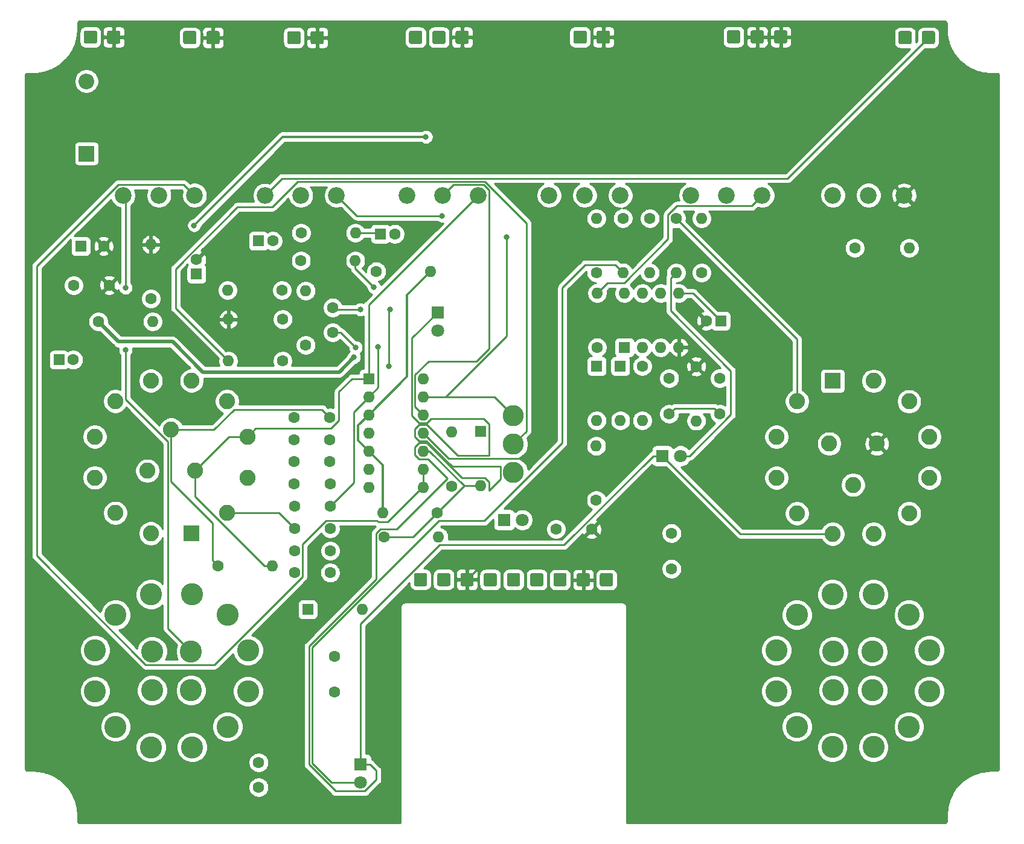
<source format=gbr>
G04 #@! TF.GenerationSoftware,KiCad,Pcbnew,5.1.6*
G04 #@! TF.CreationDate,2020-09-20T22:12:03+01:00*
G04 #@! TF.ProjectId,EnvelopeFollower,456e7665-6c6f-4706-9546-6f6c6c6f7765,V2.0*
G04 #@! TF.SameCoordinates,Original*
G04 #@! TF.FileFunction,Copper,L2,Bot*
G04 #@! TF.FilePolarity,Positive*
%FSLAX46Y46*%
G04 Gerber Fmt 4.6, Leading zero omitted, Abs format (unit mm)*
G04 Created by KiCad (PCBNEW 5.1.6) date 2020-09-20 22:12:03*
%MOMM*%
%LPD*%
G01*
G04 APERTURE LIST*
G04 #@! TA.AperFunction,ComponentPad*
%ADD10R,1.600000X1.600000*%
G04 #@! TD*
G04 #@! TA.AperFunction,ComponentPad*
%ADD11C,1.600000*%
G04 #@! TD*
G04 #@! TA.AperFunction,ComponentPad*
%ADD12O,1.600000X1.600000*%
G04 #@! TD*
G04 #@! TA.AperFunction,ComponentPad*
%ADD13R,2.200000X2.200000*%
G04 #@! TD*
G04 #@! TA.AperFunction,ComponentPad*
%ADD14O,2.200000X2.200000*%
G04 #@! TD*
G04 #@! TA.AperFunction,ComponentPad*
%ADD15C,1.800000*%
G04 #@! TD*
G04 #@! TA.AperFunction,ComponentPad*
%ADD16R,1.800000X1.800000*%
G04 #@! TD*
G04 #@! TA.AperFunction,ComponentPad*
%ADD17C,2.340000*%
G04 #@! TD*
G04 #@! TA.AperFunction,ComponentPad*
%ADD18C,2.250000*%
G04 #@! TD*
G04 #@! TA.AperFunction,ComponentPad*
%ADD19R,2.250000X2.250000*%
G04 #@! TD*
G04 #@! TA.AperFunction,ComponentPad*
%ADD20C,3.098800*%
G04 #@! TD*
G04 #@! TA.AperFunction,ComponentPad*
%ADD21C,2.963600*%
G04 #@! TD*
G04 #@! TA.AperFunction,ViaPad*
%ADD22C,0.800000*%
G04 #@! TD*
G04 #@! TA.AperFunction,Conductor*
%ADD23C,0.250000*%
G04 #@! TD*
G04 #@! TA.AperFunction,Conductor*
%ADD24C,0.500000*%
G04 #@! TD*
G04 #@! TA.AperFunction,Conductor*
%ADD25C,0.350000*%
G04 #@! TD*
G04 #@! TA.AperFunction,Conductor*
%ADD26C,0.254000*%
G04 #@! TD*
G04 APERTURE END LIST*
D10*
X71516240Y-70650100D03*
D11*
X74739500Y-70617080D03*
X155003500Y-66748660D03*
D12*
X155003500Y-74368660D03*
D11*
X115550700Y-68917820D03*
D10*
X113550700Y-68917820D03*
D11*
X75528180Y-76123800D03*
X70528180Y-76123800D03*
X154373580Y-110910360D03*
X154373580Y-115910360D03*
D10*
X87757000Y-74531220D03*
D11*
X87757000Y-72531220D03*
X101493320Y-107106720D03*
X106493320Y-107106720D03*
X106495860Y-110266480D03*
X101495860Y-110266480D03*
X101498400Y-113395760D03*
X106498400Y-113395760D03*
X101494580Y-116471700D03*
X106494580Y-116471700D03*
X101471720Y-103987600D03*
X106471720Y-103987600D03*
X106466640Y-100883720D03*
X101466640Y-100883720D03*
X101456480Y-97784920D03*
X106456480Y-97784920D03*
X101467920Y-94686120D03*
X106467920Y-94686120D03*
X98441260Y-69900800D03*
D10*
X96441260Y-69900800D03*
D11*
X107104180Y-133177280D03*
X107104180Y-128177280D03*
X143167100Y-110342680D03*
X138167100Y-110342680D03*
D10*
X68475860Y-86583520D03*
D11*
X70475860Y-86583520D03*
X161122360Y-89181940D03*
X161122360Y-94181940D03*
X154045920Y-89181940D03*
X154045920Y-94181940D03*
D10*
X161252920Y-81117440D03*
D11*
X159252920Y-81117440D03*
D13*
X72329040Y-57640220D03*
D14*
X72329040Y-47480220D03*
D12*
X110967520Y-121630440D03*
D10*
X103347520Y-121630440D03*
X127614680Y-96652080D03*
D12*
X127614680Y-104272080D03*
D10*
X147193000Y-87475060D03*
D12*
X147193000Y-95095060D03*
X143870680Y-95089980D03*
D10*
X143870680Y-87469980D03*
D15*
X155630880Y-100063300D03*
D16*
X153090880Y-100063300D03*
X130901440Y-109044740D03*
D15*
X133441440Y-109044740D03*
G04 #@! TA.AperFunction,ComponentPad*
G36*
G01*
X117550760Y-42005881D02*
X117550760Y-40655879D01*
G75*
G02*
X117800759Y-40405880I249999J0D01*
G01*
X119150761Y-40405880D01*
G75*
G02*
X119400760Y-40655879I0J-249999D01*
G01*
X119400760Y-42005881D01*
G75*
G02*
X119150761Y-42255880I-249999J0D01*
G01*
X117800759Y-42255880D01*
G75*
G02*
X117550760Y-42005881I0J249999D01*
G01*
G37*
G04 #@! TD.AperFunction*
G04 #@! TA.AperFunction,ComponentPad*
G36*
G01*
X124759280Y-118114441D02*
X124759280Y-116764439D01*
G75*
G02*
X125009279Y-116514440I249999J0D01*
G01*
X126359281Y-116514440D01*
G75*
G02*
X126609280Y-116764439I0J-249999D01*
G01*
X126609280Y-118114441D01*
G75*
G02*
X126359281Y-118364440I-249999J0D01*
G01*
X125009279Y-118364440D01*
G75*
G02*
X124759280Y-118114441I0J249999D01*
G01*
G37*
G04 #@! TD.AperFunction*
G04 #@! TA.AperFunction,ComponentPad*
G36*
G01*
X71955220Y-41977941D02*
X71955220Y-40627939D01*
G75*
G02*
X72205219Y-40377940I249999J0D01*
G01*
X73555221Y-40377940D01*
G75*
G02*
X73805220Y-40627939I0J-249999D01*
G01*
X73805220Y-41977941D01*
G75*
G02*
X73555221Y-42227940I-249999J0D01*
G01*
X72205219Y-42227940D01*
G75*
G02*
X71955220Y-41977941I0J249999D01*
G01*
G37*
G04 #@! TD.AperFunction*
G04 #@! TA.AperFunction,ComponentPad*
G36*
G01*
X75224200Y-41980481D02*
X75224200Y-40630479D01*
G75*
G02*
X75474199Y-40380480I249999J0D01*
G01*
X76824201Y-40380480D01*
G75*
G02*
X77074200Y-40630479I0J-249999D01*
G01*
X77074200Y-41980481D01*
G75*
G02*
X76824201Y-42230480I-249999J0D01*
G01*
X75474199Y-42230480D01*
G75*
G02*
X75224200Y-41980481I0J249999D01*
G01*
G37*
G04 #@! TD.AperFunction*
G04 #@! TA.AperFunction,ComponentPad*
G36*
G01*
X140611420Y-41977941D02*
X140611420Y-40627939D01*
G75*
G02*
X140861419Y-40377940I249999J0D01*
G01*
X142211421Y-40377940D01*
G75*
G02*
X142461420Y-40627939I0J-249999D01*
G01*
X142461420Y-41977941D01*
G75*
G02*
X142211421Y-42227940I-249999J0D01*
G01*
X140861419Y-42227940D01*
G75*
G02*
X140611420Y-41977941I0J249999D01*
G01*
G37*
G04 #@! TD.AperFunction*
G04 #@! TA.AperFunction,ComponentPad*
G36*
G01*
X120827360Y-42003341D02*
X120827360Y-40653339D01*
G75*
G02*
X121077359Y-40403340I249999J0D01*
G01*
X122427361Y-40403340D01*
G75*
G02*
X122677360Y-40653339I0J-249999D01*
G01*
X122677360Y-42003341D01*
G75*
G02*
X122427361Y-42253340I-249999J0D01*
G01*
X121077359Y-42253340D01*
G75*
G02*
X120827360Y-42003341I0J249999D01*
G01*
G37*
G04 #@! TD.AperFunction*
G04 #@! TA.AperFunction,ComponentPad*
G36*
G01*
X124078560Y-42005881D02*
X124078560Y-40655879D01*
G75*
G02*
X124328559Y-40405880I249999J0D01*
G01*
X125678561Y-40405880D01*
G75*
G02*
X125928560Y-40655879I0J-249999D01*
G01*
X125928560Y-42005881D01*
G75*
G02*
X125678561Y-42255880I-249999J0D01*
G01*
X124328559Y-42255880D01*
G75*
G02*
X124078560Y-42005881I0J249999D01*
G01*
G37*
G04 #@! TD.AperFunction*
G04 #@! TA.AperFunction,ComponentPad*
G36*
G01*
X143888020Y-41977941D02*
X143888020Y-40627939D01*
G75*
G02*
X144138019Y-40377940I249999J0D01*
G01*
X145488021Y-40377940D01*
G75*
G02*
X145738020Y-40627939I0J-249999D01*
G01*
X145738020Y-41977941D01*
G75*
G02*
X145488021Y-42227940I-249999J0D01*
G01*
X144138019Y-42227940D01*
G75*
G02*
X143888020Y-41977941I0J249999D01*
G01*
G37*
G04 #@! TD.AperFunction*
G04 #@! TA.AperFunction,ComponentPad*
G36*
G01*
X121497920Y-118109361D02*
X121497920Y-116759359D01*
G75*
G02*
X121747919Y-116509360I249999J0D01*
G01*
X123097921Y-116509360D01*
G75*
G02*
X123347920Y-116759359I0J-249999D01*
G01*
X123347920Y-118109361D01*
G75*
G02*
X123097921Y-118359360I-249999J0D01*
G01*
X121747919Y-118359360D01*
G75*
G02*
X121497920Y-118109361I0J249999D01*
G01*
G37*
G04 #@! TD.AperFunction*
G04 #@! TA.AperFunction,ComponentPad*
G36*
G01*
X85894740Y-42041441D02*
X85894740Y-40691439D01*
G75*
G02*
X86144739Y-40441440I249999J0D01*
G01*
X87494741Y-40441440D01*
G75*
G02*
X87744740Y-40691439I0J-249999D01*
G01*
X87744740Y-42041441D01*
G75*
G02*
X87494741Y-42291440I-249999J0D01*
G01*
X86144739Y-42291440D01*
G75*
G02*
X85894740Y-42041441I0J249999D01*
G01*
G37*
G04 #@! TD.AperFunction*
G04 #@! TA.AperFunction,ComponentPad*
G36*
G01*
X89156100Y-42043981D02*
X89156100Y-40693979D01*
G75*
G02*
X89406099Y-40443980I249999J0D01*
G01*
X90756101Y-40443980D01*
G75*
G02*
X91006100Y-40693979I0J-249999D01*
G01*
X91006100Y-42043981D01*
G75*
G02*
X90756101Y-42293980I-249999J0D01*
G01*
X89406099Y-42293980D01*
G75*
G02*
X89156100Y-42043981I0J249999D01*
G01*
G37*
G04 #@! TD.AperFunction*
G04 #@! TA.AperFunction,ComponentPad*
G36*
G01*
X103758560Y-42051601D02*
X103758560Y-40701599D01*
G75*
G02*
X104008559Y-40451600I249999J0D01*
G01*
X105358561Y-40451600D01*
G75*
G02*
X105608560Y-40701599I0J-249999D01*
G01*
X105608560Y-42051601D01*
G75*
G02*
X105358561Y-42301600I-249999J0D01*
G01*
X104008559Y-42301600D01*
G75*
G02*
X103758560Y-42051601I0J249999D01*
G01*
G37*
G04 #@! TD.AperFunction*
G04 #@! TA.AperFunction,ComponentPad*
G36*
G01*
X118241640Y-118104281D02*
X118241640Y-116754279D01*
G75*
G02*
X118491639Y-116504280I249999J0D01*
G01*
X119841641Y-116504280D01*
G75*
G02*
X120091640Y-116754279I0J-249999D01*
G01*
X120091640Y-118104281D01*
G75*
G02*
X119841641Y-118354280I-249999J0D01*
G01*
X118491639Y-118354280D01*
G75*
G02*
X118241640Y-118104281I0J249999D01*
G01*
G37*
G04 #@! TD.AperFunction*
G04 #@! TA.AperFunction,ComponentPad*
G36*
G01*
X100489580Y-42051601D02*
X100489580Y-40701599D01*
G75*
G02*
X100739579Y-40451600I249999J0D01*
G01*
X102089581Y-40451600D01*
G75*
G02*
X102339580Y-40701599I0J-249999D01*
G01*
X102339580Y-42051601D01*
G75*
G02*
X102089581Y-42301600I-249999J0D01*
G01*
X100739579Y-42301600D01*
G75*
G02*
X100489580Y-42051601I0J249999D01*
G01*
G37*
G04 #@! TD.AperFunction*
G04 #@! TA.AperFunction,ComponentPad*
G36*
G01*
X162143000Y-41937301D02*
X162143000Y-40587299D01*
G75*
G02*
X162392999Y-40337300I249999J0D01*
G01*
X163743001Y-40337300D01*
G75*
G02*
X163993000Y-40587299I0J-249999D01*
G01*
X163993000Y-41937301D01*
G75*
G02*
X163743001Y-42187300I-249999J0D01*
G01*
X162392999Y-42187300D01*
G75*
G02*
X162143000Y-41937301I0J249999D01*
G01*
G37*
G04 #@! TD.AperFunction*
G04 #@! TA.AperFunction,ComponentPad*
G36*
G01*
X165452620Y-41947461D02*
X165452620Y-40597459D01*
G75*
G02*
X165702619Y-40347460I249999J0D01*
G01*
X167052621Y-40347460D01*
G75*
G02*
X167302620Y-40597459I0J-249999D01*
G01*
X167302620Y-41947461D01*
G75*
G02*
X167052621Y-42197460I-249999J0D01*
G01*
X165702619Y-42197460D01*
G75*
G02*
X165452620Y-41947461I0J249999D01*
G01*
G37*
G04 #@! TD.AperFunction*
G04 #@! TA.AperFunction,ComponentPad*
G36*
G01*
X168749540Y-41942381D02*
X168749540Y-40592379D01*
G75*
G02*
X168999539Y-40342380I249999J0D01*
G01*
X170349541Y-40342380D01*
G75*
G02*
X170599540Y-40592379I0J-249999D01*
G01*
X170599540Y-41942381D01*
G75*
G02*
X170349541Y-42192380I-249999J0D01*
G01*
X168999539Y-42192380D01*
G75*
G02*
X168749540Y-41942381I0J249999D01*
G01*
G37*
G04 #@! TD.AperFunction*
G04 #@! TA.AperFunction,ComponentPad*
G36*
G01*
X186191720Y-42033821D02*
X186191720Y-40683819D01*
G75*
G02*
X186441719Y-40433820I249999J0D01*
G01*
X187791721Y-40433820D01*
G75*
G02*
X188041720Y-40683819I0J-249999D01*
G01*
X188041720Y-42033821D01*
G75*
G02*
X187791721Y-42283820I-249999J0D01*
G01*
X186441719Y-42283820D01*
G75*
G02*
X186191720Y-42033821I0J249999D01*
G01*
G37*
G04 #@! TD.AperFunction*
G04 #@! TA.AperFunction,ComponentPad*
G36*
G01*
X189463240Y-42038901D02*
X189463240Y-40688899D01*
G75*
G02*
X189713239Y-40438900I249999J0D01*
G01*
X191063241Y-40438900D01*
G75*
G02*
X191313240Y-40688899I0J-249999D01*
G01*
X191313240Y-42038901D01*
G75*
G02*
X191063241Y-42288900I-249999J0D01*
G01*
X189713239Y-42288900D01*
G75*
G02*
X189463240Y-42038901I0J249999D01*
G01*
G37*
G04 #@! TD.AperFunction*
G04 #@! TA.AperFunction,ComponentPad*
G36*
G01*
X134545900Y-118124601D02*
X134545900Y-116774599D01*
G75*
G02*
X134795899Y-116524600I249999J0D01*
G01*
X136145901Y-116524600D01*
G75*
G02*
X136395900Y-116774599I0J-249999D01*
G01*
X136395900Y-118124601D01*
G75*
G02*
X136145901Y-118374600I-249999J0D01*
G01*
X134795899Y-118374600D01*
G75*
G02*
X134545900Y-118124601I0J249999D01*
G01*
G37*
G04 #@! TD.AperFunction*
G04 #@! TA.AperFunction,ComponentPad*
G36*
G01*
X131282000Y-118120821D02*
X131282000Y-116770819D01*
G75*
G02*
X131531999Y-116520820I249999J0D01*
G01*
X132882001Y-116520820D01*
G75*
G02*
X133132000Y-116770819I0J-249999D01*
G01*
X133132000Y-118120821D01*
G75*
G02*
X132882001Y-118370820I-249999J0D01*
G01*
X131531999Y-118370820D01*
G75*
G02*
X131282000Y-118120821I0J249999D01*
G01*
G37*
G04 #@! TD.AperFunction*
G04 #@! TA.AperFunction,ComponentPad*
G36*
G01*
X128018100Y-118119521D02*
X128018100Y-116769519D01*
G75*
G02*
X128268099Y-116519520I249999J0D01*
G01*
X129618101Y-116519520D01*
G75*
G02*
X129868100Y-116769519I0J-249999D01*
G01*
X129868100Y-118119521D01*
G75*
G02*
X129618101Y-118369520I-249999J0D01*
G01*
X128268099Y-118369520D01*
G75*
G02*
X128018100Y-118119521I0J249999D01*
G01*
G37*
G04 #@! TD.AperFunction*
G04 #@! TA.AperFunction,ComponentPad*
G36*
G01*
X137804720Y-118127141D02*
X137804720Y-116777139D01*
G75*
G02*
X138054719Y-116527140I249999J0D01*
G01*
X139404721Y-116527140D01*
G75*
G02*
X139654720Y-116777139I0J-249999D01*
G01*
X139654720Y-118127141D01*
G75*
G02*
X139404721Y-118377140I-249999J0D01*
G01*
X138054719Y-118377140D01*
G75*
G02*
X137804720Y-118127141I0J249999D01*
G01*
G37*
G04 #@! TD.AperFunction*
G04 #@! TA.AperFunction,ComponentPad*
G36*
G01*
X141063540Y-118132221D02*
X141063540Y-116782219D01*
G75*
G02*
X141313539Y-116532220I249999J0D01*
G01*
X142663541Y-116532220D01*
G75*
G02*
X142913540Y-116782219I0J-249999D01*
G01*
X142913540Y-118132221D01*
G75*
G02*
X142663541Y-118382220I-249999J0D01*
G01*
X141313539Y-118382220D01*
G75*
G02*
X141063540Y-118132221I0J249999D01*
G01*
G37*
G04 #@! TD.AperFunction*
G04 #@! TA.AperFunction,ComponentPad*
G36*
G01*
X144314740Y-118132221D02*
X144314740Y-116782219D01*
G75*
G02*
X144564739Y-116532220I249999J0D01*
G01*
X145914741Y-116532220D01*
G75*
G02*
X146164740Y-116782219I0J-249999D01*
G01*
X146164740Y-118132221D01*
G75*
G02*
X145914741Y-118382220I-249999J0D01*
G01*
X144564739Y-118382220D01*
G75*
G02*
X144314740Y-118132221I0J249999D01*
G01*
G37*
G04 #@! TD.AperFunction*
D12*
X120604280Y-74173080D03*
D11*
X112984280Y-74173080D03*
D12*
X110030260Y-68783200D03*
D11*
X102410260Y-68783200D03*
X102405180Y-72656700D03*
D12*
X110025180Y-72656700D03*
X143807180Y-98676460D03*
D11*
X143807180Y-106296460D03*
X73982580Y-81211420D03*
D12*
X81602580Y-81211420D03*
D11*
X81361280Y-78005940D03*
D12*
X81361280Y-70385940D03*
X103078280Y-76888340D03*
D11*
X103078280Y-84508340D03*
X99839780Y-86746080D03*
D12*
X92219780Y-86746080D03*
X98404680Y-115536980D03*
D11*
X90784680Y-115536980D03*
D12*
X113870740Y-108061760D03*
D11*
X121490740Y-108061760D03*
D12*
X121704100Y-111450120D03*
D11*
X114084100Y-111450120D03*
D12*
X187678060Y-70904100D03*
D11*
X180058060Y-70904100D03*
X99847400Y-80904080D03*
D12*
X92227400Y-80904080D03*
X92102940Y-76814680D03*
D11*
X99722940Y-76814680D03*
D12*
X157838140Y-95145860D03*
D11*
X157838140Y-87525860D03*
X150256240Y-87475060D03*
D12*
X150256240Y-95095060D03*
X143934180Y-77213460D03*
D11*
X143934180Y-84833460D03*
X158572200Y-74355960D03*
D12*
X158572200Y-66735960D03*
D11*
X151328120Y-66748660D03*
D12*
X151328120Y-74368660D03*
D11*
X147540980Y-66710560D03*
D12*
X147540980Y-74330560D03*
D11*
X143830040Y-74355960D03*
D12*
X143830040Y-66735960D03*
D11*
X123489720Y-104333040D03*
D12*
X123489720Y-96713040D03*
D17*
X117276700Y-63505080D03*
X122276700Y-63505080D03*
X127276700Y-63505080D03*
X186981940Y-63497460D03*
X181981940Y-63497460D03*
X176981940Y-63497460D03*
X77470000Y-63500000D03*
X82470000Y-63500000D03*
X87470000Y-63500000D03*
X167086120Y-63502540D03*
X162086120Y-63502540D03*
X157086120Y-63502540D03*
X137180140Y-63502540D03*
X142180140Y-63502540D03*
X147180140Y-63502540D03*
X107373260Y-63515240D03*
X102373260Y-63515240D03*
X97373260Y-63515240D03*
D18*
X80867000Y-102160960D03*
X84201000Y-96385960D03*
X87535000Y-102160960D03*
X81331000Y-110955960D03*
X76351000Y-108085960D03*
X73481000Y-103105960D03*
X73481000Y-97365960D03*
X76351000Y-92385960D03*
X81331000Y-89515960D03*
X87071000Y-89515960D03*
X92051000Y-92385960D03*
X94921000Y-97365960D03*
X94921000Y-103105960D03*
X92051000Y-108085960D03*
D19*
X87071000Y-110955960D03*
X176949300Y-89556600D03*
D18*
X171969300Y-92426600D03*
X169099300Y-97406600D03*
X169099300Y-103146600D03*
X171969300Y-108126600D03*
X176949300Y-110996600D03*
X182689300Y-110996600D03*
X187669300Y-108126600D03*
X190539300Y-103146600D03*
X190539300Y-97406600D03*
X187669300Y-92426600D03*
X182689300Y-89556600D03*
X176485300Y-98351600D03*
X179819300Y-104126600D03*
X183153300Y-98351600D03*
D20*
X177073840Y-127497840D03*
X182524680Y-127497840D03*
X182524680Y-132948680D03*
X177073840Y-132948680D03*
X169075380Y-127347980D03*
X171948120Y-122372120D03*
X176923980Y-119499380D03*
X182674540Y-119499380D03*
X187650400Y-122372120D03*
X190523140Y-127347980D03*
X190523140Y-133098540D03*
X187650400Y-138074400D03*
X182674540Y-140947140D03*
X176923980Y-140947140D03*
X171948120Y-138074400D03*
X169075380Y-133098540D03*
X94980760Y-127355600D03*
X92108020Y-122379740D03*
X87132160Y-119507000D03*
X81381600Y-119507000D03*
X76405740Y-122379740D03*
X73533000Y-127355600D03*
X73533000Y-133106160D03*
X76405740Y-138082020D03*
X81381600Y-140954760D03*
X87132160Y-140954760D03*
X92108020Y-138082020D03*
X94980760Y-133106160D03*
X86982300Y-127505460D03*
X81531460Y-127505460D03*
X81531460Y-132956300D03*
X86982300Y-132956300D03*
D10*
X111897160Y-89222580D03*
D12*
X119517160Y-104462580D03*
X111897160Y-91762580D03*
X119517160Y-101922580D03*
X111897160Y-94302580D03*
X119517160Y-99382580D03*
X111897160Y-96842580D03*
X119517160Y-96842580D03*
X111897160Y-99382580D03*
X119517160Y-94302580D03*
X111897160Y-101922580D03*
X119517160Y-91762580D03*
X111897160Y-104462580D03*
X119517160Y-89222580D03*
D10*
X147764500Y-84846160D03*
D12*
X155384500Y-77226160D03*
X150304500Y-84846160D03*
X152844500Y-77226160D03*
X152844500Y-84846160D03*
X150304500Y-77226160D03*
X155384500Y-84846160D03*
X147764500Y-77226160D03*
D15*
X121551700Y-82468720D03*
D16*
X121551700Y-79928720D03*
D11*
X106847640Y-79248000D03*
X106847640Y-82748000D03*
D16*
X110777020Y-143355060D03*
D15*
X110777020Y-145895060D03*
D11*
X96466660Y-146593440D03*
X96466660Y-143093440D03*
D21*
X132204460Y-94407300D03*
X132204460Y-98407300D03*
X132204460Y-102407300D03*
D22*
X149953980Y-108127800D03*
X134515860Y-100459540D03*
X109827060Y-86212680D03*
X131246880Y-69364860D03*
X112643920Y-76405740D03*
X119923560Y-55303420D03*
X87409020Y-67713860D03*
X113192560Y-84759800D03*
X110083600Y-84848700D03*
X122179080Y-66362580D03*
X114752120Y-87447120D03*
X114861340Y-79512160D03*
X110754160Y-79509620D03*
X77801001Y-85195879D03*
X77801001Y-76458279D03*
D23*
X113416080Y-68783200D02*
X113550700Y-68917820D01*
X110030260Y-68783200D02*
X113416080Y-68783200D01*
X125684280Y-117439440D02*
X129118360Y-114005360D01*
X129118360Y-114005360D02*
X140985240Y-114005360D01*
X140985240Y-114005360D02*
X144076420Y-114005360D01*
X144076420Y-114005360D02*
X149953980Y-108127800D01*
X123134120Y-100459540D02*
X119517160Y-96842580D01*
X134515860Y-100459540D02*
X123134120Y-100459540D01*
D24*
X107743659Y-88296081D02*
X109827060Y-86212680D01*
X84375920Y-84045878D02*
X88626123Y-88296081D01*
X88626123Y-88296081D02*
X107743659Y-88296081D01*
X73982580Y-81211420D02*
X76817038Y-84045878D01*
X76817038Y-84045878D02*
X84375920Y-84045878D01*
D23*
X129559740Y-91762580D02*
X132204460Y-94407300D01*
X119517160Y-91762580D02*
X129559740Y-91762580D01*
X131246880Y-83209270D02*
X131246880Y-69364860D01*
X119517160Y-91762580D02*
X122693570Y-91762580D01*
X122693570Y-91762580D02*
X131246880Y-83209270D01*
X110025180Y-73787000D02*
X110025180Y-72656700D01*
X112643920Y-76405740D02*
X110025180Y-73787000D01*
D25*
X110422159Y-97907579D02*
X111897160Y-99382580D01*
X110422159Y-95777581D02*
X110422159Y-97907579D01*
X111897160Y-94302580D02*
X110422159Y-95777581D01*
X111897160Y-94302580D02*
X117256560Y-88943180D01*
X117256560Y-77520800D02*
X120604280Y-74173080D01*
X117256560Y-88943180D02*
X117256560Y-77520800D01*
X111897160Y-99382580D02*
X113885980Y-101371400D01*
X113885980Y-108046520D02*
X113870740Y-108061760D01*
X113885980Y-101371400D02*
X113885980Y-108046520D01*
X119923560Y-55303420D02*
X99819460Y-55303420D01*
X99819460Y-55303420D02*
X87409020Y-67713860D01*
D23*
X109772149Y-103827891D02*
X109772149Y-93887591D01*
X109772149Y-93887591D02*
X111897160Y-91762580D01*
X106493320Y-107106720D02*
X109772149Y-103827891D01*
X111897160Y-91762580D02*
X113192560Y-90467180D01*
X113192560Y-90467180D02*
X113192560Y-84759800D01*
X107982900Y-82748000D02*
X106847640Y-82748000D01*
X110083600Y-84848700D02*
X107982900Y-82748000D01*
X99315340Y-108085960D02*
X101495860Y-110266480D01*
X92051000Y-108085960D02*
X99315340Y-108085960D01*
X92330000Y-97365960D02*
X87535000Y-102160960D01*
X94921000Y-97365960D02*
X92330000Y-97365960D01*
X87535000Y-105798670D02*
X87535000Y-102160960D01*
X97273310Y-115536980D02*
X87535000Y-105798670D01*
X98404680Y-115536980D02*
X97273310Y-115536980D01*
X96045999Y-96240961D02*
X106578081Y-96240961D01*
X94921000Y-97365960D02*
X96045999Y-96240961D01*
X111897160Y-78884620D02*
X111897160Y-89222580D01*
X127276700Y-63505080D02*
X111897160Y-78884620D01*
X107731581Y-95087461D02*
X107731581Y-91074261D01*
X106578081Y-96240961D02*
X107731581Y-95087461D01*
X109583262Y-89222580D02*
X111897160Y-89222580D01*
X107731581Y-91074261D02*
X109583262Y-89222580D01*
X89984681Y-114736981D02*
X89984681Y-109469021D01*
X90784680Y-115536980D02*
X89984681Y-114736981D01*
X84201000Y-103685340D02*
X84201000Y-96385960D01*
X89984681Y-109469021D02*
X84201000Y-103685340D01*
X93021843Y-93561119D02*
X90197002Y-96385960D01*
X90197002Y-96385960D02*
X84201000Y-96385960D01*
X105342919Y-93561119D02*
X93021843Y-93561119D01*
X106467920Y-94686120D02*
X105342919Y-93561119D01*
X119517160Y-104462580D02*
X119517160Y-101922580D01*
X102623401Y-112473937D02*
X102623401Y-117007881D01*
X80631747Y-129379861D02*
X65326260Y-114074374D01*
X102623401Y-117007881D02*
X90251421Y-129379861D01*
X105955859Y-109141479D02*
X102623401Y-112473937D01*
X90251421Y-129379861D02*
X80631747Y-129379861D01*
X119517160Y-104352058D02*
X114532457Y-109336761D01*
X119517160Y-101922580D02*
X119517160Y-104352058D01*
X114532457Y-109336761D02*
X113258739Y-109336761D01*
X113258739Y-109336761D02*
X113063457Y-109141479D01*
X113063457Y-109141479D02*
X105955859Y-109141479D01*
X76752399Y-62004999D02*
X85974999Y-62004999D01*
X85974999Y-62004999D02*
X87470000Y-63500000D01*
X65326260Y-73431138D02*
X76752399Y-62004999D01*
X65326260Y-114074374D02*
X65326260Y-73431138D01*
X160322361Y-93381941D02*
X161122360Y-94181940D01*
X154845919Y-93381941D02*
X160322361Y-93381941D01*
X154045920Y-94181940D02*
X154845919Y-93381941D01*
X157361640Y-77226160D02*
X161252920Y-81117440D01*
X155384500Y-77226160D02*
X157361640Y-77226160D01*
X125280420Y-104272080D02*
X121490740Y-108061760D01*
X127614680Y-104272080D02*
X125280420Y-104272080D01*
X120390920Y-99382580D02*
X125280420Y-104272080D01*
X119517160Y-99382580D02*
X120390920Y-99382580D01*
X118102380Y-111450120D02*
X121490740Y-108061760D01*
X114084100Y-111450120D02*
X118102380Y-111450120D01*
X156906002Y-100063300D02*
X162676840Y-94292462D01*
X155630880Y-100063300D02*
X156906002Y-100063300D01*
X162676840Y-94292462D02*
X162676840Y-88130380D01*
X154259499Y-75112661D02*
X155003500Y-74368660D01*
X154259499Y-79713039D02*
X154259499Y-75112661D01*
X162676840Y-88130380D02*
X154259499Y-79713039D01*
X139269657Y-112575121D02*
X151781478Y-100063300D01*
X121857609Y-112575121D02*
X139269657Y-112575121D01*
X110777020Y-123655710D02*
X121857609Y-112575121D01*
X151781478Y-100063300D02*
X153090880Y-100063300D01*
X110777020Y-143355060D02*
X110777020Y-123655710D01*
X164024180Y-110996600D02*
X176949300Y-110996600D01*
X153090880Y-100063300D02*
X164024180Y-110996600D01*
X103509650Y-126786898D02*
X103509651Y-143378901D01*
X112959099Y-117337449D02*
X103509650Y-126786898D01*
X112959099Y-110910119D02*
X112959099Y-117337449D01*
X113544099Y-110325119D02*
X112959099Y-110910119D01*
X122949719Y-103208039D02*
X115832639Y-110325119D01*
X118392159Y-98842579D02*
X118392159Y-99922581D01*
X128154681Y-103147079D02*
X124946661Y-103147079D01*
X128739681Y-103732079D02*
X128154681Y-103147079D01*
X118977159Y-98257579D02*
X118392159Y-98842579D01*
X128739681Y-104932543D02*
X128739681Y-103732079D01*
X103509651Y-143378901D02*
X107250811Y-147120061D01*
X118977159Y-100507581D02*
X120249261Y-100507581D01*
X120057161Y-98257579D02*
X118977159Y-98257579D01*
X130397659Y-103274565D02*
X128739681Y-104932543D01*
X115832639Y-110325119D02*
X113544099Y-110325119D01*
X118392159Y-99922581D02*
X118977159Y-100507581D01*
X124946661Y-103147079D02*
X120057161Y-98257579D01*
X130397659Y-101540035D02*
X130397659Y-103274565D01*
X120005751Y-97967581D02*
X123578205Y-101540035D01*
X118977159Y-97967581D02*
X120005751Y-97967581D01*
X123578205Y-101540035D02*
X130397659Y-101540035D01*
X118392159Y-97382581D02*
X118977159Y-97967581D01*
X118392159Y-96302579D02*
X118392159Y-97382581D01*
X118977159Y-95717579D02*
X118392159Y-96302579D01*
X120057161Y-95717579D02*
X118977159Y-95717579D01*
X124349112Y-100009530D02*
X120057161Y-95717579D01*
X128739681Y-95592079D02*
X128739681Y-100009530D01*
X107250811Y-147120061D02*
X111365021Y-147120061D01*
X120249261Y-100507581D02*
X122949719Y-103208039D01*
X128739681Y-100009530D02*
X124349112Y-100009530D01*
X127990183Y-94842581D02*
X128739681Y-95592079D01*
X120642161Y-94842581D02*
X127990183Y-94842581D01*
X120057161Y-95427581D02*
X120642161Y-94842581D01*
X118977159Y-95427581D02*
X120057161Y-95427581D01*
X117942149Y-94392571D02*
X118977159Y-95427581D01*
X117942149Y-83538271D02*
X117942149Y-94392571D01*
X121551700Y-79928720D02*
X117942149Y-83538271D01*
X112964951Y-144247591D02*
X112072420Y-143355060D01*
X112964951Y-145520131D02*
X112964951Y-144247591D01*
X111365021Y-147120061D02*
X112964951Y-145520131D01*
X112072420Y-143355060D02*
X110777020Y-143355060D01*
X107373260Y-63515240D02*
X110220600Y-66362580D01*
X110220600Y-66362580D02*
X122179080Y-66362580D01*
X170642081Y-61110059D02*
X190388240Y-41363900D01*
X99778441Y-61110059D02*
X170642081Y-61110059D01*
X97373260Y-63515240D02*
X99778441Y-61110059D01*
X114752120Y-87447120D02*
X114752120Y-79621380D01*
X114752120Y-79621380D02*
X114861340Y-79512160D01*
X107109260Y-79509620D02*
X106847640Y-79248000D01*
X110754160Y-79509620D02*
X107109260Y-79509620D01*
X134011261Y-67390629D02*
X128180701Y-61560069D01*
X132204460Y-98407300D02*
X134011261Y-96600499D01*
X134011261Y-96600499D02*
X134011261Y-67390629D01*
X84810600Y-79336900D02*
X92219780Y-86746080D01*
X84810600Y-73812618D02*
X84810600Y-79336900D01*
X98380429Y-65120629D02*
X101940989Y-61560069D01*
X93502589Y-65120629D02*
X98380429Y-65120629D01*
X93502589Y-65120629D02*
X84810600Y-73812618D01*
X128180701Y-61560069D02*
X101940989Y-61560069D01*
X153878499Y-66208659D02*
X155089617Y-64997541D01*
X153878499Y-69658043D02*
X153878499Y-66208659D01*
X147735383Y-75801159D02*
X153878499Y-69658043D01*
X155089617Y-64997541D02*
X165591119Y-64997541D01*
X145346481Y-75801159D02*
X147735383Y-75801159D01*
X165591119Y-64997541D02*
X167086120Y-63502540D01*
X143934180Y-77213460D02*
X145346481Y-75801159D01*
X171969300Y-83714460D02*
X155003500Y-66748660D01*
X171969300Y-92426600D02*
X171969300Y-83714460D01*
X110777020Y-145895060D02*
X106662220Y-145895060D01*
X106662220Y-145895060D02*
X103959660Y-143192500D01*
X128099065Y-109186761D02*
X139057380Y-98228446D01*
X103959660Y-143192500D02*
X103959660Y-126973298D01*
X121746197Y-109186761D02*
X128099065Y-109186761D01*
X103959660Y-126973298D02*
X121746197Y-109186761D01*
X139057380Y-98228446D02*
X139057380Y-76448920D01*
X146441379Y-73230959D02*
X147540980Y-74330560D01*
X142275341Y-73230959D02*
X146441379Y-73230959D01*
X139057380Y-76448920D02*
X142275341Y-73230959D01*
X128771701Y-62787479D02*
X128771701Y-85048039D01*
X127994301Y-62010079D02*
X128771701Y-62787479D01*
X123771701Y-62010079D02*
X127994301Y-62010079D01*
X122276700Y-63505080D02*
X123771701Y-62010079D01*
X118392159Y-93177579D02*
X119517160Y-94302580D01*
X118392159Y-88682579D02*
X118392159Y-93177579D01*
X120271508Y-86803230D02*
X118392159Y-88682579D01*
X127016510Y-86803230D02*
X120271508Y-86803230D01*
X128771701Y-85048039D02*
X127016510Y-86803230D01*
X77801001Y-63831001D02*
X77470000Y-63500000D01*
X77801001Y-92131963D02*
X77801001Y-85195879D01*
X83750990Y-98081952D02*
X77801001Y-92131963D01*
X83750990Y-124274150D02*
X83750990Y-98081952D01*
X86982300Y-127505460D02*
X83750990Y-124274150D01*
X77801001Y-76458279D02*
X77801001Y-63831001D01*
D26*
G36*
X192705718Y-39068764D02*
G01*
X192766502Y-39086773D01*
X192800958Y-39104931D01*
X192850175Y-39144794D01*
X192875038Y-39174735D01*
X192905264Y-39230426D01*
X192916791Y-39267657D01*
X192926978Y-39364726D01*
X192926978Y-40214591D01*
X192927426Y-40219141D01*
X192928709Y-40322582D01*
X192929396Y-40328794D01*
X192928969Y-40335025D01*
X192929341Y-40345280D01*
X192938104Y-40547553D01*
X192939294Y-40555932D01*
X192939027Y-40564394D01*
X192939778Y-40574629D01*
X192955998Y-40776423D01*
X192957487Y-40784701D01*
X192957531Y-40793104D01*
X192958657Y-40803304D01*
X192982280Y-41004356D01*
X192984062Y-41012530D01*
X192984413Y-41020892D01*
X192985912Y-41031044D01*
X193016884Y-41231086D01*
X193018961Y-41239177D01*
X193019616Y-41247497D01*
X193021485Y-41257587D01*
X193059754Y-41456355D01*
X193062125Y-41464361D01*
X193063083Y-41472647D01*
X193065320Y-41482662D01*
X193110832Y-41679889D01*
X193113498Y-41687814D01*
X193114761Y-41696074D01*
X193117363Y-41706001D01*
X193170064Y-41901422D01*
X193173032Y-41909281D01*
X193174604Y-41917522D01*
X193177569Y-41927347D01*
X193237407Y-42120695D01*
X193240679Y-42128480D01*
X193242565Y-42136710D01*
X193245891Y-42146419D01*
X193312812Y-42337429D01*
X193316398Y-42345151D01*
X193318606Y-42353375D01*
X193322289Y-42362954D01*
X193396241Y-42551360D01*
X193399098Y-42556959D01*
X193400915Y-42562976D01*
X193404893Y-42572436D01*
X193458065Y-42696455D01*
X193461081Y-42701939D01*
X193463074Y-42707869D01*
X193467342Y-42717201D01*
X193552808Y-42900664D01*
X193557117Y-42907956D01*
X193560108Y-42915875D01*
X193564717Y-42925044D01*
X193656894Y-43105222D01*
X193661441Y-43112306D01*
X193664700Y-43120059D01*
X193669643Y-43129052D01*
X193768382Y-43305721D01*
X193773162Y-43312598D01*
X193776686Y-43320190D01*
X193781956Y-43328995D01*
X193887104Y-43501928D01*
X193892118Y-43508605D01*
X193895908Y-43516045D01*
X193901497Y-43524652D01*
X194012902Y-43693620D01*
X194018158Y-43700112D01*
X194022217Y-43707405D01*
X194028116Y-43715801D01*
X194145628Y-43880578D01*
X194151123Y-43886878D01*
X194155455Y-43894033D01*
X194161659Y-43902208D01*
X194285124Y-44062566D01*
X194290873Y-44068689D01*
X194295485Y-44075711D01*
X194301984Y-44083652D01*
X194431252Y-44239366D01*
X194437260Y-44245312D01*
X194442153Y-44252194D01*
X194448940Y-44259890D01*
X194583859Y-44410732D01*
X194590131Y-44416497D01*
X194595322Y-44423254D01*
X194602391Y-44430694D01*
X194742809Y-44576436D01*
X194747597Y-44580520D01*
X194751581Y-44585386D01*
X194758876Y-44592603D01*
X194855459Y-44686818D01*
X194860346Y-44690732D01*
X194864456Y-44695446D01*
X194871971Y-44702434D01*
X195021137Y-44839203D01*
X195027913Y-44844294D01*
X195033710Y-44850467D01*
X195041479Y-44857173D01*
X195195593Y-44988341D01*
X195202501Y-44993143D01*
X195208481Y-44999059D01*
X195216491Y-45005475D01*
X195375326Y-45130890D01*
X195382373Y-45135413D01*
X195388538Y-45141081D01*
X195396777Y-45147199D01*
X195560106Y-45266711D01*
X195567294Y-45270961D01*
X195573643Y-45276383D01*
X195582101Y-45282195D01*
X195749697Y-45395654D01*
X195757041Y-45399641D01*
X195763579Y-45404823D01*
X195772244Y-45410322D01*
X195943879Y-45517572D01*
X195951372Y-45521291D01*
X195958108Y-45526240D01*
X195966968Y-45531418D01*
X196142416Y-45632311D01*
X196150076Y-45635770D01*
X196157015Y-45640485D01*
X196166059Y-45645335D01*
X196345094Y-45739716D01*
X196352917Y-45742908D01*
X196360076Y-45747396D01*
X196369293Y-45751909D01*
X196551686Y-45839628D01*
X196559686Y-45842553D01*
X196567060Y-45846804D01*
X196576437Y-45850972D01*
X196761962Y-45931879D01*
X196767947Y-45933819D01*
X196773491Y-45936790D01*
X196782993Y-45940665D01*
X196908294Y-45990744D01*
X196914299Y-45992487D01*
X196919898Y-45995268D01*
X196929516Y-45998848D01*
X197119687Y-46068118D01*
X197127892Y-46070227D01*
X197135602Y-46073708D01*
X197145345Y-46076931D01*
X197337944Y-46139136D01*
X197346163Y-46140928D01*
X197353946Y-46144103D01*
X197363801Y-46146965D01*
X197558559Y-46202051D01*
X197566796Y-46203532D01*
X197574658Y-46206408D01*
X197584612Y-46208907D01*
X197781267Y-46256821D01*
X197789532Y-46257996D01*
X197797470Y-46260575D01*
X197807509Y-46262708D01*
X198005793Y-46303397D01*
X198014094Y-46304269D01*
X198022116Y-46306554D01*
X198032225Y-46308319D01*
X198231873Y-46341730D01*
X198240218Y-46342299D01*
X198248335Y-46344293D01*
X198258503Y-46345687D01*
X198459248Y-46371765D01*
X198467638Y-46372029D01*
X198475849Y-46373729D01*
X198486061Y-46374749D01*
X198687637Y-46393443D01*
X198696084Y-46393398D01*
X198704406Y-46394804D01*
X198714648Y-46395446D01*
X198916790Y-46406701D01*
X198925293Y-46406343D01*
X198933729Y-46407448D01*
X198943988Y-46407711D01*
X199117176Y-46410931D01*
X199123988Y-46411602D01*
X199978370Y-46411602D01*
X200055718Y-46418764D01*
X200116502Y-46436773D01*
X200150958Y-46454931D01*
X200200175Y-46494794D01*
X200225038Y-46524735D01*
X200255264Y-46580426D01*
X200266791Y-46617657D01*
X200276979Y-46714735D01*
X200276978Y-143943180D01*
X200269816Y-144020531D01*
X200251806Y-144081318D01*
X200233647Y-144115775D01*
X200193787Y-144164990D01*
X200163846Y-144189853D01*
X200108152Y-144220080D01*
X200070923Y-144231607D01*
X199973863Y-144241793D01*
X199123988Y-144241793D01*
X199115355Y-144242643D01*
X198883778Y-144248101D01*
X198878665Y-144248656D01*
X198873523Y-144248414D01*
X198804524Y-144254269D01*
X197882881Y-144376423D01*
X197855919Y-144382351D01*
X197828520Y-144385715D01*
X197761514Y-144403107D01*
X197761495Y-144403111D01*
X197761488Y-144403114D01*
X196873610Y-144678807D01*
X196848033Y-144689193D01*
X196821594Y-144697125D01*
X196758458Y-144725566D01*
X195929718Y-145146919D01*
X195906253Y-145161468D01*
X195881531Y-145173740D01*
X195824089Y-145212412D01*
X195078192Y-145767375D01*
X195057517Y-145785666D01*
X195035213Y-145801931D01*
X194985108Y-145849728D01*
X194343379Y-146522433D01*
X194326079Y-146543950D01*
X194306837Y-146563737D01*
X194265502Y-146619293D01*
X193746292Y-147390505D01*
X193732865Y-147414629D01*
X193717232Y-147437375D01*
X193685848Y-147499102D01*
X193304001Y-148346769D01*
X193294830Y-148372811D01*
X193283253Y-148397866D01*
X193262718Y-148463998D01*
X193029154Y-149363884D01*
X193024503Y-149391094D01*
X193017312Y-149417745D01*
X193008214Y-149486391D01*
X192930029Y-150407830D01*
X192926978Y-150438803D01*
X192926978Y-151293180D01*
X192919816Y-151370531D01*
X192901806Y-151431318D01*
X192883647Y-151465775D01*
X192843787Y-151514990D01*
X192813846Y-151539853D01*
X192758152Y-151570080D01*
X192720923Y-151581607D01*
X192623860Y-151591793D01*
X148083060Y-151591348D01*
X148084838Y-140731995D01*
X174739580Y-140731995D01*
X174739580Y-141162285D01*
X174823526Y-141584306D01*
X174988190Y-141981841D01*
X175227246Y-142339614D01*
X175531506Y-142643874D01*
X175889279Y-142882930D01*
X176286814Y-143047594D01*
X176708835Y-143131540D01*
X177139125Y-143131540D01*
X177561146Y-143047594D01*
X177958681Y-142882930D01*
X178316454Y-142643874D01*
X178620714Y-142339614D01*
X178859770Y-141981841D01*
X179024434Y-141584306D01*
X179108380Y-141162285D01*
X179108380Y-140731995D01*
X180490140Y-140731995D01*
X180490140Y-141162285D01*
X180574086Y-141584306D01*
X180738750Y-141981841D01*
X180977806Y-142339614D01*
X181282066Y-142643874D01*
X181639839Y-142882930D01*
X182037374Y-143047594D01*
X182459395Y-143131540D01*
X182889685Y-143131540D01*
X183311706Y-143047594D01*
X183709241Y-142882930D01*
X184067014Y-142643874D01*
X184371274Y-142339614D01*
X184610330Y-141981841D01*
X184774994Y-141584306D01*
X184858940Y-141162285D01*
X184858940Y-140731995D01*
X184774994Y-140309974D01*
X184610330Y-139912439D01*
X184371274Y-139554666D01*
X184067014Y-139250406D01*
X183709241Y-139011350D01*
X183311706Y-138846686D01*
X182889685Y-138762740D01*
X182459395Y-138762740D01*
X182037374Y-138846686D01*
X181639839Y-139011350D01*
X181282066Y-139250406D01*
X180977806Y-139554666D01*
X180738750Y-139912439D01*
X180574086Y-140309974D01*
X180490140Y-140731995D01*
X179108380Y-140731995D01*
X179024434Y-140309974D01*
X178859770Y-139912439D01*
X178620714Y-139554666D01*
X178316454Y-139250406D01*
X177958681Y-139011350D01*
X177561146Y-138846686D01*
X177139125Y-138762740D01*
X176708835Y-138762740D01*
X176286814Y-138846686D01*
X175889279Y-139011350D01*
X175531506Y-139250406D01*
X175227246Y-139554666D01*
X174988190Y-139912439D01*
X174823526Y-140309974D01*
X174739580Y-140731995D01*
X148084838Y-140731995D01*
X148085309Y-137859255D01*
X169763720Y-137859255D01*
X169763720Y-138289545D01*
X169847666Y-138711566D01*
X170012330Y-139109101D01*
X170251386Y-139466874D01*
X170555646Y-139771134D01*
X170913419Y-140010190D01*
X171310954Y-140174854D01*
X171732975Y-140258800D01*
X172163265Y-140258800D01*
X172585286Y-140174854D01*
X172982821Y-140010190D01*
X173340594Y-139771134D01*
X173644854Y-139466874D01*
X173883910Y-139109101D01*
X174048574Y-138711566D01*
X174132520Y-138289545D01*
X174132520Y-137859255D01*
X185466000Y-137859255D01*
X185466000Y-138289545D01*
X185549946Y-138711566D01*
X185714610Y-139109101D01*
X185953666Y-139466874D01*
X186257926Y-139771134D01*
X186615699Y-140010190D01*
X187013234Y-140174854D01*
X187435255Y-140258800D01*
X187865545Y-140258800D01*
X188287566Y-140174854D01*
X188685101Y-140010190D01*
X189042874Y-139771134D01*
X189347134Y-139466874D01*
X189586190Y-139109101D01*
X189750854Y-138711566D01*
X189834800Y-138289545D01*
X189834800Y-137859255D01*
X189750854Y-137437234D01*
X189586190Y-137039699D01*
X189347134Y-136681926D01*
X189042874Y-136377666D01*
X188685101Y-136138610D01*
X188287566Y-135973946D01*
X187865545Y-135890000D01*
X187435255Y-135890000D01*
X187013234Y-135973946D01*
X186615699Y-136138610D01*
X186257926Y-136377666D01*
X185953666Y-136681926D01*
X185714610Y-137039699D01*
X185549946Y-137437234D01*
X185466000Y-137859255D01*
X174132520Y-137859255D01*
X174048574Y-137437234D01*
X173883910Y-137039699D01*
X173644854Y-136681926D01*
X173340594Y-136377666D01*
X172982821Y-136138610D01*
X172585286Y-135973946D01*
X172163265Y-135890000D01*
X171732975Y-135890000D01*
X171310954Y-135973946D01*
X170913419Y-136138610D01*
X170555646Y-136377666D01*
X170251386Y-136681926D01*
X170012330Y-137039699D01*
X169847666Y-137437234D01*
X169763720Y-137859255D01*
X148085309Y-137859255D01*
X148086124Y-132883395D01*
X166890980Y-132883395D01*
X166890980Y-133313685D01*
X166974926Y-133735706D01*
X167139590Y-134133241D01*
X167378646Y-134491014D01*
X167682906Y-134795274D01*
X168040679Y-135034330D01*
X168438214Y-135198994D01*
X168860235Y-135282940D01*
X169290525Y-135282940D01*
X169712546Y-135198994D01*
X170110081Y-135034330D01*
X170467854Y-134795274D01*
X170772114Y-134491014D01*
X171011170Y-134133241D01*
X171175834Y-133735706D01*
X171259780Y-133313685D01*
X171259780Y-132883395D01*
X171229971Y-132733535D01*
X174889440Y-132733535D01*
X174889440Y-133163825D01*
X174973386Y-133585846D01*
X175138050Y-133983381D01*
X175377106Y-134341154D01*
X175681366Y-134645414D01*
X176039139Y-134884470D01*
X176436674Y-135049134D01*
X176858695Y-135133080D01*
X177288985Y-135133080D01*
X177711006Y-135049134D01*
X178108541Y-134884470D01*
X178466314Y-134645414D01*
X178770574Y-134341154D01*
X179009630Y-133983381D01*
X179174294Y-133585846D01*
X179258240Y-133163825D01*
X179258240Y-132733535D01*
X180340280Y-132733535D01*
X180340280Y-133163825D01*
X180424226Y-133585846D01*
X180588890Y-133983381D01*
X180827946Y-134341154D01*
X181132206Y-134645414D01*
X181489979Y-134884470D01*
X181887514Y-135049134D01*
X182309535Y-135133080D01*
X182739825Y-135133080D01*
X183161846Y-135049134D01*
X183559381Y-134884470D01*
X183917154Y-134645414D01*
X184221414Y-134341154D01*
X184460470Y-133983381D01*
X184625134Y-133585846D01*
X184709080Y-133163825D01*
X184709080Y-132883395D01*
X188338740Y-132883395D01*
X188338740Y-133313685D01*
X188422686Y-133735706D01*
X188587350Y-134133241D01*
X188826406Y-134491014D01*
X189130666Y-134795274D01*
X189488439Y-135034330D01*
X189885974Y-135198994D01*
X190307995Y-135282940D01*
X190738285Y-135282940D01*
X191160306Y-135198994D01*
X191557841Y-135034330D01*
X191915614Y-134795274D01*
X192219874Y-134491014D01*
X192458930Y-134133241D01*
X192623594Y-133735706D01*
X192707540Y-133313685D01*
X192707540Y-132883395D01*
X192623594Y-132461374D01*
X192458930Y-132063839D01*
X192219874Y-131706066D01*
X191915614Y-131401806D01*
X191557841Y-131162750D01*
X191160306Y-130998086D01*
X190738285Y-130914140D01*
X190307995Y-130914140D01*
X189885974Y-130998086D01*
X189488439Y-131162750D01*
X189130666Y-131401806D01*
X188826406Y-131706066D01*
X188587350Y-132063839D01*
X188422686Y-132461374D01*
X188338740Y-132883395D01*
X184709080Y-132883395D01*
X184709080Y-132733535D01*
X184625134Y-132311514D01*
X184460470Y-131913979D01*
X184221414Y-131556206D01*
X183917154Y-131251946D01*
X183559381Y-131012890D01*
X183161846Y-130848226D01*
X182739825Y-130764280D01*
X182309535Y-130764280D01*
X181887514Y-130848226D01*
X181489979Y-131012890D01*
X181132206Y-131251946D01*
X180827946Y-131556206D01*
X180588890Y-131913979D01*
X180424226Y-132311514D01*
X180340280Y-132733535D01*
X179258240Y-132733535D01*
X179174294Y-132311514D01*
X179009630Y-131913979D01*
X178770574Y-131556206D01*
X178466314Y-131251946D01*
X178108541Y-131012890D01*
X177711006Y-130848226D01*
X177288985Y-130764280D01*
X176858695Y-130764280D01*
X176436674Y-130848226D01*
X176039139Y-131012890D01*
X175681366Y-131251946D01*
X175377106Y-131556206D01*
X175138050Y-131913979D01*
X174973386Y-132311514D01*
X174889440Y-132733535D01*
X171229971Y-132733535D01*
X171175834Y-132461374D01*
X171011170Y-132063839D01*
X170772114Y-131706066D01*
X170467854Y-131401806D01*
X170110081Y-131162750D01*
X169712546Y-130998086D01*
X169290525Y-130914140D01*
X168860235Y-130914140D01*
X168438214Y-130998086D01*
X168040679Y-131162750D01*
X167682906Y-131401806D01*
X167378646Y-131706066D01*
X167139590Y-132063839D01*
X166974926Y-132461374D01*
X166890980Y-132883395D01*
X148086124Y-132883395D01*
X148087066Y-127132835D01*
X166890980Y-127132835D01*
X166890980Y-127563125D01*
X166974926Y-127985146D01*
X167139590Y-128382681D01*
X167378646Y-128740454D01*
X167682906Y-129044714D01*
X168040679Y-129283770D01*
X168438214Y-129448434D01*
X168860235Y-129532380D01*
X169290525Y-129532380D01*
X169712546Y-129448434D01*
X170110081Y-129283770D01*
X170467854Y-129044714D01*
X170772114Y-128740454D01*
X171011170Y-128382681D01*
X171175834Y-127985146D01*
X171259780Y-127563125D01*
X171259780Y-127282695D01*
X174889440Y-127282695D01*
X174889440Y-127712985D01*
X174973386Y-128135006D01*
X175138050Y-128532541D01*
X175377106Y-128890314D01*
X175681366Y-129194574D01*
X176039139Y-129433630D01*
X176436674Y-129598294D01*
X176858695Y-129682240D01*
X177288985Y-129682240D01*
X177711006Y-129598294D01*
X178108541Y-129433630D01*
X178466314Y-129194574D01*
X178770574Y-128890314D01*
X179009630Y-128532541D01*
X179174294Y-128135006D01*
X179258240Y-127712985D01*
X179258240Y-127282695D01*
X180340280Y-127282695D01*
X180340280Y-127712985D01*
X180424226Y-128135006D01*
X180588890Y-128532541D01*
X180827946Y-128890314D01*
X181132206Y-129194574D01*
X181489979Y-129433630D01*
X181887514Y-129598294D01*
X182309535Y-129682240D01*
X182739825Y-129682240D01*
X183161846Y-129598294D01*
X183559381Y-129433630D01*
X183917154Y-129194574D01*
X184221414Y-128890314D01*
X184460470Y-128532541D01*
X184625134Y-128135006D01*
X184709080Y-127712985D01*
X184709080Y-127282695D01*
X184679271Y-127132835D01*
X188338740Y-127132835D01*
X188338740Y-127563125D01*
X188422686Y-127985146D01*
X188587350Y-128382681D01*
X188826406Y-128740454D01*
X189130666Y-129044714D01*
X189488439Y-129283770D01*
X189885974Y-129448434D01*
X190307995Y-129532380D01*
X190738285Y-129532380D01*
X191160306Y-129448434D01*
X191557841Y-129283770D01*
X191915614Y-129044714D01*
X192219874Y-128740454D01*
X192458930Y-128382681D01*
X192623594Y-127985146D01*
X192707540Y-127563125D01*
X192707540Y-127132835D01*
X192623594Y-126710814D01*
X192458930Y-126313279D01*
X192219874Y-125955506D01*
X191915614Y-125651246D01*
X191557841Y-125412190D01*
X191160306Y-125247526D01*
X190738285Y-125163580D01*
X190307995Y-125163580D01*
X189885974Y-125247526D01*
X189488439Y-125412190D01*
X189130666Y-125651246D01*
X188826406Y-125955506D01*
X188587350Y-126313279D01*
X188422686Y-126710814D01*
X188338740Y-127132835D01*
X184679271Y-127132835D01*
X184625134Y-126860674D01*
X184460470Y-126463139D01*
X184221414Y-126105366D01*
X183917154Y-125801106D01*
X183559381Y-125562050D01*
X183161846Y-125397386D01*
X182739825Y-125313440D01*
X182309535Y-125313440D01*
X181887514Y-125397386D01*
X181489979Y-125562050D01*
X181132206Y-125801106D01*
X180827946Y-126105366D01*
X180588890Y-126463139D01*
X180424226Y-126860674D01*
X180340280Y-127282695D01*
X179258240Y-127282695D01*
X179174294Y-126860674D01*
X179009630Y-126463139D01*
X178770574Y-126105366D01*
X178466314Y-125801106D01*
X178108541Y-125562050D01*
X177711006Y-125397386D01*
X177288985Y-125313440D01*
X176858695Y-125313440D01*
X176436674Y-125397386D01*
X176039139Y-125562050D01*
X175681366Y-125801106D01*
X175377106Y-126105366D01*
X175138050Y-126463139D01*
X174973386Y-126860674D01*
X174889440Y-127282695D01*
X171259780Y-127282695D01*
X171259780Y-127132835D01*
X171175834Y-126710814D01*
X171011170Y-126313279D01*
X170772114Y-125955506D01*
X170467854Y-125651246D01*
X170110081Y-125412190D01*
X169712546Y-125247526D01*
X169290525Y-125163580D01*
X168860235Y-125163580D01*
X168438214Y-125247526D01*
X168040679Y-125412190D01*
X167682906Y-125651246D01*
X167378646Y-125955506D01*
X167139590Y-126313279D01*
X166974926Y-126710814D01*
X166890980Y-127132835D01*
X148087066Y-127132835D01*
X148087881Y-122156975D01*
X169763720Y-122156975D01*
X169763720Y-122587265D01*
X169847666Y-123009286D01*
X170012330Y-123406821D01*
X170251386Y-123764594D01*
X170555646Y-124068854D01*
X170913419Y-124307910D01*
X171310954Y-124472574D01*
X171732975Y-124556520D01*
X172163265Y-124556520D01*
X172585286Y-124472574D01*
X172982821Y-124307910D01*
X173340594Y-124068854D01*
X173644854Y-123764594D01*
X173883910Y-123406821D01*
X174048574Y-123009286D01*
X174132520Y-122587265D01*
X174132520Y-122156975D01*
X185466000Y-122156975D01*
X185466000Y-122587265D01*
X185549946Y-123009286D01*
X185714610Y-123406821D01*
X185953666Y-123764594D01*
X186257926Y-124068854D01*
X186615699Y-124307910D01*
X187013234Y-124472574D01*
X187435255Y-124556520D01*
X187865545Y-124556520D01*
X188287566Y-124472574D01*
X188685101Y-124307910D01*
X189042874Y-124068854D01*
X189347134Y-123764594D01*
X189586190Y-123406821D01*
X189750854Y-123009286D01*
X189834800Y-122587265D01*
X189834800Y-122156975D01*
X189750854Y-121734954D01*
X189586190Y-121337419D01*
X189347134Y-120979646D01*
X189042874Y-120675386D01*
X188685101Y-120436330D01*
X188287566Y-120271666D01*
X187865545Y-120187720D01*
X187435255Y-120187720D01*
X187013234Y-120271666D01*
X186615699Y-120436330D01*
X186257926Y-120675386D01*
X185953666Y-120979646D01*
X185714610Y-121337419D01*
X185549946Y-121734954D01*
X185466000Y-122156975D01*
X174132520Y-122156975D01*
X174048574Y-121734954D01*
X173883910Y-121337419D01*
X173644854Y-120979646D01*
X173340594Y-120675386D01*
X172982821Y-120436330D01*
X172585286Y-120271666D01*
X172163265Y-120187720D01*
X171732975Y-120187720D01*
X171310954Y-120271666D01*
X170913419Y-120436330D01*
X170555646Y-120675386D01*
X170251386Y-120979646D01*
X170012330Y-121337419D01*
X169847666Y-121734954D01*
X169763720Y-122156975D01*
X148087881Y-122156975D01*
X148088013Y-121354215D01*
X148091575Y-121318082D01*
X148084688Y-121248098D01*
X148077408Y-121174055D01*
X148077399Y-121174025D01*
X148077396Y-121173996D01*
X148057144Y-121107212D01*
X148035403Y-121035500D01*
X148035388Y-121035473D01*
X148035380Y-121035445D01*
X148000987Y-120971087D01*
X147967174Y-120907802D01*
X147967156Y-120907780D01*
X147967141Y-120907752D01*
X147919813Y-120850073D01*
X147875343Y-120795868D01*
X147875320Y-120795849D01*
X147875301Y-120795826D01*
X147818233Y-120748983D01*
X147763440Y-120704001D01*
X147763415Y-120703988D01*
X147763391Y-120703968D01*
X147694897Y-120667350D01*
X147635764Y-120635730D01*
X147635739Y-120635722D01*
X147635710Y-120635707D01*
X147560733Y-120612957D01*
X147497223Y-120593680D01*
X147497196Y-120593677D01*
X147497165Y-120593668D01*
X147422014Y-120586260D01*
X147353140Y-120579465D01*
X147317005Y-120583018D01*
X117135176Y-120580483D01*
X117099020Y-120576925D01*
X117030517Y-120583677D01*
X116955056Y-120591103D01*
X116954997Y-120591121D01*
X116954936Y-120591127D01*
X116886603Y-120611862D01*
X116816505Y-120633120D01*
X116816450Y-120633149D01*
X116816392Y-120633167D01*
X116752799Y-120667165D01*
X116688812Y-120701359D01*
X116688765Y-120701398D01*
X116688710Y-120701427D01*
X116632284Y-120747742D01*
X116576886Y-120793199D01*
X116576847Y-120793246D01*
X116576800Y-120793285D01*
X116531343Y-120848683D01*
X116485028Y-120905109D01*
X116484999Y-120905164D01*
X116484960Y-120905211D01*
X116450768Y-120969191D01*
X116416767Y-121032790D01*
X116416749Y-121032848D01*
X116416720Y-121032903D01*
X116395461Y-121103007D01*
X116374728Y-121171335D01*
X116374722Y-121171396D01*
X116374704Y-121171455D01*
X116367614Y-121243504D01*
X116360525Y-121315418D01*
X116364084Y-121351586D01*
X116366560Y-151591348D01*
X71395402Y-151591793D01*
X71318045Y-151584630D01*
X71257264Y-151566622D01*
X71222804Y-151548462D01*
X71173590Y-151508602D01*
X71148727Y-151478661D01*
X71118500Y-151422968D01*
X71106974Y-151385740D01*
X71096787Y-151288673D01*
X71096787Y-150438803D01*
X71096339Y-150434251D01*
X71095055Y-150330806D01*
X71094368Y-150324597D01*
X71094795Y-150318369D01*
X71094423Y-150308114D01*
X71085660Y-150105842D01*
X71084470Y-150097463D01*
X71084737Y-150089002D01*
X71083986Y-150078767D01*
X71067766Y-149876972D01*
X71066277Y-149868694D01*
X71066233Y-149860290D01*
X71065107Y-149850089D01*
X71041484Y-149649038D01*
X71039702Y-149640864D01*
X71039351Y-149632503D01*
X71037852Y-149622351D01*
X71006880Y-149422308D01*
X71004802Y-149414217D01*
X71004148Y-149405898D01*
X71002279Y-149395807D01*
X70964010Y-149197040D01*
X70961639Y-149189034D01*
X70960681Y-149180748D01*
X70958444Y-149170733D01*
X70912932Y-148973506D01*
X70910266Y-148965582D01*
X70909003Y-148957320D01*
X70906400Y-148947393D01*
X70853700Y-148751973D01*
X70850733Y-148744118D01*
X70849161Y-148735874D01*
X70846196Y-148726050D01*
X70786357Y-148532700D01*
X70783086Y-148524916D01*
X70781199Y-148516684D01*
X70777873Y-148506975D01*
X70710952Y-148315965D01*
X70707367Y-148308245D01*
X70705159Y-148300021D01*
X70701476Y-148290442D01*
X70627525Y-148102037D01*
X70624667Y-148096436D01*
X70622849Y-148090416D01*
X70618871Y-148080956D01*
X70565698Y-147956936D01*
X70562683Y-147951453D01*
X70560690Y-147945524D01*
X70556422Y-147936192D01*
X70470956Y-147752729D01*
X70466647Y-147745436D01*
X70463656Y-147737519D01*
X70459046Y-147728351D01*
X70366870Y-147548172D01*
X70362323Y-147541088D01*
X70359064Y-147533335D01*
X70354121Y-147524342D01*
X70255382Y-147347674D01*
X70250601Y-147340795D01*
X70247078Y-147333206D01*
X70241808Y-147324400D01*
X70136660Y-147151468D01*
X70131648Y-147144792D01*
X70127856Y-147137350D01*
X70122267Y-147128743D01*
X70010862Y-146959775D01*
X70005605Y-146953283D01*
X70001548Y-146945992D01*
X69995649Y-146937595D01*
X69878138Y-146772818D01*
X69872636Y-146766510D01*
X69868307Y-146759360D01*
X69862104Y-146751185D01*
X69738639Y-146590827D01*
X69732887Y-146584701D01*
X69728279Y-146577685D01*
X69721780Y-146569743D01*
X69624121Y-146452105D01*
X95031660Y-146452105D01*
X95031660Y-146734775D01*
X95086807Y-147012014D01*
X95194980Y-147273167D01*
X95352023Y-147508199D01*
X95551901Y-147708077D01*
X95786933Y-147865120D01*
X96048086Y-147973293D01*
X96325325Y-148028440D01*
X96607995Y-148028440D01*
X96885234Y-147973293D01*
X97146387Y-147865120D01*
X97381419Y-147708077D01*
X97581297Y-147508199D01*
X97738340Y-147273167D01*
X97846513Y-147012014D01*
X97901660Y-146734775D01*
X97901660Y-146452105D01*
X97846513Y-146174866D01*
X97738340Y-145913713D01*
X97581297Y-145678681D01*
X97381419Y-145478803D01*
X97146387Y-145321760D01*
X96885234Y-145213587D01*
X96607995Y-145158440D01*
X96325325Y-145158440D01*
X96048086Y-145213587D01*
X95786933Y-145321760D01*
X95551901Y-145478803D01*
X95352023Y-145678681D01*
X95194980Y-145913713D01*
X95086807Y-146174866D01*
X95031660Y-146452105D01*
X69624121Y-146452105D01*
X69592512Y-146414030D01*
X69586508Y-146408088D01*
X69581613Y-146401203D01*
X69574825Y-146393506D01*
X69439907Y-146242664D01*
X69433630Y-146236894D01*
X69428441Y-146230140D01*
X69421373Y-146222700D01*
X69280956Y-146076959D01*
X69276168Y-146072875D01*
X69272184Y-146068009D01*
X69264888Y-146060792D01*
X69168305Y-145966576D01*
X69163418Y-145962663D01*
X69159308Y-145957948D01*
X69151793Y-145950960D01*
X69002627Y-145814192D01*
X68995850Y-145809101D01*
X68990053Y-145802927D01*
X68982285Y-145796221D01*
X68828170Y-145665053D01*
X68821262Y-145660251D01*
X68815282Y-145654335D01*
X68807273Y-145647919D01*
X68648438Y-145522503D01*
X68641388Y-145517978D01*
X68635226Y-145512313D01*
X68626986Y-145506195D01*
X68463658Y-145386683D01*
X68456470Y-145382433D01*
X68450121Y-145377011D01*
X68441664Y-145371199D01*
X68274067Y-145257741D01*
X68266731Y-145253759D01*
X68260185Y-145248570D01*
X68251520Y-145243071D01*
X68079884Y-145135822D01*
X68072394Y-145132104D01*
X68065656Y-145127154D01*
X68056796Y-145121976D01*
X67881348Y-145021084D01*
X67873693Y-145017627D01*
X67866746Y-145012907D01*
X67857702Y-145008058D01*
X67678667Y-144913677D01*
X67670847Y-144910486D01*
X67663691Y-144906000D01*
X67654474Y-144901488D01*
X67472081Y-144813768D01*
X67464081Y-144810843D01*
X67456700Y-144806588D01*
X67447322Y-144802420D01*
X67261798Y-144721515D01*
X67255819Y-144719577D01*
X67250277Y-144716607D01*
X67240774Y-144712732D01*
X67115473Y-144662652D01*
X67109468Y-144660909D01*
X67103869Y-144658128D01*
X67094251Y-144654548D01*
X66904080Y-144585277D01*
X66895876Y-144583168D01*
X66888163Y-144579686D01*
X66878420Y-144576463D01*
X66685822Y-144514259D01*
X66677604Y-144512467D01*
X66669818Y-144509291D01*
X66659963Y-144506428D01*
X66465203Y-144451342D01*
X66456959Y-144449860D01*
X66449106Y-144446987D01*
X66439153Y-144444487D01*
X66242499Y-144396573D01*
X66234231Y-144395397D01*
X66226294Y-144392819D01*
X66216256Y-144390686D01*
X66017971Y-144349997D01*
X66009669Y-144349125D01*
X66001648Y-144346840D01*
X65991539Y-144345075D01*
X65791892Y-144311664D01*
X65783547Y-144311095D01*
X65775430Y-144309101D01*
X65765263Y-144307707D01*
X65564517Y-144281629D01*
X65556127Y-144281365D01*
X65547916Y-144279665D01*
X65537704Y-144278645D01*
X65336128Y-144259951D01*
X65327680Y-144259996D01*
X65319358Y-144258590D01*
X65309116Y-144257948D01*
X65106973Y-144246693D01*
X65098469Y-144247051D01*
X65090032Y-144245946D01*
X65079773Y-144245683D01*
X64906588Y-144242464D01*
X64899777Y-144241793D01*
X64045398Y-144241793D01*
X63968045Y-144234630D01*
X63907264Y-144216622D01*
X63872804Y-144198462D01*
X63823590Y-144158602D01*
X63798727Y-144128661D01*
X63768500Y-144072968D01*
X63756974Y-144035740D01*
X63746787Y-143938673D01*
X63746787Y-140739615D01*
X79197200Y-140739615D01*
X79197200Y-141169905D01*
X79281146Y-141591926D01*
X79445810Y-141989461D01*
X79684866Y-142347234D01*
X79989126Y-142651494D01*
X80346899Y-142890550D01*
X80744434Y-143055214D01*
X81166455Y-143139160D01*
X81596745Y-143139160D01*
X82018766Y-143055214D01*
X82416301Y-142890550D01*
X82774074Y-142651494D01*
X83078334Y-142347234D01*
X83317390Y-141989461D01*
X83482054Y-141591926D01*
X83566000Y-141169905D01*
X83566000Y-140739615D01*
X84947760Y-140739615D01*
X84947760Y-141169905D01*
X85031706Y-141591926D01*
X85196370Y-141989461D01*
X85435426Y-142347234D01*
X85739686Y-142651494D01*
X86097459Y-142890550D01*
X86494994Y-143055214D01*
X86917015Y-143139160D01*
X87347305Y-143139160D01*
X87769326Y-143055214D01*
X88018253Y-142952105D01*
X95031660Y-142952105D01*
X95031660Y-143234775D01*
X95086807Y-143512014D01*
X95194980Y-143773167D01*
X95352023Y-144008199D01*
X95551901Y-144208077D01*
X95786933Y-144365120D01*
X96048086Y-144473293D01*
X96325325Y-144528440D01*
X96607995Y-144528440D01*
X96885234Y-144473293D01*
X97146387Y-144365120D01*
X97381419Y-144208077D01*
X97581297Y-144008199D01*
X97738340Y-143773167D01*
X97846513Y-143512014D01*
X97901660Y-143234775D01*
X97901660Y-142952105D01*
X97846513Y-142674866D01*
X97738340Y-142413713D01*
X97581297Y-142178681D01*
X97381419Y-141978803D01*
X97146387Y-141821760D01*
X96885234Y-141713587D01*
X96607995Y-141658440D01*
X96325325Y-141658440D01*
X96048086Y-141713587D01*
X95786933Y-141821760D01*
X95551901Y-141978803D01*
X95352023Y-142178681D01*
X95194980Y-142413713D01*
X95086807Y-142674866D01*
X95031660Y-142952105D01*
X88018253Y-142952105D01*
X88166861Y-142890550D01*
X88524634Y-142651494D01*
X88828894Y-142347234D01*
X89067950Y-141989461D01*
X89232614Y-141591926D01*
X89316560Y-141169905D01*
X89316560Y-140739615D01*
X89232614Y-140317594D01*
X89067950Y-139920059D01*
X88828894Y-139562286D01*
X88524634Y-139258026D01*
X88166861Y-139018970D01*
X87769326Y-138854306D01*
X87347305Y-138770360D01*
X86917015Y-138770360D01*
X86494994Y-138854306D01*
X86097459Y-139018970D01*
X85739686Y-139258026D01*
X85435426Y-139562286D01*
X85196370Y-139920059D01*
X85031706Y-140317594D01*
X84947760Y-140739615D01*
X83566000Y-140739615D01*
X83482054Y-140317594D01*
X83317390Y-139920059D01*
X83078334Y-139562286D01*
X82774074Y-139258026D01*
X82416301Y-139018970D01*
X82018766Y-138854306D01*
X81596745Y-138770360D01*
X81166455Y-138770360D01*
X80744434Y-138854306D01*
X80346899Y-139018970D01*
X79989126Y-139258026D01*
X79684866Y-139562286D01*
X79445810Y-139920059D01*
X79281146Y-140317594D01*
X79197200Y-140739615D01*
X63746787Y-140739615D01*
X63746787Y-137866875D01*
X74221340Y-137866875D01*
X74221340Y-138297165D01*
X74305286Y-138719186D01*
X74469950Y-139116721D01*
X74709006Y-139474494D01*
X75013266Y-139778754D01*
X75371039Y-140017810D01*
X75768574Y-140182474D01*
X76190595Y-140266420D01*
X76620885Y-140266420D01*
X77042906Y-140182474D01*
X77440441Y-140017810D01*
X77798214Y-139778754D01*
X78102474Y-139474494D01*
X78341530Y-139116721D01*
X78506194Y-138719186D01*
X78590140Y-138297165D01*
X78590140Y-137866875D01*
X89923620Y-137866875D01*
X89923620Y-138297165D01*
X90007566Y-138719186D01*
X90172230Y-139116721D01*
X90411286Y-139474494D01*
X90715546Y-139778754D01*
X91073319Y-140017810D01*
X91470854Y-140182474D01*
X91892875Y-140266420D01*
X92323165Y-140266420D01*
X92745186Y-140182474D01*
X93142721Y-140017810D01*
X93500494Y-139778754D01*
X93804754Y-139474494D01*
X94043810Y-139116721D01*
X94208474Y-138719186D01*
X94292420Y-138297165D01*
X94292420Y-137866875D01*
X94208474Y-137444854D01*
X94043810Y-137047319D01*
X93804754Y-136689546D01*
X93500494Y-136385286D01*
X93142721Y-136146230D01*
X92745186Y-135981566D01*
X92323165Y-135897620D01*
X91892875Y-135897620D01*
X91470854Y-135981566D01*
X91073319Y-136146230D01*
X90715546Y-136385286D01*
X90411286Y-136689546D01*
X90172230Y-137047319D01*
X90007566Y-137444854D01*
X89923620Y-137866875D01*
X78590140Y-137866875D01*
X78506194Y-137444854D01*
X78341530Y-137047319D01*
X78102474Y-136689546D01*
X77798214Y-136385286D01*
X77440441Y-136146230D01*
X77042906Y-135981566D01*
X76620885Y-135897620D01*
X76190595Y-135897620D01*
X75768574Y-135981566D01*
X75371039Y-136146230D01*
X75013266Y-136385286D01*
X74709006Y-136689546D01*
X74469950Y-137047319D01*
X74305286Y-137444854D01*
X74221340Y-137866875D01*
X63746787Y-137866875D01*
X63746787Y-132891015D01*
X71348600Y-132891015D01*
X71348600Y-133321305D01*
X71432546Y-133743326D01*
X71597210Y-134140861D01*
X71836266Y-134498634D01*
X72140526Y-134802894D01*
X72498299Y-135041950D01*
X72895834Y-135206614D01*
X73317855Y-135290560D01*
X73748145Y-135290560D01*
X74170166Y-135206614D01*
X74567701Y-135041950D01*
X74925474Y-134802894D01*
X75229734Y-134498634D01*
X75468790Y-134140861D01*
X75633454Y-133743326D01*
X75717400Y-133321305D01*
X75717400Y-132891015D01*
X75687591Y-132741155D01*
X79347060Y-132741155D01*
X79347060Y-133171445D01*
X79431006Y-133593466D01*
X79595670Y-133991001D01*
X79834726Y-134348774D01*
X80138986Y-134653034D01*
X80496759Y-134892090D01*
X80894294Y-135056754D01*
X81316315Y-135140700D01*
X81746605Y-135140700D01*
X82168626Y-135056754D01*
X82566161Y-134892090D01*
X82923934Y-134653034D01*
X83228194Y-134348774D01*
X83467250Y-133991001D01*
X83631914Y-133593466D01*
X83715860Y-133171445D01*
X83715860Y-132741155D01*
X84797900Y-132741155D01*
X84797900Y-133171445D01*
X84881846Y-133593466D01*
X85046510Y-133991001D01*
X85285566Y-134348774D01*
X85589826Y-134653034D01*
X85947599Y-134892090D01*
X86345134Y-135056754D01*
X86767155Y-135140700D01*
X87197445Y-135140700D01*
X87619466Y-135056754D01*
X88017001Y-134892090D01*
X88374774Y-134653034D01*
X88679034Y-134348774D01*
X88918090Y-133991001D01*
X89082754Y-133593466D01*
X89166700Y-133171445D01*
X89166700Y-132891015D01*
X92796360Y-132891015D01*
X92796360Y-133321305D01*
X92880306Y-133743326D01*
X93044970Y-134140861D01*
X93284026Y-134498634D01*
X93588286Y-134802894D01*
X93946059Y-135041950D01*
X94343594Y-135206614D01*
X94765615Y-135290560D01*
X95195905Y-135290560D01*
X95617926Y-135206614D01*
X96015461Y-135041950D01*
X96373234Y-134802894D01*
X96677494Y-134498634D01*
X96916550Y-134140861D01*
X97081214Y-133743326D01*
X97165160Y-133321305D01*
X97165160Y-132891015D01*
X97081214Y-132468994D01*
X96916550Y-132071459D01*
X96677494Y-131713686D01*
X96373234Y-131409426D01*
X96015461Y-131170370D01*
X95617926Y-131005706D01*
X95195905Y-130921760D01*
X94765615Y-130921760D01*
X94343594Y-131005706D01*
X93946059Y-131170370D01*
X93588286Y-131409426D01*
X93284026Y-131713686D01*
X93044970Y-132071459D01*
X92880306Y-132468994D01*
X92796360Y-132891015D01*
X89166700Y-132891015D01*
X89166700Y-132741155D01*
X89082754Y-132319134D01*
X88918090Y-131921599D01*
X88679034Y-131563826D01*
X88374774Y-131259566D01*
X88017001Y-131020510D01*
X87619466Y-130855846D01*
X87197445Y-130771900D01*
X86767155Y-130771900D01*
X86345134Y-130855846D01*
X85947599Y-131020510D01*
X85589826Y-131259566D01*
X85285566Y-131563826D01*
X85046510Y-131921599D01*
X84881846Y-132319134D01*
X84797900Y-132741155D01*
X83715860Y-132741155D01*
X83631914Y-132319134D01*
X83467250Y-131921599D01*
X83228194Y-131563826D01*
X82923934Y-131259566D01*
X82566161Y-131020510D01*
X82168626Y-130855846D01*
X81746605Y-130771900D01*
X81316315Y-130771900D01*
X80894294Y-130855846D01*
X80496759Y-131020510D01*
X80138986Y-131259566D01*
X79834726Y-131563826D01*
X79595670Y-131921599D01*
X79431006Y-132319134D01*
X79347060Y-132741155D01*
X75687591Y-132741155D01*
X75633454Y-132468994D01*
X75468790Y-132071459D01*
X75229734Y-131713686D01*
X74925474Y-131409426D01*
X74567701Y-131170370D01*
X74170166Y-131005706D01*
X73748145Y-130921760D01*
X73317855Y-130921760D01*
X72895834Y-131005706D01*
X72498299Y-131170370D01*
X72140526Y-131409426D01*
X71836266Y-131713686D01*
X71597210Y-132071459D01*
X71432546Y-132468994D01*
X71348600Y-132891015D01*
X63746787Y-132891015D01*
X63746787Y-127140455D01*
X71348600Y-127140455D01*
X71348600Y-127570745D01*
X71432546Y-127992766D01*
X71597210Y-128390301D01*
X71836266Y-128748074D01*
X72140526Y-129052334D01*
X72498299Y-129291390D01*
X72895834Y-129456054D01*
X73317855Y-129540000D01*
X73748145Y-129540000D01*
X74170166Y-129456054D01*
X74567701Y-129291390D01*
X74925474Y-129052334D01*
X75229734Y-128748074D01*
X75468790Y-128390301D01*
X75633454Y-127992766D01*
X75717400Y-127570745D01*
X75717400Y-127140455D01*
X75633454Y-126718434D01*
X75468790Y-126320899D01*
X75229734Y-125963126D01*
X74925474Y-125658866D01*
X74567701Y-125419810D01*
X74170166Y-125255146D01*
X73748145Y-125171200D01*
X73317855Y-125171200D01*
X72895834Y-125255146D01*
X72498299Y-125419810D01*
X72140526Y-125658866D01*
X71836266Y-125963126D01*
X71597210Y-126320899D01*
X71432546Y-126718434D01*
X71348600Y-127140455D01*
X63746787Y-127140455D01*
X63746787Y-73431138D01*
X64562584Y-73431138D01*
X64566261Y-73468471D01*
X64566260Y-114037052D01*
X64562584Y-114074374D01*
X64566260Y-114111696D01*
X64566260Y-114111706D01*
X64577257Y-114223359D01*
X64620714Y-114366620D01*
X64691286Y-114498650D01*
X64700927Y-114510397D01*
X64786259Y-114614375D01*
X64815263Y-114638178D01*
X80067948Y-129890864D01*
X80091746Y-129919862D01*
X80207471Y-130014835D01*
X80339500Y-130085407D01*
X80482761Y-130128864D01*
X80594414Y-130139861D01*
X80594423Y-130139861D01*
X80631746Y-130143537D01*
X80669069Y-130139861D01*
X90214099Y-130139861D01*
X90251421Y-130143537D01*
X90288743Y-130139861D01*
X90288754Y-130139861D01*
X90400407Y-130128864D01*
X90543668Y-130085407D01*
X90675697Y-130014835D01*
X90791422Y-129919862D01*
X90815225Y-129890858D01*
X92852601Y-127853483D01*
X92880306Y-127992766D01*
X93044970Y-128390301D01*
X93284026Y-128748074D01*
X93588286Y-129052334D01*
X93946059Y-129291390D01*
X94343594Y-129456054D01*
X94765615Y-129540000D01*
X95195905Y-129540000D01*
X95617926Y-129456054D01*
X96015461Y-129291390D01*
X96373234Y-129052334D01*
X96677494Y-128748074D01*
X96916550Y-128390301D01*
X97081214Y-127992766D01*
X97165160Y-127570745D01*
X97165160Y-127140455D01*
X97081214Y-126718434D01*
X96916550Y-126320899D01*
X96677494Y-125963126D01*
X96373234Y-125658866D01*
X96015461Y-125419810D01*
X95617926Y-125255146D01*
X95478643Y-125227441D01*
X99875644Y-120830440D01*
X101909448Y-120830440D01*
X101909448Y-122430440D01*
X101921708Y-122554922D01*
X101958018Y-122674620D01*
X102016983Y-122784934D01*
X102096335Y-122881625D01*
X102193026Y-122960977D01*
X102303340Y-123019942D01*
X102423038Y-123056252D01*
X102547520Y-123068512D01*
X104147520Y-123068512D01*
X104272002Y-123056252D01*
X104391700Y-123019942D01*
X104502014Y-122960977D01*
X104598705Y-122881625D01*
X104678057Y-122784934D01*
X104737022Y-122674620D01*
X104773332Y-122554922D01*
X104785592Y-122430440D01*
X104785592Y-120830440D01*
X104773332Y-120705958D01*
X104737022Y-120586260D01*
X104678057Y-120475946D01*
X104598705Y-120379255D01*
X104502014Y-120299903D01*
X104391700Y-120240938D01*
X104272002Y-120204628D01*
X104147520Y-120192368D01*
X102547520Y-120192368D01*
X102423038Y-120204628D01*
X102303340Y-120240938D01*
X102193026Y-120299903D01*
X102096335Y-120379255D01*
X102016983Y-120475946D01*
X101958018Y-120586260D01*
X101921708Y-120705958D01*
X101909448Y-120830440D01*
X99875644Y-120830440D01*
X103134404Y-117571680D01*
X103163402Y-117547882D01*
X103189733Y-117515798D01*
X103258375Y-117432158D01*
X103328947Y-117300128D01*
X103331955Y-117290213D01*
X103372404Y-117156867D01*
X103383401Y-117045214D01*
X103383401Y-117045203D01*
X103387077Y-117007881D01*
X103383401Y-116970558D01*
X103383401Y-116330365D01*
X105059580Y-116330365D01*
X105059580Y-116613035D01*
X105114727Y-116890274D01*
X105222900Y-117151427D01*
X105379943Y-117386459D01*
X105579821Y-117586337D01*
X105814853Y-117743380D01*
X106076006Y-117851553D01*
X106353245Y-117906700D01*
X106635915Y-117906700D01*
X106913154Y-117851553D01*
X107174307Y-117743380D01*
X107409339Y-117586337D01*
X107609217Y-117386459D01*
X107766260Y-117151427D01*
X107874433Y-116890274D01*
X107929580Y-116613035D01*
X107929580Y-116330365D01*
X107874433Y-116053126D01*
X107766260Y-115791973D01*
X107609217Y-115556941D01*
X107409339Y-115357063D01*
X107174307Y-115200020D01*
X106913154Y-115091847D01*
X106635915Y-115036700D01*
X106353245Y-115036700D01*
X106076006Y-115091847D01*
X105814853Y-115200020D01*
X105579821Y-115357063D01*
X105379943Y-115556941D01*
X105222900Y-115791973D01*
X105114727Y-116053126D01*
X105059580Y-116330365D01*
X103383401Y-116330365D01*
X103383401Y-113254425D01*
X105063400Y-113254425D01*
X105063400Y-113537095D01*
X105118547Y-113814334D01*
X105226720Y-114075487D01*
X105383763Y-114310519D01*
X105583641Y-114510397D01*
X105818673Y-114667440D01*
X106079826Y-114775613D01*
X106357065Y-114830760D01*
X106639735Y-114830760D01*
X106916974Y-114775613D01*
X107178127Y-114667440D01*
X107413159Y-114510397D01*
X107613037Y-114310519D01*
X107770080Y-114075487D01*
X107878253Y-113814334D01*
X107933400Y-113537095D01*
X107933400Y-113254425D01*
X107878253Y-112977186D01*
X107770080Y-112716033D01*
X107613037Y-112481001D01*
X107413159Y-112281123D01*
X107178127Y-112124080D01*
X106916974Y-112015907D01*
X106639735Y-111960760D01*
X106357065Y-111960760D01*
X106079826Y-112015907D01*
X105818673Y-112124080D01*
X105583641Y-112281123D01*
X105383763Y-112481001D01*
X105226720Y-112716033D01*
X105118547Y-112977186D01*
X105063400Y-113254425D01*
X103383401Y-113254425D01*
X103383401Y-112788738D01*
X105224882Y-110947258D01*
X105381223Y-111181239D01*
X105581101Y-111381117D01*
X105816133Y-111538160D01*
X106077286Y-111646333D01*
X106354525Y-111701480D01*
X106637195Y-111701480D01*
X106914434Y-111646333D01*
X107175587Y-111538160D01*
X107410619Y-111381117D01*
X107610497Y-111181239D01*
X107767540Y-110946207D01*
X107875713Y-110685054D01*
X107930860Y-110407815D01*
X107930860Y-110125145D01*
X107886369Y-109901479D01*
X112748856Y-109901479D01*
X112827992Y-109966424D01*
X112448101Y-110346316D01*
X112419098Y-110370118D01*
X112363970Y-110437293D01*
X112324125Y-110485843D01*
X112298255Y-110534242D01*
X112253553Y-110617873D01*
X112210096Y-110761134D01*
X112199099Y-110872787D01*
X112199099Y-110872797D01*
X112195423Y-110910119D01*
X112199099Y-110947442D01*
X112199100Y-117022646D01*
X102998647Y-126223100D01*
X102969649Y-126246898D01*
X102945851Y-126275896D01*
X102874676Y-126362622D01*
X102836899Y-126433297D01*
X102804104Y-126494652D01*
X102760647Y-126637913D01*
X102749650Y-126749566D01*
X102749650Y-126749576D01*
X102745974Y-126786898D01*
X102749650Y-126824220D01*
X102749652Y-143341569D01*
X102745975Y-143378901D01*
X102749652Y-143416233D01*
X102749652Y-143416234D01*
X102760649Y-143527887D01*
X102764944Y-143542045D01*
X102804105Y-143671147D01*
X102874677Y-143803177D01*
X102933262Y-143874562D01*
X102969651Y-143918902D01*
X102998649Y-143942700D01*
X106687012Y-147631064D01*
X106710810Y-147660062D01*
X106826535Y-147755035D01*
X106958564Y-147825607D01*
X107101825Y-147869064D01*
X107213478Y-147880061D01*
X107213487Y-147880061D01*
X107250810Y-147883737D01*
X107288133Y-147880061D01*
X111327699Y-147880061D01*
X111365021Y-147883737D01*
X111402343Y-147880061D01*
X111402354Y-147880061D01*
X111514007Y-147869064D01*
X111657268Y-147825607D01*
X111789297Y-147755035D01*
X111905022Y-147660062D01*
X111928825Y-147631058D01*
X113475955Y-146083929D01*
X113504952Y-146060132D01*
X113599925Y-145944407D01*
X113670497Y-145812378D01*
X113713954Y-145669117D01*
X113724951Y-145557464D01*
X113724951Y-145557456D01*
X113728627Y-145520131D01*
X113724951Y-145482806D01*
X113724951Y-144284913D01*
X113728627Y-144247590D01*
X113724951Y-144210267D01*
X113724951Y-144210258D01*
X113713954Y-144098605D01*
X113670497Y-143955344D01*
X113599925Y-143823315D01*
X113573454Y-143791060D01*
X113528750Y-143736587D01*
X113528746Y-143736583D01*
X113504952Y-143707590D01*
X113475959Y-143683796D01*
X112636223Y-142844062D01*
X112612421Y-142815059D01*
X112496696Y-142720086D01*
X112364667Y-142649514D01*
X112315092Y-142634476D01*
X112315092Y-142455060D01*
X112302832Y-142330578D01*
X112266522Y-142210880D01*
X112207557Y-142100566D01*
X112128205Y-142003875D01*
X112031514Y-141924523D01*
X111921200Y-141865558D01*
X111801502Y-141829248D01*
X111677020Y-141816988D01*
X111537020Y-141816988D01*
X111537020Y-123970511D01*
X116223296Y-119284235D01*
X174739580Y-119284235D01*
X174739580Y-119714525D01*
X174823526Y-120136546D01*
X174988190Y-120534081D01*
X175227246Y-120891854D01*
X175531506Y-121196114D01*
X175889279Y-121435170D01*
X176286814Y-121599834D01*
X176708835Y-121683780D01*
X177139125Y-121683780D01*
X177561146Y-121599834D01*
X177958681Y-121435170D01*
X178316454Y-121196114D01*
X178620714Y-120891854D01*
X178859770Y-120534081D01*
X179024434Y-120136546D01*
X179108380Y-119714525D01*
X179108380Y-119284235D01*
X180490140Y-119284235D01*
X180490140Y-119714525D01*
X180574086Y-120136546D01*
X180738750Y-120534081D01*
X180977806Y-120891854D01*
X181282066Y-121196114D01*
X181639839Y-121435170D01*
X182037374Y-121599834D01*
X182459395Y-121683780D01*
X182889685Y-121683780D01*
X183311706Y-121599834D01*
X183709241Y-121435170D01*
X184067014Y-121196114D01*
X184371274Y-120891854D01*
X184610330Y-120534081D01*
X184774994Y-120136546D01*
X184858940Y-119714525D01*
X184858940Y-119284235D01*
X184774994Y-118862214D01*
X184610330Y-118464679D01*
X184371274Y-118106906D01*
X184067014Y-117802646D01*
X183709241Y-117563590D01*
X183311706Y-117398926D01*
X182889685Y-117314980D01*
X182459395Y-117314980D01*
X182037374Y-117398926D01*
X181639839Y-117563590D01*
X181282066Y-117802646D01*
X180977806Y-118106906D01*
X180738750Y-118464679D01*
X180574086Y-118862214D01*
X180490140Y-119284235D01*
X179108380Y-119284235D01*
X179024434Y-118862214D01*
X178859770Y-118464679D01*
X178620714Y-118106906D01*
X178316454Y-117802646D01*
X177958681Y-117563590D01*
X177561146Y-117398926D01*
X177139125Y-117314980D01*
X176708835Y-117314980D01*
X176286814Y-117398926D01*
X175889279Y-117563590D01*
X175531506Y-117802646D01*
X175227246Y-118106906D01*
X174988190Y-118464679D01*
X174823526Y-118862214D01*
X174739580Y-119284235D01*
X116223296Y-119284235D01*
X117603568Y-117903964D01*
X117603568Y-118104281D01*
X117620632Y-118277535D01*
X117671168Y-118444131D01*
X117753235Y-118597667D01*
X117863678Y-118732242D01*
X117998253Y-118842685D01*
X118151789Y-118924752D01*
X118318385Y-118975288D01*
X118491639Y-118992352D01*
X119841641Y-118992352D01*
X120014895Y-118975288D01*
X120181491Y-118924752D01*
X120335027Y-118842685D01*
X120469602Y-118732242D01*
X120580045Y-118597667D01*
X120662112Y-118444131D01*
X120712648Y-118277535D01*
X120729712Y-118104281D01*
X120729712Y-116759359D01*
X120859848Y-116759359D01*
X120859848Y-118109361D01*
X120876912Y-118282615D01*
X120927448Y-118449211D01*
X121009515Y-118602747D01*
X121119958Y-118737322D01*
X121254533Y-118847765D01*
X121408069Y-118929832D01*
X121574665Y-118980368D01*
X121747919Y-118997432D01*
X123097921Y-118997432D01*
X123271175Y-118980368D01*
X123437771Y-118929832D01*
X123591307Y-118847765D01*
X123725882Y-118737322D01*
X123836325Y-118602747D01*
X123918392Y-118449211D01*
X123944106Y-118364440D01*
X124121208Y-118364440D01*
X124133468Y-118488922D01*
X124169778Y-118608620D01*
X124228743Y-118718934D01*
X124308095Y-118815625D01*
X124404786Y-118894977D01*
X124515100Y-118953942D01*
X124634798Y-118990252D01*
X124759280Y-119002512D01*
X125398530Y-118999440D01*
X125557280Y-118840690D01*
X125557280Y-117566440D01*
X125811280Y-117566440D01*
X125811280Y-118840690D01*
X125970030Y-118999440D01*
X126609280Y-119002512D01*
X126733762Y-118990252D01*
X126853460Y-118953942D01*
X126963774Y-118894977D01*
X127060465Y-118815625D01*
X127139817Y-118718934D01*
X127198782Y-118608620D01*
X127235092Y-118488922D01*
X127247352Y-118364440D01*
X127244280Y-117725190D01*
X127085530Y-117566440D01*
X125811280Y-117566440D01*
X125557280Y-117566440D01*
X124283030Y-117566440D01*
X124124280Y-117725190D01*
X124121208Y-118364440D01*
X123944106Y-118364440D01*
X123968928Y-118282615D01*
X123985992Y-118109361D01*
X123985992Y-116759359D01*
X123968928Y-116586105D01*
X123947189Y-116514440D01*
X124121208Y-116514440D01*
X124124280Y-117153690D01*
X124283030Y-117312440D01*
X125557280Y-117312440D01*
X125557280Y-116038190D01*
X125811280Y-116038190D01*
X125811280Y-117312440D01*
X127085530Y-117312440D01*
X127244280Y-117153690D01*
X127246126Y-116769519D01*
X127380028Y-116769519D01*
X127380028Y-118119521D01*
X127397092Y-118292775D01*
X127447628Y-118459371D01*
X127529695Y-118612907D01*
X127640138Y-118747482D01*
X127774713Y-118857925D01*
X127928249Y-118939992D01*
X128094845Y-118990528D01*
X128268099Y-119007592D01*
X129618101Y-119007592D01*
X129791355Y-118990528D01*
X129957951Y-118939992D01*
X130111487Y-118857925D01*
X130246062Y-118747482D01*
X130356505Y-118612907D01*
X130438572Y-118459371D01*
X130489108Y-118292775D01*
X130506172Y-118119521D01*
X130506172Y-116770819D01*
X130643928Y-116770819D01*
X130643928Y-118120821D01*
X130660992Y-118294075D01*
X130711528Y-118460671D01*
X130793595Y-118614207D01*
X130904038Y-118748782D01*
X131038613Y-118859225D01*
X131192149Y-118941292D01*
X131358745Y-118991828D01*
X131531999Y-119008892D01*
X132882001Y-119008892D01*
X133055255Y-118991828D01*
X133221851Y-118941292D01*
X133375387Y-118859225D01*
X133509962Y-118748782D01*
X133620405Y-118614207D01*
X133702472Y-118460671D01*
X133753008Y-118294075D01*
X133770072Y-118120821D01*
X133770072Y-116774599D01*
X133907828Y-116774599D01*
X133907828Y-118124601D01*
X133924892Y-118297855D01*
X133975428Y-118464451D01*
X134057495Y-118617987D01*
X134167938Y-118752562D01*
X134302513Y-118863005D01*
X134456049Y-118945072D01*
X134622645Y-118995608D01*
X134795899Y-119012672D01*
X136145901Y-119012672D01*
X136319155Y-118995608D01*
X136485751Y-118945072D01*
X136639287Y-118863005D01*
X136773862Y-118752562D01*
X136884305Y-118617987D01*
X136966372Y-118464451D01*
X137016908Y-118297855D01*
X137033972Y-118124601D01*
X137033972Y-116777139D01*
X137166648Y-116777139D01*
X137166648Y-118127141D01*
X137183712Y-118300395D01*
X137234248Y-118466991D01*
X137316315Y-118620527D01*
X137426758Y-118755102D01*
X137561333Y-118865545D01*
X137714869Y-118947612D01*
X137881465Y-118998148D01*
X138054719Y-119015212D01*
X139404721Y-119015212D01*
X139577975Y-118998148D01*
X139744571Y-118947612D01*
X139898107Y-118865545D01*
X140032682Y-118755102D01*
X140143125Y-118620527D01*
X140225192Y-118466991D01*
X140250906Y-118382220D01*
X140425468Y-118382220D01*
X140437728Y-118506702D01*
X140474038Y-118626400D01*
X140533003Y-118736714D01*
X140612355Y-118833405D01*
X140709046Y-118912757D01*
X140819360Y-118971722D01*
X140939058Y-119008032D01*
X141063540Y-119020292D01*
X141702790Y-119017220D01*
X141861540Y-118858470D01*
X141861540Y-117584220D01*
X142115540Y-117584220D01*
X142115540Y-118858470D01*
X142274290Y-119017220D01*
X142913540Y-119020292D01*
X143038022Y-119008032D01*
X143157720Y-118971722D01*
X143268034Y-118912757D01*
X143364725Y-118833405D01*
X143444077Y-118736714D01*
X143503042Y-118626400D01*
X143539352Y-118506702D01*
X143551612Y-118382220D01*
X143548540Y-117742970D01*
X143389790Y-117584220D01*
X142115540Y-117584220D01*
X141861540Y-117584220D01*
X140587290Y-117584220D01*
X140428540Y-117742970D01*
X140425468Y-118382220D01*
X140250906Y-118382220D01*
X140275728Y-118300395D01*
X140292792Y-118127141D01*
X140292792Y-116777139D01*
X140275728Y-116603885D01*
X140253989Y-116532220D01*
X140425468Y-116532220D01*
X140428540Y-117171470D01*
X140587290Y-117330220D01*
X141861540Y-117330220D01*
X141861540Y-116055970D01*
X142115540Y-116055970D01*
X142115540Y-117330220D01*
X143389790Y-117330220D01*
X143548540Y-117171470D01*
X143550410Y-116782219D01*
X143676668Y-116782219D01*
X143676668Y-118132221D01*
X143693732Y-118305475D01*
X143744268Y-118472071D01*
X143826335Y-118625607D01*
X143936778Y-118760182D01*
X144071353Y-118870625D01*
X144224889Y-118952692D01*
X144391485Y-119003228D01*
X144564739Y-119020292D01*
X145914741Y-119020292D01*
X146087995Y-119003228D01*
X146254591Y-118952692D01*
X146408127Y-118870625D01*
X146542702Y-118760182D01*
X146653145Y-118625607D01*
X146735212Y-118472071D01*
X146785748Y-118305475D01*
X146802812Y-118132221D01*
X146802812Y-116782219D01*
X146785748Y-116608965D01*
X146735212Y-116442369D01*
X146653145Y-116288833D01*
X146542702Y-116154258D01*
X146408127Y-116043815D01*
X146254591Y-115961748D01*
X146087995Y-115911212D01*
X145914741Y-115894148D01*
X144564739Y-115894148D01*
X144391485Y-115911212D01*
X144224889Y-115961748D01*
X144071353Y-116043815D01*
X143936778Y-116154258D01*
X143826335Y-116288833D01*
X143744268Y-116442369D01*
X143693732Y-116608965D01*
X143676668Y-116782219D01*
X143550410Y-116782219D01*
X143551612Y-116532220D01*
X143539352Y-116407738D01*
X143503042Y-116288040D01*
X143444077Y-116177726D01*
X143364725Y-116081035D01*
X143268034Y-116001683D01*
X143157720Y-115942718D01*
X143038022Y-115906408D01*
X142913540Y-115894148D01*
X142274290Y-115897220D01*
X142115540Y-116055970D01*
X141861540Y-116055970D01*
X141702790Y-115897220D01*
X141063540Y-115894148D01*
X140939058Y-115906408D01*
X140819360Y-115942718D01*
X140709046Y-116001683D01*
X140612355Y-116081035D01*
X140533003Y-116177726D01*
X140474038Y-116288040D01*
X140437728Y-116407738D01*
X140425468Y-116532220D01*
X140253989Y-116532220D01*
X140225192Y-116437289D01*
X140143125Y-116283753D01*
X140032682Y-116149178D01*
X139898107Y-116038735D01*
X139744571Y-115956668D01*
X139577975Y-115906132D01*
X139404721Y-115889068D01*
X138054719Y-115889068D01*
X137881465Y-115906132D01*
X137714869Y-115956668D01*
X137561333Y-116038735D01*
X137426758Y-116149178D01*
X137316315Y-116283753D01*
X137234248Y-116437289D01*
X137183712Y-116603885D01*
X137166648Y-116777139D01*
X137033972Y-116777139D01*
X137033972Y-116774599D01*
X137016908Y-116601345D01*
X136966372Y-116434749D01*
X136884305Y-116281213D01*
X136773862Y-116146638D01*
X136639287Y-116036195D01*
X136485751Y-115954128D01*
X136319155Y-115903592D01*
X136145901Y-115886528D01*
X134795899Y-115886528D01*
X134622645Y-115903592D01*
X134456049Y-115954128D01*
X134302513Y-116036195D01*
X134167938Y-116146638D01*
X134057495Y-116281213D01*
X133975428Y-116434749D01*
X133924892Y-116601345D01*
X133907828Y-116774599D01*
X133770072Y-116774599D01*
X133770072Y-116770819D01*
X133753008Y-116597565D01*
X133702472Y-116430969D01*
X133620405Y-116277433D01*
X133509962Y-116142858D01*
X133375387Y-116032415D01*
X133221851Y-115950348D01*
X133055255Y-115899812D01*
X132882001Y-115882748D01*
X131531999Y-115882748D01*
X131358745Y-115899812D01*
X131192149Y-115950348D01*
X131038613Y-116032415D01*
X130904038Y-116142858D01*
X130793595Y-116277433D01*
X130711528Y-116430969D01*
X130660992Y-116597565D01*
X130643928Y-116770819D01*
X130506172Y-116770819D01*
X130506172Y-116769519D01*
X130489108Y-116596265D01*
X130438572Y-116429669D01*
X130356505Y-116276133D01*
X130246062Y-116141558D01*
X130111487Y-116031115D01*
X129957951Y-115949048D01*
X129791355Y-115898512D01*
X129618101Y-115881448D01*
X128268099Y-115881448D01*
X128094845Y-115898512D01*
X127928249Y-115949048D01*
X127774713Y-116031115D01*
X127640138Y-116141558D01*
X127529695Y-116276133D01*
X127447628Y-116429669D01*
X127397092Y-116596265D01*
X127380028Y-116769519D01*
X127246126Y-116769519D01*
X127247352Y-116514440D01*
X127235092Y-116389958D01*
X127198782Y-116270260D01*
X127139817Y-116159946D01*
X127060465Y-116063255D01*
X126963774Y-115983903D01*
X126853460Y-115924938D01*
X126733762Y-115888628D01*
X126609280Y-115876368D01*
X125970030Y-115879440D01*
X125811280Y-116038190D01*
X125557280Y-116038190D01*
X125398530Y-115879440D01*
X124759280Y-115876368D01*
X124634798Y-115888628D01*
X124515100Y-115924938D01*
X124404786Y-115983903D01*
X124308095Y-116063255D01*
X124228743Y-116159946D01*
X124169778Y-116270260D01*
X124133468Y-116389958D01*
X124121208Y-116514440D01*
X123947189Y-116514440D01*
X123918392Y-116419509D01*
X123836325Y-116265973D01*
X123725882Y-116131398D01*
X123591307Y-116020955D01*
X123437771Y-115938888D01*
X123271175Y-115888352D01*
X123097921Y-115871288D01*
X121747919Y-115871288D01*
X121574665Y-115888352D01*
X121408069Y-115938888D01*
X121254533Y-116020955D01*
X121119958Y-116131398D01*
X121009515Y-116265973D01*
X120927448Y-116419509D01*
X120876912Y-116586105D01*
X120859848Y-116759359D01*
X120729712Y-116759359D01*
X120729712Y-116754279D01*
X120712648Y-116581025D01*
X120662112Y-116414429D01*
X120580045Y-116260893D01*
X120469602Y-116126318D01*
X120335027Y-116015875D01*
X120181491Y-115933808D01*
X120014895Y-115883272D01*
X119841641Y-115866208D01*
X119641324Y-115866208D01*
X119738507Y-115769025D01*
X152938580Y-115769025D01*
X152938580Y-116051695D01*
X152993727Y-116328934D01*
X153101900Y-116590087D01*
X153258943Y-116825119D01*
X153458821Y-117024997D01*
X153693853Y-117182040D01*
X153955006Y-117290213D01*
X154232245Y-117345360D01*
X154514915Y-117345360D01*
X154792154Y-117290213D01*
X155053307Y-117182040D01*
X155288339Y-117024997D01*
X155488217Y-116825119D01*
X155645260Y-116590087D01*
X155753433Y-116328934D01*
X155808580Y-116051695D01*
X155808580Y-115769025D01*
X155753433Y-115491786D01*
X155645260Y-115230633D01*
X155488217Y-114995601D01*
X155288339Y-114795723D01*
X155053307Y-114638680D01*
X154792154Y-114530507D01*
X154514915Y-114475360D01*
X154232245Y-114475360D01*
X153955006Y-114530507D01*
X153693853Y-114638680D01*
X153458821Y-114795723D01*
X153258943Y-114995601D01*
X153101900Y-115230633D01*
X152993727Y-115491786D01*
X152938580Y-115769025D01*
X119738507Y-115769025D01*
X122172411Y-113335121D01*
X139232335Y-113335121D01*
X139269657Y-113338797D01*
X139306979Y-113335121D01*
X139306990Y-113335121D01*
X139418643Y-113324124D01*
X139561904Y-113280667D01*
X139693933Y-113210095D01*
X139809658Y-113115122D01*
X139833461Y-113086118D01*
X141584197Y-111335382D01*
X142354003Y-111335382D01*
X142425586Y-111579351D01*
X142681096Y-111700251D01*
X142955284Y-111768980D01*
X143237612Y-111782897D01*
X143517230Y-111741467D01*
X143783392Y-111646283D01*
X143908614Y-111579351D01*
X143980197Y-111335382D01*
X143167100Y-110522285D01*
X142354003Y-111335382D01*
X141584197Y-111335382D01*
X141897323Y-111022256D01*
X141930429Y-111084194D01*
X142174398Y-111155777D01*
X142987495Y-110342680D01*
X143346705Y-110342680D01*
X144159802Y-111155777D01*
X144403771Y-111084194D01*
X144524671Y-110828684D01*
X144539625Y-110769025D01*
X152938580Y-110769025D01*
X152938580Y-111051695D01*
X152993727Y-111328934D01*
X153101900Y-111590087D01*
X153258943Y-111825119D01*
X153458821Y-112024997D01*
X153693853Y-112182040D01*
X153955006Y-112290213D01*
X154232245Y-112345360D01*
X154514915Y-112345360D01*
X154792154Y-112290213D01*
X155053307Y-112182040D01*
X155288339Y-112024997D01*
X155488217Y-111825119D01*
X155645260Y-111590087D01*
X155753433Y-111328934D01*
X155808580Y-111051695D01*
X155808580Y-110769025D01*
X155753433Y-110491786D01*
X155645260Y-110230633D01*
X155488217Y-109995601D01*
X155288339Y-109795723D01*
X155053307Y-109638680D01*
X154792154Y-109530507D01*
X154514915Y-109475360D01*
X154232245Y-109475360D01*
X153955006Y-109530507D01*
X153693853Y-109638680D01*
X153458821Y-109795723D01*
X153258943Y-109995601D01*
X153101900Y-110230633D01*
X152993727Y-110491786D01*
X152938580Y-110769025D01*
X144539625Y-110769025D01*
X144593400Y-110554496D01*
X144607317Y-110272168D01*
X144565887Y-109992550D01*
X144470703Y-109726388D01*
X144403771Y-109601166D01*
X144159802Y-109529583D01*
X143346705Y-110342680D01*
X142987495Y-110342680D01*
X142973353Y-110328538D01*
X143152958Y-110148933D01*
X143167100Y-110163075D01*
X143980197Y-109349978D01*
X143908614Y-109106009D01*
X143844098Y-109075482D01*
X151639946Y-101279634D01*
X151660343Y-101317794D01*
X151739695Y-101414485D01*
X151836386Y-101493837D01*
X151946700Y-101552802D01*
X152066398Y-101589112D01*
X152190880Y-101601372D01*
X153554151Y-101601372D01*
X163460381Y-111507603D01*
X163484179Y-111536601D01*
X163513177Y-111560399D01*
X163599903Y-111631574D01*
X163728388Y-111700251D01*
X163731933Y-111702146D01*
X163875194Y-111745603D01*
X163986847Y-111756600D01*
X163986856Y-111756600D01*
X164024179Y-111760276D01*
X164061502Y-111756600D01*
X175359092Y-111756600D01*
X175389608Y-111830273D01*
X175582219Y-112118535D01*
X175827365Y-112363681D01*
X176115627Y-112556292D01*
X176435927Y-112688964D01*
X176775955Y-112756600D01*
X177122645Y-112756600D01*
X177462673Y-112688964D01*
X177782973Y-112556292D01*
X178071235Y-112363681D01*
X178316381Y-112118535D01*
X178508992Y-111830273D01*
X178641664Y-111509973D01*
X178709300Y-111169945D01*
X178709300Y-110823255D01*
X180929300Y-110823255D01*
X180929300Y-111169945D01*
X180996936Y-111509973D01*
X181129608Y-111830273D01*
X181322219Y-112118535D01*
X181567365Y-112363681D01*
X181855627Y-112556292D01*
X182175927Y-112688964D01*
X182515955Y-112756600D01*
X182862645Y-112756600D01*
X183202673Y-112688964D01*
X183522973Y-112556292D01*
X183811235Y-112363681D01*
X184056381Y-112118535D01*
X184248992Y-111830273D01*
X184381664Y-111509973D01*
X184449300Y-111169945D01*
X184449300Y-110823255D01*
X184381664Y-110483227D01*
X184248992Y-110162927D01*
X184056381Y-109874665D01*
X183811235Y-109629519D01*
X183522973Y-109436908D01*
X183202673Y-109304236D01*
X182862645Y-109236600D01*
X182515955Y-109236600D01*
X182175927Y-109304236D01*
X181855627Y-109436908D01*
X181567365Y-109629519D01*
X181322219Y-109874665D01*
X181129608Y-110162927D01*
X180996936Y-110483227D01*
X180929300Y-110823255D01*
X178709300Y-110823255D01*
X178641664Y-110483227D01*
X178508992Y-110162927D01*
X178316381Y-109874665D01*
X178071235Y-109629519D01*
X177782973Y-109436908D01*
X177462673Y-109304236D01*
X177122645Y-109236600D01*
X176775955Y-109236600D01*
X176435927Y-109304236D01*
X176115627Y-109436908D01*
X175827365Y-109629519D01*
X175582219Y-109874665D01*
X175389608Y-110162927D01*
X175359092Y-110236600D01*
X164338982Y-110236600D01*
X162055637Y-107953255D01*
X170209300Y-107953255D01*
X170209300Y-108299945D01*
X170276936Y-108639973D01*
X170409608Y-108960273D01*
X170602219Y-109248535D01*
X170847365Y-109493681D01*
X171135627Y-109686292D01*
X171455927Y-109818964D01*
X171795955Y-109886600D01*
X172142645Y-109886600D01*
X172482673Y-109818964D01*
X172802973Y-109686292D01*
X173091235Y-109493681D01*
X173336381Y-109248535D01*
X173528992Y-108960273D01*
X173661664Y-108639973D01*
X173729300Y-108299945D01*
X173729300Y-107953255D01*
X185909300Y-107953255D01*
X185909300Y-108299945D01*
X185976936Y-108639973D01*
X186109608Y-108960273D01*
X186302219Y-109248535D01*
X186547365Y-109493681D01*
X186835627Y-109686292D01*
X187155927Y-109818964D01*
X187495955Y-109886600D01*
X187842645Y-109886600D01*
X188182673Y-109818964D01*
X188502973Y-109686292D01*
X188791235Y-109493681D01*
X189036381Y-109248535D01*
X189228992Y-108960273D01*
X189361664Y-108639973D01*
X189429300Y-108299945D01*
X189429300Y-107953255D01*
X189361664Y-107613227D01*
X189228992Y-107292927D01*
X189036381Y-107004665D01*
X188791235Y-106759519D01*
X188502973Y-106566908D01*
X188182673Y-106434236D01*
X187842645Y-106366600D01*
X187495955Y-106366600D01*
X187155927Y-106434236D01*
X186835627Y-106566908D01*
X186547365Y-106759519D01*
X186302219Y-107004665D01*
X186109608Y-107292927D01*
X185976936Y-107613227D01*
X185909300Y-107953255D01*
X173729300Y-107953255D01*
X173661664Y-107613227D01*
X173528992Y-107292927D01*
X173336381Y-107004665D01*
X173091235Y-106759519D01*
X172802973Y-106566908D01*
X172482673Y-106434236D01*
X172142645Y-106366600D01*
X171795955Y-106366600D01*
X171455927Y-106434236D01*
X171135627Y-106566908D01*
X170847365Y-106759519D01*
X170602219Y-107004665D01*
X170409608Y-107292927D01*
X170276936Y-107613227D01*
X170209300Y-107953255D01*
X162055637Y-107953255D01*
X157075637Y-102973255D01*
X167339300Y-102973255D01*
X167339300Y-103319945D01*
X167406936Y-103659973D01*
X167539608Y-103980273D01*
X167732219Y-104268535D01*
X167977365Y-104513681D01*
X168265627Y-104706292D01*
X168585927Y-104838964D01*
X168925955Y-104906600D01*
X169272645Y-104906600D01*
X169612673Y-104838964D01*
X169932973Y-104706292D01*
X170221235Y-104513681D01*
X170466381Y-104268535D01*
X170658992Y-103980273D01*
X170670183Y-103953255D01*
X178059300Y-103953255D01*
X178059300Y-104299945D01*
X178126936Y-104639973D01*
X178259608Y-104960273D01*
X178452219Y-105248535D01*
X178697365Y-105493681D01*
X178985627Y-105686292D01*
X179305927Y-105818964D01*
X179645955Y-105886600D01*
X179992645Y-105886600D01*
X180332673Y-105818964D01*
X180652973Y-105686292D01*
X180941235Y-105493681D01*
X181186381Y-105248535D01*
X181378992Y-104960273D01*
X181511664Y-104639973D01*
X181579300Y-104299945D01*
X181579300Y-103953255D01*
X181511664Y-103613227D01*
X181378992Y-103292927D01*
X181186381Y-103004665D01*
X181154971Y-102973255D01*
X188779300Y-102973255D01*
X188779300Y-103319945D01*
X188846936Y-103659973D01*
X188979608Y-103980273D01*
X189172219Y-104268535D01*
X189417365Y-104513681D01*
X189705627Y-104706292D01*
X190025927Y-104838964D01*
X190365955Y-104906600D01*
X190712645Y-104906600D01*
X191052673Y-104838964D01*
X191372973Y-104706292D01*
X191661235Y-104513681D01*
X191906381Y-104268535D01*
X192098992Y-103980273D01*
X192231664Y-103659973D01*
X192299300Y-103319945D01*
X192299300Y-102973255D01*
X192231664Y-102633227D01*
X192098992Y-102312927D01*
X191906381Y-102024665D01*
X191661235Y-101779519D01*
X191372973Y-101586908D01*
X191052673Y-101454236D01*
X190712645Y-101386600D01*
X190365955Y-101386600D01*
X190025927Y-101454236D01*
X189705627Y-101586908D01*
X189417365Y-101779519D01*
X189172219Y-102024665D01*
X188979608Y-102312927D01*
X188846936Y-102633227D01*
X188779300Y-102973255D01*
X181154971Y-102973255D01*
X180941235Y-102759519D01*
X180652973Y-102566908D01*
X180332673Y-102434236D01*
X179992645Y-102366600D01*
X179645955Y-102366600D01*
X179305927Y-102434236D01*
X178985627Y-102566908D01*
X178697365Y-102759519D01*
X178452219Y-103004665D01*
X178259608Y-103292927D01*
X178126936Y-103613227D01*
X178059300Y-103953255D01*
X170670183Y-103953255D01*
X170791664Y-103659973D01*
X170859300Y-103319945D01*
X170859300Y-102973255D01*
X170791664Y-102633227D01*
X170658992Y-102312927D01*
X170466381Y-102024665D01*
X170221235Y-101779519D01*
X169932973Y-101586908D01*
X169612673Y-101454236D01*
X169272645Y-101386600D01*
X168925955Y-101386600D01*
X168585927Y-101454236D01*
X168265627Y-101586908D01*
X167977365Y-101779519D01*
X167732219Y-102024665D01*
X167539608Y-102312927D01*
X167406936Y-102633227D01*
X167339300Y-102973255D01*
X157075637Y-102973255D01*
X155700681Y-101598300D01*
X155782064Y-101598300D01*
X156078623Y-101539311D01*
X156357975Y-101423599D01*
X156609385Y-101255612D01*
X156823192Y-101041805D01*
X156971014Y-100820574D01*
X157054988Y-100812303D01*
X157198249Y-100768846D01*
X157330278Y-100698274D01*
X157446003Y-100603301D01*
X157469806Y-100574297D01*
X160810848Y-97233255D01*
X167339300Y-97233255D01*
X167339300Y-97579945D01*
X167406936Y-97919973D01*
X167539608Y-98240273D01*
X167732219Y-98528535D01*
X167977365Y-98773681D01*
X168265627Y-98966292D01*
X168585927Y-99098964D01*
X168925955Y-99166600D01*
X169272645Y-99166600D01*
X169612673Y-99098964D01*
X169932973Y-98966292D01*
X170221235Y-98773681D01*
X170466381Y-98528535D01*
X170658992Y-98240273D01*
X170684680Y-98178255D01*
X174725300Y-98178255D01*
X174725300Y-98524945D01*
X174792936Y-98864973D01*
X174925608Y-99185273D01*
X175118219Y-99473535D01*
X175363365Y-99718681D01*
X175651627Y-99911292D01*
X175971927Y-100043964D01*
X176311955Y-100111600D01*
X176658645Y-100111600D01*
X176998673Y-100043964D01*
X177318973Y-99911292D01*
X177607235Y-99718681D01*
X177749785Y-99576131D01*
X182108374Y-99576131D01*
X182219221Y-99853314D01*
X182530140Y-100006689D01*
X182865005Y-100096460D01*
X183210950Y-100119176D01*
X183554680Y-100073966D01*
X183882985Y-99962566D01*
X184087379Y-99853314D01*
X184198226Y-99576131D01*
X183153300Y-98531205D01*
X182108374Y-99576131D01*
X177749785Y-99576131D01*
X177852381Y-99473535D01*
X178044992Y-99185273D01*
X178177664Y-98864973D01*
X178245300Y-98524945D01*
X178245300Y-98409250D01*
X181385724Y-98409250D01*
X181430934Y-98752980D01*
X181542334Y-99081285D01*
X181651586Y-99285679D01*
X181928769Y-99396526D01*
X182973695Y-98351600D01*
X183332905Y-98351600D01*
X184377831Y-99396526D01*
X184655014Y-99285679D01*
X184808389Y-98974760D01*
X184898160Y-98639895D01*
X184920876Y-98293950D01*
X184875666Y-97950220D01*
X184764266Y-97621915D01*
X184655014Y-97417521D01*
X184377831Y-97306674D01*
X183332905Y-98351600D01*
X182973695Y-98351600D01*
X181928769Y-97306674D01*
X181651586Y-97417521D01*
X181498211Y-97728440D01*
X181408440Y-98063305D01*
X181385724Y-98409250D01*
X178245300Y-98409250D01*
X178245300Y-98178255D01*
X178177664Y-97838227D01*
X178044992Y-97517927D01*
X177852381Y-97229665D01*
X177749785Y-97127069D01*
X182108374Y-97127069D01*
X183153300Y-98171995D01*
X184092040Y-97233255D01*
X188779300Y-97233255D01*
X188779300Y-97579945D01*
X188846936Y-97919973D01*
X188979608Y-98240273D01*
X189172219Y-98528535D01*
X189417365Y-98773681D01*
X189705627Y-98966292D01*
X190025927Y-99098964D01*
X190365955Y-99166600D01*
X190712645Y-99166600D01*
X191052673Y-99098964D01*
X191372973Y-98966292D01*
X191661235Y-98773681D01*
X191906381Y-98528535D01*
X192098992Y-98240273D01*
X192231664Y-97919973D01*
X192299300Y-97579945D01*
X192299300Y-97233255D01*
X192231664Y-96893227D01*
X192098992Y-96572927D01*
X191906381Y-96284665D01*
X191661235Y-96039519D01*
X191372973Y-95846908D01*
X191052673Y-95714236D01*
X190712645Y-95646600D01*
X190365955Y-95646600D01*
X190025927Y-95714236D01*
X189705627Y-95846908D01*
X189417365Y-96039519D01*
X189172219Y-96284665D01*
X188979608Y-96572927D01*
X188846936Y-96893227D01*
X188779300Y-97233255D01*
X184092040Y-97233255D01*
X184198226Y-97127069D01*
X184087379Y-96849886D01*
X183776460Y-96696511D01*
X183441595Y-96606740D01*
X183095650Y-96584024D01*
X182751920Y-96629234D01*
X182423615Y-96740634D01*
X182219221Y-96849886D01*
X182108374Y-97127069D01*
X177749785Y-97127069D01*
X177607235Y-96984519D01*
X177318973Y-96791908D01*
X176998673Y-96659236D01*
X176658645Y-96591600D01*
X176311955Y-96591600D01*
X175971927Y-96659236D01*
X175651627Y-96791908D01*
X175363365Y-96984519D01*
X175118219Y-97229665D01*
X174925608Y-97517927D01*
X174792936Y-97838227D01*
X174725300Y-98178255D01*
X170684680Y-98178255D01*
X170791664Y-97919973D01*
X170859300Y-97579945D01*
X170859300Y-97233255D01*
X170791664Y-96893227D01*
X170658992Y-96572927D01*
X170466381Y-96284665D01*
X170221235Y-96039519D01*
X169932973Y-95846908D01*
X169612673Y-95714236D01*
X169272645Y-95646600D01*
X168925955Y-95646600D01*
X168585927Y-95714236D01*
X168265627Y-95846908D01*
X167977365Y-96039519D01*
X167732219Y-96284665D01*
X167539608Y-96572927D01*
X167406936Y-96893227D01*
X167339300Y-97233255D01*
X160810848Y-97233255D01*
X163187844Y-94856260D01*
X163216841Y-94832463D01*
X163311814Y-94716738D01*
X163382386Y-94584709D01*
X163425843Y-94441448D01*
X163436840Y-94329795D01*
X163436840Y-94329786D01*
X163440516Y-94292463D01*
X163436840Y-94255140D01*
X163436840Y-88167703D01*
X163440516Y-88130380D01*
X163436840Y-88093057D01*
X163436840Y-88093047D01*
X163425843Y-87981394D01*
X163382386Y-87838133D01*
X163311814Y-87706104D01*
X163216841Y-87590379D01*
X163187843Y-87566581D01*
X156809214Y-81187952D01*
X157812703Y-81187952D01*
X157854133Y-81467570D01*
X157949317Y-81733732D01*
X158016249Y-81858954D01*
X158260218Y-81930537D01*
X159073315Y-81117440D01*
X158260218Y-80304343D01*
X158016249Y-80375926D01*
X157895349Y-80631436D01*
X157826620Y-80905624D01*
X157812703Y-81187952D01*
X156809214Y-81187952D01*
X155019499Y-79398238D01*
X155019499Y-78616669D01*
X155243165Y-78661160D01*
X155525835Y-78661160D01*
X155803074Y-78606013D01*
X156064227Y-78497840D01*
X156299259Y-78340797D01*
X156499137Y-78140919D01*
X156602543Y-77986160D01*
X157046839Y-77986160D01*
X158811852Y-79751174D01*
X158636628Y-79813837D01*
X158511406Y-79880769D01*
X158439823Y-80124738D01*
X159252920Y-80937835D01*
X159267063Y-80923693D01*
X159446668Y-81103298D01*
X159432525Y-81117440D01*
X159446668Y-81131583D01*
X159267063Y-81311188D01*
X159252920Y-81297045D01*
X158439823Y-82110142D01*
X158511406Y-82354111D01*
X158766916Y-82475011D01*
X159041104Y-82543740D01*
X159323432Y-82557657D01*
X159603050Y-82516227D01*
X159869212Y-82421043D01*
X159991229Y-82355824D01*
X160001735Y-82368625D01*
X160098426Y-82447977D01*
X160208740Y-82506942D01*
X160328438Y-82543252D01*
X160452920Y-82555512D01*
X162052920Y-82555512D01*
X162177402Y-82543252D01*
X162297100Y-82506942D01*
X162407414Y-82447977D01*
X162504105Y-82368625D01*
X162583457Y-82271934D01*
X162642422Y-82161620D01*
X162678732Y-82041922D01*
X162690992Y-81917440D01*
X162690992Y-80317440D01*
X162678732Y-80192958D01*
X162642422Y-80073260D01*
X162583457Y-79962946D01*
X162504105Y-79866255D01*
X162407414Y-79786903D01*
X162297100Y-79727938D01*
X162177402Y-79691628D01*
X162052920Y-79679368D01*
X160889650Y-79679368D01*
X157925444Y-76715163D01*
X157901641Y-76686159D01*
X157785916Y-76591186D01*
X157653887Y-76520614D01*
X157510626Y-76477157D01*
X157398973Y-76466160D01*
X157398962Y-76466160D01*
X157361640Y-76462484D01*
X157324318Y-76466160D01*
X156602543Y-76466160D01*
X156499137Y-76311401D01*
X156299259Y-76111523D01*
X156064227Y-75954480D01*
X155803074Y-75846307D01*
X155525835Y-75791160D01*
X155243165Y-75791160D01*
X155019499Y-75835651D01*
X155019499Y-75803660D01*
X155144835Y-75803660D01*
X155422074Y-75748513D01*
X155683227Y-75640340D01*
X155918259Y-75483297D01*
X156118137Y-75283419D01*
X156275180Y-75048387D01*
X156383353Y-74787234D01*
X156438500Y-74509995D01*
X156438500Y-74227325D01*
X156435974Y-74214625D01*
X157137200Y-74214625D01*
X157137200Y-74497295D01*
X157192347Y-74774534D01*
X157300520Y-75035687D01*
X157457563Y-75270719D01*
X157657441Y-75470597D01*
X157892473Y-75627640D01*
X158153626Y-75735813D01*
X158430865Y-75790960D01*
X158713535Y-75790960D01*
X158990774Y-75735813D01*
X159251927Y-75627640D01*
X159486959Y-75470597D01*
X159686837Y-75270719D01*
X159843880Y-75035687D01*
X159952053Y-74774534D01*
X160007200Y-74497295D01*
X160007200Y-74214625D01*
X159952053Y-73937386D01*
X159843880Y-73676233D01*
X159686837Y-73441201D01*
X159486959Y-73241323D01*
X159251927Y-73084280D01*
X158990774Y-72976107D01*
X158713535Y-72920960D01*
X158430865Y-72920960D01*
X158153626Y-72976107D01*
X157892473Y-73084280D01*
X157657441Y-73241323D01*
X157457563Y-73441201D01*
X157300520Y-73676233D01*
X157192347Y-73937386D01*
X157137200Y-74214625D01*
X156435974Y-74214625D01*
X156383353Y-73950086D01*
X156275180Y-73688933D01*
X156118137Y-73453901D01*
X155918259Y-73254023D01*
X155683227Y-73096980D01*
X155422074Y-72988807D01*
X155144835Y-72933660D01*
X154862165Y-72933660D01*
X154584926Y-72988807D01*
X154323773Y-73096980D01*
X154088741Y-73254023D01*
X153888863Y-73453901D01*
X153731820Y-73688933D01*
X153623647Y-73950086D01*
X153568500Y-74227325D01*
X153568500Y-74509995D01*
X153609555Y-74716391D01*
X153553953Y-74820415D01*
X153531523Y-74894359D01*
X153510497Y-74963675D01*
X153501782Y-75052156D01*
X153495823Y-75112661D01*
X153499500Y-75149993D01*
X153499500Y-75944238D01*
X153263074Y-75846307D01*
X152985835Y-75791160D01*
X152703165Y-75791160D01*
X152425926Y-75846307D01*
X152164773Y-75954480D01*
X151929741Y-76111523D01*
X151729863Y-76311401D01*
X151574500Y-76543919D01*
X151419137Y-76311401D01*
X151219259Y-76111523D01*
X150984227Y-75954480D01*
X150723074Y-75846307D01*
X150445835Y-75791160D01*
X150163165Y-75791160D01*
X149885926Y-75846307D01*
X149624773Y-75954480D01*
X149389741Y-76111523D01*
X149189863Y-76311401D01*
X149034500Y-76543919D01*
X148879137Y-76311401D01*
X148679259Y-76111523D01*
X148571693Y-76039650D01*
X149927668Y-74683676D01*
X149948267Y-74787234D01*
X150056440Y-75048387D01*
X150213483Y-75283419D01*
X150413361Y-75483297D01*
X150648393Y-75640340D01*
X150909546Y-75748513D01*
X151186785Y-75803660D01*
X151469455Y-75803660D01*
X151746694Y-75748513D01*
X152007847Y-75640340D01*
X152242879Y-75483297D01*
X152442757Y-75283419D01*
X152599800Y-75048387D01*
X152707973Y-74787234D01*
X152763120Y-74509995D01*
X152763120Y-74227325D01*
X152707973Y-73950086D01*
X152599800Y-73688933D01*
X152442757Y-73453901D01*
X152242879Y-73254023D01*
X152007847Y-73096980D01*
X151746694Y-72988807D01*
X151643136Y-72968208D01*
X154389503Y-70221841D01*
X154418500Y-70198044D01*
X154447216Y-70163053D01*
X154513473Y-70082320D01*
X154584045Y-69950290D01*
X154599956Y-69897837D01*
X154627502Y-69807029D01*
X154638499Y-69695376D01*
X154638499Y-69695366D01*
X154642175Y-69658043D01*
X154638499Y-69620720D01*
X154638499Y-68139169D01*
X154862165Y-68183660D01*
X155144835Y-68183660D01*
X155327387Y-68147348D01*
X171209301Y-84029264D01*
X171209300Y-90836392D01*
X171135627Y-90866908D01*
X170847365Y-91059519D01*
X170602219Y-91304665D01*
X170409608Y-91592927D01*
X170276936Y-91913227D01*
X170209300Y-92253255D01*
X170209300Y-92599945D01*
X170276936Y-92939973D01*
X170409608Y-93260273D01*
X170602219Y-93548535D01*
X170847365Y-93793681D01*
X171135627Y-93986292D01*
X171455927Y-94118964D01*
X171795955Y-94186600D01*
X172142645Y-94186600D01*
X172482673Y-94118964D01*
X172802973Y-93986292D01*
X173091235Y-93793681D01*
X173336381Y-93548535D01*
X173528992Y-93260273D01*
X173661664Y-92939973D01*
X173729300Y-92599945D01*
X173729300Y-92253255D01*
X185909300Y-92253255D01*
X185909300Y-92599945D01*
X185976936Y-92939973D01*
X186109608Y-93260273D01*
X186302219Y-93548535D01*
X186547365Y-93793681D01*
X186835627Y-93986292D01*
X187155927Y-94118964D01*
X187495955Y-94186600D01*
X187842645Y-94186600D01*
X188182673Y-94118964D01*
X188502973Y-93986292D01*
X188791235Y-93793681D01*
X189036381Y-93548535D01*
X189228992Y-93260273D01*
X189361664Y-92939973D01*
X189429300Y-92599945D01*
X189429300Y-92253255D01*
X189361664Y-91913227D01*
X189228992Y-91592927D01*
X189036381Y-91304665D01*
X188791235Y-91059519D01*
X188502973Y-90866908D01*
X188182673Y-90734236D01*
X187842645Y-90666600D01*
X187495955Y-90666600D01*
X187155927Y-90734236D01*
X186835627Y-90866908D01*
X186547365Y-91059519D01*
X186302219Y-91304665D01*
X186109608Y-91592927D01*
X185976936Y-91913227D01*
X185909300Y-92253255D01*
X173729300Y-92253255D01*
X173661664Y-91913227D01*
X173528992Y-91592927D01*
X173336381Y-91304665D01*
X173091235Y-91059519D01*
X172802973Y-90866908D01*
X172729300Y-90836392D01*
X172729300Y-88431600D01*
X175186228Y-88431600D01*
X175186228Y-90681600D01*
X175198488Y-90806082D01*
X175234798Y-90925780D01*
X175293763Y-91036094D01*
X175373115Y-91132785D01*
X175469806Y-91212137D01*
X175580120Y-91271102D01*
X175699818Y-91307412D01*
X175824300Y-91319672D01*
X178074300Y-91319672D01*
X178198782Y-91307412D01*
X178318480Y-91271102D01*
X178428794Y-91212137D01*
X178525485Y-91132785D01*
X178604837Y-91036094D01*
X178663802Y-90925780D01*
X178700112Y-90806082D01*
X178712372Y-90681600D01*
X178712372Y-89383255D01*
X180929300Y-89383255D01*
X180929300Y-89729945D01*
X180996936Y-90069973D01*
X181129608Y-90390273D01*
X181322219Y-90678535D01*
X181567365Y-90923681D01*
X181855627Y-91116292D01*
X182175927Y-91248964D01*
X182515955Y-91316600D01*
X182862645Y-91316600D01*
X183202673Y-91248964D01*
X183522973Y-91116292D01*
X183811235Y-90923681D01*
X184056381Y-90678535D01*
X184248992Y-90390273D01*
X184381664Y-90069973D01*
X184449300Y-89729945D01*
X184449300Y-89383255D01*
X184381664Y-89043227D01*
X184248992Y-88722927D01*
X184056381Y-88434665D01*
X183811235Y-88189519D01*
X183522973Y-87996908D01*
X183202673Y-87864236D01*
X182862645Y-87796600D01*
X182515955Y-87796600D01*
X182175927Y-87864236D01*
X181855627Y-87996908D01*
X181567365Y-88189519D01*
X181322219Y-88434665D01*
X181129608Y-88722927D01*
X180996936Y-89043227D01*
X180929300Y-89383255D01*
X178712372Y-89383255D01*
X178712372Y-88431600D01*
X178700112Y-88307118D01*
X178663802Y-88187420D01*
X178604837Y-88077106D01*
X178525485Y-87980415D01*
X178428794Y-87901063D01*
X178318480Y-87842098D01*
X178198782Y-87805788D01*
X178074300Y-87793528D01*
X175824300Y-87793528D01*
X175699818Y-87805788D01*
X175580120Y-87842098D01*
X175469806Y-87901063D01*
X175373115Y-87980415D01*
X175293763Y-88077106D01*
X175234798Y-88187420D01*
X175198488Y-88307118D01*
X175186228Y-88431600D01*
X172729300Y-88431600D01*
X172729300Y-83751782D01*
X172732976Y-83714459D01*
X172729300Y-83677136D01*
X172729300Y-83677127D01*
X172718303Y-83565474D01*
X172674846Y-83422213D01*
X172604274Y-83290184D01*
X172568508Y-83246603D01*
X172533099Y-83203456D01*
X172533095Y-83203452D01*
X172509301Y-83174459D01*
X172480308Y-83150665D01*
X160092407Y-70762765D01*
X178623060Y-70762765D01*
X178623060Y-71045435D01*
X178678207Y-71322674D01*
X178786380Y-71583827D01*
X178943423Y-71818859D01*
X179143301Y-72018737D01*
X179378333Y-72175780D01*
X179639486Y-72283953D01*
X179916725Y-72339100D01*
X180199395Y-72339100D01*
X180476634Y-72283953D01*
X180737787Y-72175780D01*
X180972819Y-72018737D01*
X181172697Y-71818859D01*
X181329740Y-71583827D01*
X181437913Y-71322674D01*
X181493060Y-71045435D01*
X181493060Y-70762765D01*
X186243060Y-70762765D01*
X186243060Y-71045435D01*
X186298207Y-71322674D01*
X186406380Y-71583827D01*
X186563423Y-71818859D01*
X186763301Y-72018737D01*
X186998333Y-72175780D01*
X187259486Y-72283953D01*
X187536725Y-72339100D01*
X187819395Y-72339100D01*
X188096634Y-72283953D01*
X188357787Y-72175780D01*
X188592819Y-72018737D01*
X188792697Y-71818859D01*
X188949740Y-71583827D01*
X189057913Y-71322674D01*
X189113060Y-71045435D01*
X189113060Y-70762765D01*
X189057913Y-70485526D01*
X188949740Y-70224373D01*
X188792697Y-69989341D01*
X188592819Y-69789463D01*
X188357787Y-69632420D01*
X188096634Y-69524247D01*
X187819395Y-69469100D01*
X187536725Y-69469100D01*
X187259486Y-69524247D01*
X186998333Y-69632420D01*
X186763301Y-69789463D01*
X186563423Y-69989341D01*
X186406380Y-70224373D01*
X186298207Y-70485526D01*
X186243060Y-70762765D01*
X181493060Y-70762765D01*
X181437913Y-70485526D01*
X181329740Y-70224373D01*
X181172697Y-69989341D01*
X180972819Y-69789463D01*
X180737787Y-69632420D01*
X180476634Y-69524247D01*
X180199395Y-69469100D01*
X179916725Y-69469100D01*
X179639486Y-69524247D01*
X179378333Y-69632420D01*
X179143301Y-69789463D01*
X178943423Y-69989341D01*
X178786380Y-70224373D01*
X178678207Y-70485526D01*
X178623060Y-70762765D01*
X160092407Y-70762765D01*
X156402188Y-67072547D01*
X156438500Y-66889995D01*
X156438500Y-66607325D01*
X156383353Y-66330086D01*
X156275180Y-66068933D01*
X156118137Y-65833901D01*
X156041777Y-65757541D01*
X157521223Y-65757541D01*
X157457563Y-65821201D01*
X157300520Y-66056233D01*
X157192347Y-66317386D01*
X157137200Y-66594625D01*
X157137200Y-66877295D01*
X157192347Y-67154534D01*
X157300520Y-67415687D01*
X157457563Y-67650719D01*
X157657441Y-67850597D01*
X157892473Y-68007640D01*
X158153626Y-68115813D01*
X158430865Y-68170960D01*
X158713535Y-68170960D01*
X158990774Y-68115813D01*
X159251927Y-68007640D01*
X159486959Y-67850597D01*
X159686837Y-67650719D01*
X159843880Y-67415687D01*
X159952053Y-67154534D01*
X160007200Y-66877295D01*
X160007200Y-66594625D01*
X159952053Y-66317386D01*
X159843880Y-66056233D01*
X159686837Y-65821201D01*
X159623177Y-65757541D01*
X165553797Y-65757541D01*
X165591119Y-65761217D01*
X165628441Y-65757541D01*
X165628452Y-65757541D01*
X165740105Y-65746544D01*
X165883366Y-65703087D01*
X166015395Y-65632515D01*
X166131120Y-65537542D01*
X166154923Y-65508538D01*
X166464632Y-65198829D01*
X166559621Y-65238175D01*
X166908343Y-65307540D01*
X167263897Y-65307540D01*
X167612619Y-65238175D01*
X167941108Y-65102111D01*
X168236741Y-64904575D01*
X168488155Y-64653161D01*
X168685691Y-64357528D01*
X168821755Y-64029039D01*
X168891120Y-63680317D01*
X168891120Y-63324763D01*
X168890110Y-63319683D01*
X175176940Y-63319683D01*
X175176940Y-63675237D01*
X175246305Y-64023959D01*
X175382369Y-64352448D01*
X175579905Y-64648081D01*
X175831319Y-64899495D01*
X176126952Y-65097031D01*
X176455441Y-65233095D01*
X176804163Y-65302460D01*
X177159717Y-65302460D01*
X177508439Y-65233095D01*
X177836928Y-65097031D01*
X178132561Y-64899495D01*
X178383975Y-64648081D01*
X178581511Y-64352448D01*
X178717575Y-64023959D01*
X178786940Y-63675237D01*
X178786940Y-63319683D01*
X180176940Y-63319683D01*
X180176940Y-63675237D01*
X180246305Y-64023959D01*
X180382369Y-64352448D01*
X180579905Y-64648081D01*
X180831319Y-64899495D01*
X181126952Y-65097031D01*
X181455441Y-65233095D01*
X181804163Y-65302460D01*
X182159717Y-65302460D01*
X182508439Y-65233095D01*
X182836928Y-65097031D01*
X183132561Y-64899495D01*
X183277994Y-64754062D01*
X185904943Y-64754062D01*
X186021215Y-65035849D01*
X186339800Y-65193717D01*
X186683062Y-65286398D01*
X187037809Y-65310333D01*
X187390410Y-65264599D01*
X187727313Y-65150955D01*
X187942665Y-65035849D01*
X188058937Y-64754062D01*
X186981940Y-63677065D01*
X185904943Y-64754062D01*
X183277994Y-64754062D01*
X183383975Y-64648081D01*
X183581511Y-64352448D01*
X183717575Y-64023959D01*
X183786940Y-63675237D01*
X183786940Y-63553329D01*
X185169067Y-63553329D01*
X185214801Y-63905930D01*
X185328445Y-64242833D01*
X185443551Y-64458185D01*
X185725338Y-64574457D01*
X186802335Y-63497460D01*
X187161545Y-63497460D01*
X188238542Y-64574457D01*
X188520329Y-64458185D01*
X188678197Y-64139600D01*
X188770878Y-63796338D01*
X188794813Y-63441591D01*
X188749079Y-63088990D01*
X188635435Y-62752087D01*
X188520329Y-62536735D01*
X188238542Y-62420463D01*
X187161545Y-63497460D01*
X186802335Y-63497460D01*
X185725338Y-62420463D01*
X185443551Y-62536735D01*
X185285683Y-62855320D01*
X185193002Y-63198582D01*
X185169067Y-63553329D01*
X183786940Y-63553329D01*
X183786940Y-63319683D01*
X183717575Y-62970961D01*
X183581511Y-62642472D01*
X183383975Y-62346839D01*
X183277994Y-62240858D01*
X185904943Y-62240858D01*
X186981940Y-63317855D01*
X188058937Y-62240858D01*
X187942665Y-61959071D01*
X187624080Y-61801203D01*
X187280818Y-61708522D01*
X186926071Y-61684587D01*
X186573470Y-61730321D01*
X186236567Y-61843965D01*
X186021215Y-61959071D01*
X185904943Y-62240858D01*
X183277994Y-62240858D01*
X183132561Y-62095425D01*
X182836928Y-61897889D01*
X182508439Y-61761825D01*
X182159717Y-61692460D01*
X181804163Y-61692460D01*
X181455441Y-61761825D01*
X181126952Y-61897889D01*
X180831319Y-62095425D01*
X180579905Y-62346839D01*
X180382369Y-62642472D01*
X180246305Y-62970961D01*
X180176940Y-63319683D01*
X178786940Y-63319683D01*
X178717575Y-62970961D01*
X178581511Y-62642472D01*
X178383975Y-62346839D01*
X178132561Y-62095425D01*
X177836928Y-61897889D01*
X177508439Y-61761825D01*
X177159717Y-61692460D01*
X176804163Y-61692460D01*
X176455441Y-61761825D01*
X176126952Y-61897889D01*
X175831319Y-62095425D01*
X175579905Y-62346839D01*
X175382369Y-62642472D01*
X175246305Y-62970961D01*
X175176940Y-63319683D01*
X168890110Y-63319683D01*
X168821755Y-62976041D01*
X168685691Y-62647552D01*
X168488155Y-62351919D01*
X168236741Y-62100505D01*
X167941108Y-61902969D01*
X167861656Y-61870059D01*
X170604759Y-61870059D01*
X170642081Y-61873735D01*
X170679403Y-61870059D01*
X170679414Y-61870059D01*
X170791067Y-61859062D01*
X170934328Y-61815605D01*
X171066357Y-61745033D01*
X171182082Y-61650060D01*
X171205885Y-61621056D01*
X189899970Y-42926972D01*
X191063241Y-42926972D01*
X191236495Y-42909908D01*
X191403091Y-42859372D01*
X191556627Y-42777305D01*
X191691202Y-42666862D01*
X191801645Y-42532287D01*
X191883712Y-42378751D01*
X191934248Y-42212155D01*
X191951312Y-42038901D01*
X191951312Y-40688899D01*
X191934248Y-40515645D01*
X191883712Y-40349049D01*
X191801645Y-40195513D01*
X191691202Y-40060938D01*
X191556627Y-39950495D01*
X191403091Y-39868428D01*
X191236495Y-39817892D01*
X191063241Y-39800828D01*
X189713239Y-39800828D01*
X189539985Y-39817892D01*
X189373389Y-39868428D01*
X189219853Y-39950495D01*
X189085278Y-40060938D01*
X188974835Y-40195513D01*
X188892768Y-40349049D01*
X188842232Y-40515645D01*
X188825168Y-40688899D01*
X188825168Y-41852170D01*
X188679792Y-41997546D01*
X188679792Y-40683819D01*
X188662728Y-40510565D01*
X188612192Y-40343969D01*
X188530125Y-40190433D01*
X188419682Y-40055858D01*
X188285107Y-39945415D01*
X188131571Y-39863348D01*
X187964975Y-39812812D01*
X187791721Y-39795748D01*
X186441719Y-39795748D01*
X186268465Y-39812812D01*
X186101869Y-39863348D01*
X185948333Y-39945415D01*
X185813758Y-40055858D01*
X185703315Y-40190433D01*
X185621248Y-40343969D01*
X185570712Y-40510565D01*
X185553648Y-40683819D01*
X185553648Y-42033821D01*
X185570712Y-42207075D01*
X185621248Y-42373671D01*
X185703315Y-42527207D01*
X185813758Y-42661782D01*
X185948333Y-42772225D01*
X186101869Y-42854292D01*
X186268465Y-42904828D01*
X186441719Y-42921892D01*
X187755446Y-42921892D01*
X170327280Y-60350059D01*
X99815774Y-60350059D01*
X99778441Y-60346382D01*
X99741108Y-60350059D01*
X99629455Y-60361056D01*
X99486194Y-60404513D01*
X99354165Y-60475085D01*
X99238440Y-60570058D01*
X99214642Y-60599056D01*
X97994748Y-61818951D01*
X97899759Y-61779605D01*
X97551037Y-61710240D01*
X97195483Y-61710240D01*
X96846761Y-61779605D01*
X96518272Y-61915669D01*
X96222639Y-62113205D01*
X95971225Y-62364619D01*
X95773689Y-62660252D01*
X95637625Y-62988741D01*
X95568260Y-63337463D01*
X95568260Y-63693017D01*
X95637625Y-64041739D01*
X95769713Y-64360629D01*
X93539914Y-64360629D01*
X93502589Y-64356953D01*
X93465264Y-64360629D01*
X93465256Y-64360629D01*
X93353603Y-64371626D01*
X93210342Y-64415083D01*
X93078313Y-64485655D01*
X92962588Y-64580628D01*
X92938790Y-64609626D01*
X84299603Y-73248814D01*
X84270599Y-73272617D01*
X84218232Y-73336427D01*
X84175626Y-73388342D01*
X84119496Y-73493353D01*
X84105054Y-73520372D01*
X84061597Y-73663633D01*
X84050600Y-73775286D01*
X84050600Y-73775296D01*
X84046924Y-73812618D01*
X84050600Y-73849941D01*
X84050601Y-79299568D01*
X84046924Y-79336900D01*
X84050601Y-79374233D01*
X84061598Y-79485886D01*
X84068798Y-79509620D01*
X84105054Y-79629146D01*
X84175626Y-79761176D01*
X84219026Y-79814058D01*
X84270600Y-79876901D01*
X84299598Y-79900699D01*
X90821092Y-86422194D01*
X90784780Y-86604745D01*
X90784780Y-86887415D01*
X90839927Y-87164654D01*
X90942000Y-87411081D01*
X88992702Y-87411081D01*
X85032454Y-83450834D01*
X85004737Y-83417061D01*
X84869979Y-83306467D01*
X84716233Y-83224289D01*
X84549410Y-83173683D01*
X84419397Y-83160878D01*
X84419389Y-83160878D01*
X84375920Y-83156597D01*
X84332451Y-83160878D01*
X77183617Y-83160878D01*
X75410597Y-81387859D01*
X75417580Y-81352755D01*
X75417580Y-81070085D01*
X80167580Y-81070085D01*
X80167580Y-81352755D01*
X80222727Y-81629994D01*
X80330900Y-81891147D01*
X80487943Y-82126179D01*
X80687821Y-82326057D01*
X80922853Y-82483100D01*
X81184006Y-82591273D01*
X81461245Y-82646420D01*
X81743915Y-82646420D01*
X82021154Y-82591273D01*
X82282307Y-82483100D01*
X82517339Y-82326057D01*
X82717217Y-82126179D01*
X82874260Y-81891147D01*
X82982433Y-81629994D01*
X83037580Y-81352755D01*
X83037580Y-81070085D01*
X82982433Y-80792846D01*
X82874260Y-80531693D01*
X82717217Y-80296661D01*
X82517339Y-80096783D01*
X82282307Y-79939740D01*
X82021154Y-79831567D01*
X81743915Y-79776420D01*
X81461245Y-79776420D01*
X81184006Y-79831567D01*
X80922853Y-79939740D01*
X80687821Y-80096783D01*
X80487943Y-80296661D01*
X80330900Y-80531693D01*
X80222727Y-80792846D01*
X80167580Y-81070085D01*
X75417580Y-81070085D01*
X75362433Y-80792846D01*
X75254260Y-80531693D01*
X75097217Y-80296661D01*
X74897339Y-80096783D01*
X74662307Y-79939740D01*
X74401154Y-79831567D01*
X74123915Y-79776420D01*
X73841245Y-79776420D01*
X73564006Y-79831567D01*
X73302853Y-79939740D01*
X73067821Y-80096783D01*
X72867943Y-80296661D01*
X72710900Y-80531693D01*
X72602727Y-80792846D01*
X72547580Y-81070085D01*
X72547580Y-81352755D01*
X72602727Y-81629994D01*
X72710900Y-81891147D01*
X72867943Y-82126179D01*
X73067821Y-82326057D01*
X73302853Y-82483100D01*
X73564006Y-82591273D01*
X73841245Y-82646420D01*
X74123915Y-82646420D01*
X74159019Y-82639437D01*
X76160508Y-84640927D01*
X76188221Y-84674695D01*
X76221989Y-84702408D01*
X76221991Y-84702410D01*
X76276033Y-84746761D01*
X76322979Y-84785289D01*
X76476725Y-84867467D01*
X76592941Y-84902721D01*
X76643547Y-84918073D01*
X76658344Y-84919530D01*
X76773561Y-84930878D01*
X76773569Y-84930878D01*
X76797958Y-84933280D01*
X76766001Y-85093940D01*
X76766001Y-85297818D01*
X76805775Y-85497777D01*
X76883796Y-85686135D01*
X76997064Y-85855653D01*
X77041002Y-85899591D01*
X77041001Y-90766757D01*
X76864373Y-90693596D01*
X76524345Y-90625960D01*
X76177655Y-90625960D01*
X75837627Y-90693596D01*
X75517327Y-90826268D01*
X75229065Y-91018879D01*
X74983919Y-91264025D01*
X74791308Y-91552287D01*
X74658636Y-91872587D01*
X74591000Y-92212615D01*
X74591000Y-92559305D01*
X74658636Y-92899333D01*
X74791308Y-93219633D01*
X74983919Y-93507895D01*
X75229065Y-93753041D01*
X75517327Y-93945652D01*
X75837627Y-94078324D01*
X76177655Y-94145960D01*
X76524345Y-94145960D01*
X76864373Y-94078324D01*
X77184673Y-93945652D01*
X77472935Y-93753041D01*
X77718081Y-93507895D01*
X77871910Y-93277674D01*
X82990991Y-98396755D01*
X82990991Y-110364430D01*
X82890692Y-110122287D01*
X82698081Y-109834025D01*
X82452935Y-109588879D01*
X82164673Y-109396268D01*
X81844373Y-109263596D01*
X81504345Y-109195960D01*
X81157655Y-109195960D01*
X80817627Y-109263596D01*
X80497327Y-109396268D01*
X80209065Y-109588879D01*
X79963919Y-109834025D01*
X79771308Y-110122287D01*
X79638636Y-110442587D01*
X79571000Y-110782615D01*
X79571000Y-111129305D01*
X79638636Y-111469333D01*
X79771308Y-111789633D01*
X79963919Y-112077895D01*
X80209065Y-112323041D01*
X80497327Y-112515652D01*
X80817627Y-112648324D01*
X81157655Y-112715960D01*
X81504345Y-112715960D01*
X81844373Y-112648324D01*
X82164673Y-112515652D01*
X82452935Y-112323041D01*
X82698081Y-112077895D01*
X82890692Y-111789633D01*
X82990990Y-111547490D01*
X82990990Y-118027182D01*
X82774074Y-117810266D01*
X82416301Y-117571210D01*
X82018766Y-117406546D01*
X81596745Y-117322600D01*
X81166455Y-117322600D01*
X80744434Y-117406546D01*
X80346899Y-117571210D01*
X79989126Y-117810266D01*
X79684866Y-118114526D01*
X79445810Y-118472299D01*
X79281146Y-118869834D01*
X79197200Y-119291855D01*
X79197200Y-119722145D01*
X79281146Y-120144166D01*
X79445810Y-120541701D01*
X79684866Y-120899474D01*
X79989126Y-121203734D01*
X80346899Y-121442790D01*
X80744434Y-121607454D01*
X81166455Y-121691400D01*
X81596745Y-121691400D01*
X82018766Y-121607454D01*
X82416301Y-121442790D01*
X82774074Y-121203734D01*
X82990990Y-120986818D01*
X82990990Y-124236828D01*
X82987314Y-124274150D01*
X82990990Y-124311472D01*
X82990990Y-124311482D01*
X83001987Y-124423135D01*
X83042448Y-124556520D01*
X83045444Y-124566396D01*
X83116016Y-124698426D01*
X83155861Y-124746976D01*
X83210989Y-124814151D01*
X83239993Y-124837954D01*
X84995631Y-126593593D01*
X84881846Y-126868294D01*
X84797900Y-127290315D01*
X84797900Y-127720605D01*
X84881846Y-128142626D01*
X85046510Y-128540161D01*
X85099764Y-128619861D01*
X83413996Y-128619861D01*
X83467250Y-128540161D01*
X83631914Y-128142626D01*
X83715860Y-127720605D01*
X83715860Y-127290315D01*
X83631914Y-126868294D01*
X83467250Y-126470759D01*
X83228194Y-126112986D01*
X82923934Y-125808726D01*
X82566161Y-125569670D01*
X82168626Y-125405006D01*
X81746605Y-125321060D01*
X81316315Y-125321060D01*
X80894294Y-125405006D01*
X80496759Y-125569670D01*
X80138986Y-125808726D01*
X79834726Y-126112986D01*
X79595670Y-126470759D01*
X79431006Y-126868294D01*
X79391847Y-127065159D01*
X76846041Y-124519353D01*
X77042906Y-124480194D01*
X77440441Y-124315530D01*
X77798214Y-124076474D01*
X78102474Y-123772214D01*
X78341530Y-123414441D01*
X78506194Y-123016906D01*
X78590140Y-122594885D01*
X78590140Y-122164595D01*
X78506194Y-121742574D01*
X78341530Y-121345039D01*
X78102474Y-120987266D01*
X77798214Y-120683006D01*
X77440441Y-120443950D01*
X77042906Y-120279286D01*
X76620885Y-120195340D01*
X76190595Y-120195340D01*
X75768574Y-120279286D01*
X75371039Y-120443950D01*
X75013266Y-120683006D01*
X74709006Y-120987266D01*
X74469950Y-121345039D01*
X74305286Y-121742574D01*
X74266127Y-121939439D01*
X66086260Y-113759573D01*
X66086260Y-107912615D01*
X74591000Y-107912615D01*
X74591000Y-108259305D01*
X74658636Y-108599333D01*
X74791308Y-108919633D01*
X74983919Y-109207895D01*
X75229065Y-109453041D01*
X75517327Y-109645652D01*
X75837627Y-109778324D01*
X76177655Y-109845960D01*
X76524345Y-109845960D01*
X76864373Y-109778324D01*
X77184673Y-109645652D01*
X77472935Y-109453041D01*
X77718081Y-109207895D01*
X77910692Y-108919633D01*
X78043364Y-108599333D01*
X78111000Y-108259305D01*
X78111000Y-107912615D01*
X78043364Y-107572587D01*
X77910692Y-107252287D01*
X77718081Y-106964025D01*
X77472935Y-106718879D01*
X77184673Y-106526268D01*
X76864373Y-106393596D01*
X76524345Y-106325960D01*
X76177655Y-106325960D01*
X75837627Y-106393596D01*
X75517327Y-106526268D01*
X75229065Y-106718879D01*
X74983919Y-106964025D01*
X74791308Y-107252287D01*
X74658636Y-107572587D01*
X74591000Y-107912615D01*
X66086260Y-107912615D01*
X66086260Y-102932615D01*
X71721000Y-102932615D01*
X71721000Y-103279305D01*
X71788636Y-103619333D01*
X71921308Y-103939633D01*
X72113919Y-104227895D01*
X72359065Y-104473041D01*
X72647327Y-104665652D01*
X72967627Y-104798324D01*
X73307655Y-104865960D01*
X73654345Y-104865960D01*
X73994373Y-104798324D01*
X74314673Y-104665652D01*
X74602935Y-104473041D01*
X74848081Y-104227895D01*
X75040692Y-103939633D01*
X75173364Y-103619333D01*
X75241000Y-103279305D01*
X75241000Y-102932615D01*
X75173364Y-102592587D01*
X75040692Y-102272287D01*
X74850480Y-101987615D01*
X79107000Y-101987615D01*
X79107000Y-102334305D01*
X79174636Y-102674333D01*
X79307308Y-102994633D01*
X79499919Y-103282895D01*
X79745065Y-103528041D01*
X80033327Y-103720652D01*
X80353627Y-103853324D01*
X80693655Y-103920960D01*
X81040345Y-103920960D01*
X81380373Y-103853324D01*
X81700673Y-103720652D01*
X81988935Y-103528041D01*
X82234081Y-103282895D01*
X82426692Y-102994633D01*
X82559364Y-102674333D01*
X82627000Y-102334305D01*
X82627000Y-101987615D01*
X82559364Y-101647587D01*
X82426692Y-101327287D01*
X82234081Y-101039025D01*
X81988935Y-100793879D01*
X81700673Y-100601268D01*
X81380373Y-100468596D01*
X81040345Y-100400960D01*
X80693655Y-100400960D01*
X80353627Y-100468596D01*
X80033327Y-100601268D01*
X79745065Y-100793879D01*
X79499919Y-101039025D01*
X79307308Y-101327287D01*
X79174636Y-101647587D01*
X79107000Y-101987615D01*
X74850480Y-101987615D01*
X74848081Y-101984025D01*
X74602935Y-101738879D01*
X74314673Y-101546268D01*
X73994373Y-101413596D01*
X73654345Y-101345960D01*
X73307655Y-101345960D01*
X72967627Y-101413596D01*
X72647327Y-101546268D01*
X72359065Y-101738879D01*
X72113919Y-101984025D01*
X71921308Y-102272287D01*
X71788636Y-102592587D01*
X71721000Y-102932615D01*
X66086260Y-102932615D01*
X66086260Y-97192615D01*
X71721000Y-97192615D01*
X71721000Y-97539305D01*
X71788636Y-97879333D01*
X71921308Y-98199633D01*
X72113919Y-98487895D01*
X72359065Y-98733041D01*
X72647327Y-98925652D01*
X72967627Y-99058324D01*
X73307655Y-99125960D01*
X73654345Y-99125960D01*
X73994373Y-99058324D01*
X74314673Y-98925652D01*
X74602935Y-98733041D01*
X74848081Y-98487895D01*
X75040692Y-98199633D01*
X75173364Y-97879333D01*
X75241000Y-97539305D01*
X75241000Y-97192615D01*
X75173364Y-96852587D01*
X75040692Y-96532287D01*
X74848081Y-96244025D01*
X74602935Y-95998879D01*
X74314673Y-95806268D01*
X73994373Y-95673596D01*
X73654345Y-95605960D01*
X73307655Y-95605960D01*
X72967627Y-95673596D01*
X72647327Y-95806268D01*
X72359065Y-95998879D01*
X72113919Y-96244025D01*
X71921308Y-96532287D01*
X71788636Y-96852587D01*
X71721000Y-97192615D01*
X66086260Y-97192615D01*
X66086260Y-85783520D01*
X67037788Y-85783520D01*
X67037788Y-87383520D01*
X67050048Y-87508002D01*
X67086358Y-87627700D01*
X67145323Y-87738014D01*
X67224675Y-87834705D01*
X67321366Y-87914057D01*
X67431680Y-87973022D01*
X67551378Y-88009332D01*
X67675860Y-88021592D01*
X69275860Y-88021592D01*
X69400342Y-88009332D01*
X69520040Y-87973022D01*
X69630354Y-87914057D01*
X69727045Y-87834705D01*
X69740650Y-87818127D01*
X69796133Y-87855200D01*
X70057286Y-87963373D01*
X70334525Y-88018520D01*
X70617195Y-88018520D01*
X70894434Y-87963373D01*
X71155587Y-87855200D01*
X71390619Y-87698157D01*
X71590497Y-87498279D01*
X71747540Y-87263247D01*
X71855713Y-87002094D01*
X71910860Y-86724855D01*
X71910860Y-86442185D01*
X71855713Y-86164946D01*
X71747540Y-85903793D01*
X71590497Y-85668761D01*
X71390619Y-85468883D01*
X71155587Y-85311840D01*
X70894434Y-85203667D01*
X70617195Y-85148520D01*
X70334525Y-85148520D01*
X70057286Y-85203667D01*
X69796133Y-85311840D01*
X69740650Y-85348913D01*
X69727045Y-85332335D01*
X69630354Y-85252983D01*
X69520040Y-85194018D01*
X69400342Y-85157708D01*
X69275860Y-85145448D01*
X67675860Y-85145448D01*
X67551378Y-85157708D01*
X67431680Y-85194018D01*
X67321366Y-85252983D01*
X67224675Y-85332335D01*
X67145323Y-85429026D01*
X67086358Y-85539340D01*
X67050048Y-85659038D01*
X67037788Y-85783520D01*
X66086260Y-85783520D01*
X66086260Y-77864605D01*
X79926280Y-77864605D01*
X79926280Y-78147275D01*
X79981427Y-78424514D01*
X80089600Y-78685667D01*
X80246643Y-78920699D01*
X80446521Y-79120577D01*
X80681553Y-79277620D01*
X80942706Y-79385793D01*
X81219945Y-79440940D01*
X81502615Y-79440940D01*
X81779854Y-79385793D01*
X82041007Y-79277620D01*
X82276039Y-79120577D01*
X82475917Y-78920699D01*
X82632960Y-78685667D01*
X82741133Y-78424514D01*
X82796280Y-78147275D01*
X82796280Y-77864605D01*
X82741133Y-77587366D01*
X82632960Y-77326213D01*
X82475917Y-77091181D01*
X82276039Y-76891303D01*
X82041007Y-76734260D01*
X81779854Y-76626087D01*
X81502615Y-76570940D01*
X81219945Y-76570940D01*
X80942706Y-76626087D01*
X80681553Y-76734260D01*
X80446521Y-76891303D01*
X80246643Y-77091181D01*
X80089600Y-77326213D01*
X79981427Y-77587366D01*
X79926280Y-77864605D01*
X66086260Y-77864605D01*
X66086260Y-75982465D01*
X69093180Y-75982465D01*
X69093180Y-76265135D01*
X69148327Y-76542374D01*
X69256500Y-76803527D01*
X69413543Y-77038559D01*
X69613421Y-77238437D01*
X69848453Y-77395480D01*
X70109606Y-77503653D01*
X70386845Y-77558800D01*
X70669515Y-77558800D01*
X70946754Y-77503653D01*
X71207907Y-77395480D01*
X71442939Y-77238437D01*
X71564874Y-77116502D01*
X74715083Y-77116502D01*
X74786666Y-77360471D01*
X75042176Y-77481371D01*
X75316364Y-77550100D01*
X75598692Y-77564017D01*
X75878310Y-77522587D01*
X76144472Y-77427403D01*
X76269694Y-77360471D01*
X76341277Y-77116502D01*
X75528180Y-76303405D01*
X74715083Y-77116502D01*
X71564874Y-77116502D01*
X71642817Y-77038559D01*
X71799860Y-76803527D01*
X71908033Y-76542374D01*
X71963180Y-76265135D01*
X71963180Y-76194312D01*
X74087963Y-76194312D01*
X74129393Y-76473930D01*
X74224577Y-76740092D01*
X74291509Y-76865314D01*
X74535478Y-76936897D01*
X75348575Y-76123800D01*
X74535478Y-75310703D01*
X74291509Y-75382286D01*
X74170609Y-75637796D01*
X74101880Y-75911984D01*
X74087963Y-76194312D01*
X71963180Y-76194312D01*
X71963180Y-75982465D01*
X71908033Y-75705226D01*
X71799860Y-75444073D01*
X71642817Y-75209041D01*
X71564874Y-75131098D01*
X74715083Y-75131098D01*
X75528180Y-75944195D01*
X76341277Y-75131098D01*
X76269694Y-74887129D01*
X76014184Y-74766229D01*
X75739996Y-74697500D01*
X75457668Y-74683583D01*
X75178050Y-74725013D01*
X74911888Y-74820197D01*
X74786666Y-74887129D01*
X74715083Y-75131098D01*
X71564874Y-75131098D01*
X71442939Y-75009163D01*
X71207907Y-74852120D01*
X70946754Y-74743947D01*
X70669515Y-74688800D01*
X70386845Y-74688800D01*
X70109606Y-74743947D01*
X69848453Y-74852120D01*
X69613421Y-75009163D01*
X69413543Y-75209041D01*
X69256500Y-75444073D01*
X69148327Y-75705226D01*
X69093180Y-75982465D01*
X66086260Y-75982465D01*
X66086260Y-73745939D01*
X70088663Y-69743536D01*
X70078168Y-69850100D01*
X70078168Y-71450100D01*
X70090428Y-71574582D01*
X70126738Y-71694280D01*
X70185703Y-71804594D01*
X70265055Y-71901285D01*
X70361746Y-71980637D01*
X70472060Y-72039602D01*
X70591758Y-72075912D01*
X70716240Y-72088172D01*
X72316240Y-72088172D01*
X72440722Y-72075912D01*
X72560420Y-72039602D01*
X72670734Y-71980637D01*
X72767425Y-71901285D01*
X72846777Y-71804594D01*
X72905742Y-71694280D01*
X72931374Y-71609782D01*
X73926403Y-71609782D01*
X73997986Y-71853751D01*
X74253496Y-71974651D01*
X74527684Y-72043380D01*
X74810012Y-72057297D01*
X75089630Y-72015867D01*
X75355792Y-71920683D01*
X75481014Y-71853751D01*
X75552597Y-71609782D01*
X74739500Y-70796685D01*
X73926403Y-71609782D01*
X72931374Y-71609782D01*
X72942052Y-71574582D01*
X72954312Y-71450100D01*
X72954312Y-70687592D01*
X73299283Y-70687592D01*
X73340713Y-70967210D01*
X73435897Y-71233372D01*
X73502829Y-71358594D01*
X73746798Y-71430177D01*
X74559895Y-70617080D01*
X74919105Y-70617080D01*
X75732202Y-71430177D01*
X75976171Y-71358594D01*
X76097071Y-71103084D01*
X76165800Y-70828896D01*
X76179717Y-70546568D01*
X76138287Y-70266950D01*
X76043103Y-70000788D01*
X75976171Y-69875566D01*
X75732202Y-69803983D01*
X74919105Y-70617080D01*
X74559895Y-70617080D01*
X73746798Y-69803983D01*
X73502829Y-69875566D01*
X73381929Y-70131076D01*
X73313200Y-70405264D01*
X73299283Y-70687592D01*
X72954312Y-70687592D01*
X72954312Y-69850100D01*
X72942052Y-69725618D01*
X72911342Y-69624378D01*
X73926403Y-69624378D01*
X74739500Y-70437475D01*
X75552597Y-69624378D01*
X75481014Y-69380409D01*
X75225504Y-69259509D01*
X74951316Y-69190780D01*
X74668988Y-69176863D01*
X74389370Y-69218293D01*
X74123208Y-69313477D01*
X73997986Y-69380409D01*
X73926403Y-69624378D01*
X72911342Y-69624378D01*
X72905742Y-69605920D01*
X72846777Y-69495606D01*
X72767425Y-69398915D01*
X72670734Y-69319563D01*
X72560420Y-69260598D01*
X72440722Y-69224288D01*
X72316240Y-69212028D01*
X70716240Y-69212028D01*
X70609676Y-69222523D01*
X75755259Y-64076941D01*
X75870429Y-64354988D01*
X76067965Y-64650621D01*
X76319379Y-64902035D01*
X76615012Y-65099571D01*
X76943501Y-65235635D01*
X77041002Y-65255029D01*
X77041001Y-75754568D01*
X76997064Y-75798505D01*
X76942701Y-75879865D01*
X76926967Y-75773670D01*
X76831783Y-75507508D01*
X76764851Y-75382286D01*
X76520882Y-75310703D01*
X75707785Y-76123800D01*
X76520882Y-76936897D01*
X76764851Y-76865314D01*
X76809894Y-76770121D01*
X76883796Y-76948535D01*
X76997064Y-77118053D01*
X77141227Y-77262216D01*
X77310745Y-77375484D01*
X77499103Y-77453505D01*
X77699062Y-77493279D01*
X77902940Y-77493279D01*
X78102899Y-77453505D01*
X78291257Y-77375484D01*
X78460775Y-77262216D01*
X78604938Y-77118053D01*
X78718206Y-76948535D01*
X78796227Y-76760177D01*
X78836001Y-76560218D01*
X78836001Y-76356340D01*
X78796227Y-76156381D01*
X78718206Y-75968023D01*
X78604938Y-75798505D01*
X78561001Y-75754568D01*
X78561001Y-70734980D01*
X79969371Y-70734980D01*
X80064210Y-70999821D01*
X80208895Y-71241071D01*
X80397866Y-71449459D01*
X80623860Y-71616977D01*
X80878193Y-71737186D01*
X81012241Y-71777844D01*
X81234280Y-71655855D01*
X81234280Y-70512940D01*
X81488280Y-70512940D01*
X81488280Y-71655855D01*
X81710319Y-71777844D01*
X81844367Y-71737186D01*
X82098700Y-71616977D01*
X82324694Y-71449459D01*
X82513665Y-71241071D01*
X82658350Y-70999821D01*
X82753189Y-70734980D01*
X82631904Y-70512940D01*
X81488280Y-70512940D01*
X81234280Y-70512940D01*
X80090656Y-70512940D01*
X79969371Y-70734980D01*
X78561001Y-70734980D01*
X78561001Y-70036900D01*
X79969371Y-70036900D01*
X80090656Y-70258940D01*
X81234280Y-70258940D01*
X81234280Y-69116025D01*
X81488280Y-69116025D01*
X81488280Y-70258940D01*
X82631904Y-70258940D01*
X82753189Y-70036900D01*
X82658350Y-69772059D01*
X82513665Y-69530809D01*
X82324694Y-69322421D01*
X82098700Y-69154903D01*
X81844367Y-69034694D01*
X81710319Y-68994036D01*
X81488280Y-69116025D01*
X81234280Y-69116025D01*
X81012241Y-68994036D01*
X80878193Y-69034694D01*
X80623860Y-69154903D01*
X80397866Y-69322421D01*
X80208895Y-69530809D01*
X80064210Y-69772059D01*
X79969371Y-70036900D01*
X78561001Y-70036900D01*
X78561001Y-67611921D01*
X86374020Y-67611921D01*
X86374020Y-67815799D01*
X86413794Y-68015758D01*
X86491815Y-68204116D01*
X86605083Y-68373634D01*
X86749246Y-68517797D01*
X86918764Y-68631065D01*
X87107122Y-68709086D01*
X87307081Y-68748860D01*
X87510959Y-68748860D01*
X87710918Y-68709086D01*
X87899276Y-68631065D01*
X88068794Y-68517797D01*
X88212957Y-68373634D01*
X88326225Y-68204116D01*
X88404246Y-68015758D01*
X88441891Y-67826501D01*
X100154973Y-56113420D01*
X119272860Y-56113420D01*
X119433304Y-56220625D01*
X119621662Y-56298646D01*
X119821621Y-56338420D01*
X120025499Y-56338420D01*
X120225458Y-56298646D01*
X120413816Y-56220625D01*
X120583334Y-56107357D01*
X120727497Y-55963194D01*
X120840765Y-55793676D01*
X120918786Y-55605318D01*
X120958560Y-55405359D01*
X120958560Y-55201481D01*
X120918786Y-55001522D01*
X120840765Y-54813164D01*
X120727497Y-54643646D01*
X120583334Y-54499483D01*
X120413816Y-54386215D01*
X120225458Y-54308194D01*
X120025499Y-54268420D01*
X119821621Y-54268420D01*
X119621662Y-54308194D01*
X119433304Y-54386215D01*
X119272860Y-54493420D01*
X99859251Y-54493420D01*
X99819460Y-54489501D01*
X99660672Y-54505140D01*
X99507986Y-54551457D01*
X99367271Y-54626671D01*
X99243932Y-54727892D01*
X99218565Y-54758802D01*
X87296379Y-66680989D01*
X87107122Y-66718634D01*
X86918764Y-66796655D01*
X86749246Y-66909923D01*
X86605083Y-67054086D01*
X86491815Y-67223604D01*
X86413794Y-67411962D01*
X86374020Y-67611921D01*
X78561001Y-67611921D01*
X78561001Y-64941872D01*
X78620621Y-64902035D01*
X78872035Y-64650621D01*
X79069571Y-64354988D01*
X79205635Y-64026499D01*
X79275000Y-63677777D01*
X79275000Y-63322223D01*
X79205635Y-62973501D01*
X79119271Y-62764999D01*
X80820729Y-62764999D01*
X80734365Y-62973501D01*
X80665000Y-63322223D01*
X80665000Y-63677777D01*
X80734365Y-64026499D01*
X80870429Y-64354988D01*
X81067965Y-64650621D01*
X81319379Y-64902035D01*
X81615012Y-65099571D01*
X81943501Y-65235635D01*
X82292223Y-65305000D01*
X82647777Y-65305000D01*
X82996499Y-65235635D01*
X83324988Y-65099571D01*
X83620621Y-64902035D01*
X83872035Y-64650621D01*
X84069571Y-64354988D01*
X84205635Y-64026499D01*
X84275000Y-63677777D01*
X84275000Y-63322223D01*
X84205635Y-62973501D01*
X84119271Y-62764999D01*
X85660198Y-62764999D01*
X85773711Y-62878512D01*
X85734365Y-62973501D01*
X85665000Y-63322223D01*
X85665000Y-63677777D01*
X85734365Y-64026499D01*
X85870429Y-64354988D01*
X86067965Y-64650621D01*
X86319379Y-64902035D01*
X86615012Y-65099571D01*
X86943501Y-65235635D01*
X87292223Y-65305000D01*
X87647777Y-65305000D01*
X87996499Y-65235635D01*
X88324988Y-65099571D01*
X88620621Y-64902035D01*
X88872035Y-64650621D01*
X89069571Y-64354988D01*
X89205635Y-64026499D01*
X89275000Y-63677777D01*
X89275000Y-63322223D01*
X89205635Y-62973501D01*
X89069571Y-62645012D01*
X88872035Y-62349379D01*
X88620621Y-62097965D01*
X88324988Y-61900429D01*
X87996499Y-61764365D01*
X87647777Y-61695000D01*
X87292223Y-61695000D01*
X86943501Y-61764365D01*
X86848512Y-61803711D01*
X86538803Y-61494002D01*
X86515000Y-61464998D01*
X86399275Y-61370025D01*
X86267246Y-61299453D01*
X86123985Y-61255996D01*
X86012332Y-61244999D01*
X86012321Y-61244999D01*
X85974999Y-61241323D01*
X85937677Y-61244999D01*
X76789724Y-61244999D01*
X76752399Y-61241323D01*
X76715074Y-61244999D01*
X76715066Y-61244999D01*
X76603413Y-61255996D01*
X76460152Y-61299453D01*
X76328123Y-61370025D01*
X76212398Y-61464998D01*
X76188600Y-61493996D01*
X64815258Y-72867339D01*
X64786260Y-72891137D01*
X64762462Y-72920135D01*
X64762461Y-72920136D01*
X64691286Y-73006862D01*
X64620714Y-73138892D01*
X64601971Y-73200683D01*
X64580151Y-73272617D01*
X64577258Y-73282153D01*
X64562584Y-73431138D01*
X63746787Y-73431138D01*
X63746787Y-56540220D01*
X70590968Y-56540220D01*
X70590968Y-58740220D01*
X70603228Y-58864702D01*
X70639538Y-58984400D01*
X70698503Y-59094714D01*
X70777855Y-59191405D01*
X70874546Y-59270757D01*
X70984860Y-59329722D01*
X71104558Y-59366032D01*
X71229040Y-59378292D01*
X73429040Y-59378292D01*
X73553522Y-59366032D01*
X73673220Y-59329722D01*
X73783534Y-59270757D01*
X73880225Y-59191405D01*
X73959577Y-59094714D01*
X74018542Y-58984400D01*
X74054852Y-58864702D01*
X74067112Y-58740220D01*
X74067112Y-56540220D01*
X74054852Y-56415738D01*
X74018542Y-56296040D01*
X73959577Y-56185726D01*
X73880225Y-56089035D01*
X73783534Y-56009683D01*
X73673220Y-55950718D01*
X73553522Y-55914408D01*
X73429040Y-55902148D01*
X71229040Y-55902148D01*
X71104558Y-55914408D01*
X70984860Y-55950718D01*
X70874546Y-56009683D01*
X70777855Y-56089035D01*
X70698503Y-56185726D01*
X70639538Y-56296040D01*
X70603228Y-56415738D01*
X70590968Y-56540220D01*
X63746787Y-56540220D01*
X63746787Y-47309337D01*
X70594040Y-47309337D01*
X70594040Y-47651103D01*
X70660715Y-47986301D01*
X70791503Y-48302051D01*
X70981377Y-48586218D01*
X71223042Y-48827883D01*
X71507209Y-49017757D01*
X71822959Y-49148545D01*
X72158157Y-49215220D01*
X72499923Y-49215220D01*
X72835121Y-49148545D01*
X73150871Y-49017757D01*
X73435038Y-48827883D01*
X73676703Y-48586218D01*
X73866577Y-48302051D01*
X73997365Y-47986301D01*
X74064040Y-47651103D01*
X74064040Y-47309337D01*
X73997365Y-46974139D01*
X73866577Y-46658389D01*
X73676703Y-46374222D01*
X73435038Y-46132557D01*
X73150871Y-45942683D01*
X72835121Y-45811895D01*
X72499923Y-45745220D01*
X72158157Y-45745220D01*
X71822959Y-45811895D01*
X71507209Y-45942683D01*
X71223042Y-46132557D01*
X70981377Y-46374222D01*
X70791503Y-46658389D01*
X70660715Y-46974139D01*
X70594040Y-47309337D01*
X63746787Y-47309337D01*
X63746787Y-46710219D01*
X63753950Y-46632858D01*
X63771958Y-46572078D01*
X63790116Y-46537621D01*
X63829979Y-46488404D01*
X63859922Y-46463539D01*
X63915610Y-46433316D01*
X63952841Y-46421788D01*
X64049906Y-46411602D01*
X64899777Y-46411602D01*
X64904329Y-46411154D01*
X65007773Y-46409870D01*
X65013982Y-46409183D01*
X65020210Y-46409610D01*
X65030465Y-46409238D01*
X65232738Y-46400475D01*
X65241117Y-46399285D01*
X65249579Y-46399552D01*
X65259814Y-46398801D01*
X65461608Y-46382581D01*
X65469886Y-46381092D01*
X65478289Y-46381048D01*
X65488489Y-46379922D01*
X65689541Y-46356299D01*
X65697715Y-46354517D01*
X65706077Y-46354166D01*
X65716229Y-46352667D01*
X65916271Y-46321695D01*
X65924362Y-46319618D01*
X65932682Y-46318963D01*
X65942772Y-46317094D01*
X66141540Y-46278825D01*
X66149546Y-46276454D01*
X66157832Y-46275496D01*
X66167847Y-46273259D01*
X66365074Y-46227747D01*
X66372999Y-46225081D01*
X66381259Y-46223818D01*
X66391186Y-46221216D01*
X66586607Y-46168515D01*
X66594466Y-46165547D01*
X66602707Y-46163975D01*
X66612532Y-46161010D01*
X66805880Y-46101172D01*
X66813665Y-46097900D01*
X66821895Y-46096014D01*
X66831604Y-46092688D01*
X67022614Y-46025767D01*
X67030335Y-46022182D01*
X67038557Y-46019974D01*
X67048136Y-46016291D01*
X67236542Y-45942340D01*
X67242144Y-45939482D01*
X67248166Y-45937663D01*
X67257626Y-45933685D01*
X67381645Y-45880512D01*
X67387128Y-45877497D01*
X67393054Y-45875505D01*
X67402386Y-45871237D01*
X67585849Y-45785771D01*
X67593141Y-45781462D01*
X67601060Y-45778471D01*
X67610229Y-45773862D01*
X67790407Y-45681685D01*
X67797491Y-45677138D01*
X67805244Y-45673879D01*
X67814237Y-45668936D01*
X67990906Y-45570197D01*
X67997783Y-45565417D01*
X68005375Y-45561893D01*
X68014180Y-45556623D01*
X68187113Y-45451475D01*
X68193790Y-45446461D01*
X68201230Y-45442671D01*
X68209837Y-45437082D01*
X68378805Y-45325677D01*
X68385297Y-45320421D01*
X68392590Y-45316362D01*
X68400986Y-45310463D01*
X68565763Y-45192951D01*
X68572063Y-45187456D01*
X68579218Y-45183124D01*
X68587393Y-45176920D01*
X68747751Y-45053455D01*
X68753874Y-45047706D01*
X68760896Y-45043094D01*
X68768837Y-45036595D01*
X68924551Y-44907327D01*
X68930497Y-44901319D01*
X68937379Y-44896426D01*
X68945075Y-44889639D01*
X69095917Y-44754720D01*
X69101684Y-44748446D01*
X69108437Y-44743258D01*
X69115877Y-44736190D01*
X69261619Y-44595773D01*
X69265703Y-44590985D01*
X69270574Y-44586997D01*
X69277791Y-44579701D01*
X69372006Y-44483117D01*
X69375918Y-44478232D01*
X69380631Y-44474123D01*
X69387619Y-44466608D01*
X69524388Y-44317442D01*
X69529479Y-44310666D01*
X69535652Y-44304869D01*
X69542358Y-44297100D01*
X69673526Y-44142986D01*
X69678328Y-44136078D01*
X69684244Y-44130098D01*
X69690660Y-44122088D01*
X69816075Y-43963253D01*
X69820598Y-43956206D01*
X69826266Y-43950041D01*
X69832384Y-43941802D01*
X69951896Y-43778473D01*
X69956146Y-43771285D01*
X69961568Y-43764936D01*
X69967380Y-43756478D01*
X70080839Y-43588882D01*
X70084826Y-43581538D01*
X70090008Y-43575000D01*
X70095507Y-43566335D01*
X70202757Y-43394700D01*
X70206476Y-43387207D01*
X70211425Y-43380471D01*
X70216603Y-43371611D01*
X70317496Y-43196163D01*
X70320955Y-43188503D01*
X70325670Y-43181564D01*
X70330520Y-43172520D01*
X70424901Y-42993485D01*
X70428093Y-42985662D01*
X70432581Y-42978503D01*
X70437094Y-42969286D01*
X70524813Y-42786893D01*
X70527738Y-42778894D01*
X70531988Y-42771521D01*
X70536157Y-42762143D01*
X70617063Y-42576619D01*
X70619003Y-42570636D01*
X70621976Y-42565087D01*
X70625851Y-42555585D01*
X70675930Y-42430283D01*
X70677673Y-42424278D01*
X70680453Y-42418681D01*
X70684033Y-42409063D01*
X70753303Y-42218892D01*
X70755411Y-42210690D01*
X70758893Y-42202978D01*
X70762115Y-42193235D01*
X70824320Y-42000637D01*
X70826112Y-41992419D01*
X70829288Y-41984633D01*
X70832151Y-41974778D01*
X70887236Y-41780019D01*
X70888718Y-41771779D01*
X70891592Y-41763921D01*
X70894092Y-41753968D01*
X70942006Y-41557314D01*
X70943182Y-41549046D01*
X70945760Y-41541109D01*
X70947893Y-41531071D01*
X70988582Y-41332785D01*
X70989454Y-41324486D01*
X70991739Y-41316464D01*
X70993504Y-41306354D01*
X71026915Y-41106708D01*
X71027484Y-41098362D01*
X71029478Y-41090245D01*
X71030872Y-41080077D01*
X71056950Y-40879332D01*
X71057214Y-40870942D01*
X71058914Y-40862731D01*
X71059934Y-40852519D01*
X71078628Y-40650943D01*
X71078583Y-40642495D01*
X71079989Y-40634173D01*
X71080379Y-40627939D01*
X71317148Y-40627939D01*
X71317148Y-41977941D01*
X71334212Y-42151195D01*
X71384748Y-42317791D01*
X71466815Y-42471327D01*
X71577258Y-42605902D01*
X71711833Y-42716345D01*
X71865369Y-42798412D01*
X72031965Y-42848948D01*
X72205219Y-42866012D01*
X73555221Y-42866012D01*
X73728475Y-42848948D01*
X73895071Y-42798412D01*
X74048607Y-42716345D01*
X74183182Y-42605902D01*
X74293625Y-42471327D01*
X74375692Y-42317791D01*
X74402177Y-42230480D01*
X74586128Y-42230480D01*
X74598388Y-42354962D01*
X74634698Y-42474660D01*
X74693663Y-42584974D01*
X74773015Y-42681665D01*
X74869706Y-42761017D01*
X74980020Y-42819982D01*
X75099718Y-42856292D01*
X75224200Y-42868552D01*
X75863450Y-42865480D01*
X76022200Y-42706730D01*
X76022200Y-41432480D01*
X76276200Y-41432480D01*
X76276200Y-42706730D01*
X76434950Y-42865480D01*
X77074200Y-42868552D01*
X77198682Y-42856292D01*
X77318380Y-42819982D01*
X77428694Y-42761017D01*
X77525385Y-42681665D01*
X77604737Y-42584974D01*
X77663702Y-42474660D01*
X77700012Y-42354962D01*
X77712272Y-42230480D01*
X77709200Y-41591230D01*
X77550450Y-41432480D01*
X76276200Y-41432480D01*
X76022200Y-41432480D01*
X74747950Y-41432480D01*
X74589200Y-41591230D01*
X74586128Y-42230480D01*
X74402177Y-42230480D01*
X74426228Y-42151195D01*
X74443292Y-41977941D01*
X74443292Y-40627939D01*
X74426228Y-40454685D01*
X74403719Y-40380480D01*
X74586128Y-40380480D01*
X74589200Y-41019730D01*
X74747950Y-41178480D01*
X76022200Y-41178480D01*
X76022200Y-39904230D01*
X76276200Y-39904230D01*
X76276200Y-41178480D01*
X77550450Y-41178480D01*
X77709200Y-41019730D01*
X77710777Y-40691439D01*
X85256668Y-40691439D01*
X85256668Y-42041441D01*
X85273732Y-42214695D01*
X85324268Y-42381291D01*
X85406335Y-42534827D01*
X85516778Y-42669402D01*
X85651353Y-42779845D01*
X85804889Y-42861912D01*
X85971485Y-42912448D01*
X86144739Y-42929512D01*
X87494741Y-42929512D01*
X87667995Y-42912448D01*
X87834591Y-42861912D01*
X87988127Y-42779845D01*
X88122702Y-42669402D01*
X88233145Y-42534827D01*
X88315212Y-42381291D01*
X88341697Y-42293980D01*
X88518028Y-42293980D01*
X88530288Y-42418462D01*
X88566598Y-42538160D01*
X88625563Y-42648474D01*
X88704915Y-42745165D01*
X88801606Y-42824517D01*
X88911920Y-42883482D01*
X89031618Y-42919792D01*
X89156100Y-42932052D01*
X89795350Y-42928980D01*
X89954100Y-42770230D01*
X89954100Y-41495980D01*
X90208100Y-41495980D01*
X90208100Y-42770230D01*
X90366850Y-42928980D01*
X91006100Y-42932052D01*
X91130582Y-42919792D01*
X91250280Y-42883482D01*
X91360594Y-42824517D01*
X91457285Y-42745165D01*
X91536637Y-42648474D01*
X91595602Y-42538160D01*
X91631912Y-42418462D01*
X91644172Y-42293980D01*
X91641100Y-41654730D01*
X91482350Y-41495980D01*
X90208100Y-41495980D01*
X89954100Y-41495980D01*
X88679850Y-41495980D01*
X88521100Y-41654730D01*
X88518028Y-42293980D01*
X88341697Y-42293980D01*
X88365748Y-42214695D01*
X88382812Y-42041441D01*
X88382812Y-40691439D01*
X88365748Y-40518185D01*
X88343239Y-40443980D01*
X88518028Y-40443980D01*
X88521100Y-41083230D01*
X88679850Y-41241980D01*
X89954100Y-41241980D01*
X89954100Y-39967730D01*
X90208100Y-39967730D01*
X90208100Y-41241980D01*
X91482350Y-41241980D01*
X91641100Y-41083230D01*
X91642933Y-40701599D01*
X99851508Y-40701599D01*
X99851508Y-42051601D01*
X99868572Y-42224855D01*
X99919108Y-42391451D01*
X100001175Y-42544987D01*
X100111618Y-42679562D01*
X100246193Y-42790005D01*
X100399729Y-42872072D01*
X100566325Y-42922608D01*
X100739579Y-42939672D01*
X102089581Y-42939672D01*
X102262835Y-42922608D01*
X102429431Y-42872072D01*
X102582967Y-42790005D01*
X102717542Y-42679562D01*
X102827985Y-42544987D01*
X102910052Y-42391451D01*
X102937307Y-42301600D01*
X103120488Y-42301600D01*
X103132748Y-42426082D01*
X103169058Y-42545780D01*
X103228023Y-42656094D01*
X103307375Y-42752785D01*
X103404066Y-42832137D01*
X103514380Y-42891102D01*
X103634078Y-42927412D01*
X103758560Y-42939672D01*
X104397810Y-42936600D01*
X104556560Y-42777850D01*
X104556560Y-41503600D01*
X104810560Y-41503600D01*
X104810560Y-42777850D01*
X104969310Y-42936600D01*
X105608560Y-42939672D01*
X105733042Y-42927412D01*
X105852740Y-42891102D01*
X105963054Y-42832137D01*
X106059745Y-42752785D01*
X106139097Y-42656094D01*
X106198062Y-42545780D01*
X106234372Y-42426082D01*
X106246632Y-42301600D01*
X106243560Y-41662350D01*
X106084810Y-41503600D01*
X104810560Y-41503600D01*
X104556560Y-41503600D01*
X103282310Y-41503600D01*
X103123560Y-41662350D01*
X103120488Y-42301600D01*
X102937307Y-42301600D01*
X102960588Y-42224855D01*
X102977652Y-42051601D01*
X102977652Y-40701599D01*
X102960588Y-40528345D01*
X102937308Y-40451600D01*
X103120488Y-40451600D01*
X103123560Y-41090850D01*
X103282310Y-41249600D01*
X104556560Y-41249600D01*
X104556560Y-39975350D01*
X104810560Y-39975350D01*
X104810560Y-41249600D01*
X106084810Y-41249600D01*
X106243560Y-41090850D01*
X106245650Y-40655879D01*
X116912688Y-40655879D01*
X116912688Y-42005881D01*
X116929752Y-42179135D01*
X116980288Y-42345731D01*
X117062355Y-42499267D01*
X117172798Y-42633842D01*
X117307373Y-42744285D01*
X117460909Y-42826352D01*
X117627505Y-42876888D01*
X117800759Y-42893952D01*
X119150761Y-42893952D01*
X119324015Y-42876888D01*
X119490611Y-42826352D01*
X119644147Y-42744285D01*
X119778722Y-42633842D01*
X119889165Y-42499267D01*
X119971232Y-42345731D01*
X120021768Y-42179135D01*
X120038832Y-42005881D01*
X120038832Y-40655879D01*
X120038582Y-40653339D01*
X120189288Y-40653339D01*
X120189288Y-42003341D01*
X120206352Y-42176595D01*
X120256888Y-42343191D01*
X120338955Y-42496727D01*
X120449398Y-42631302D01*
X120583973Y-42741745D01*
X120737509Y-42823812D01*
X120904105Y-42874348D01*
X121077359Y-42891412D01*
X122427361Y-42891412D01*
X122600615Y-42874348D01*
X122767211Y-42823812D01*
X122920747Y-42741745D01*
X123055322Y-42631302D01*
X123165765Y-42496727D01*
X123247832Y-42343191D01*
X123274317Y-42255880D01*
X123440488Y-42255880D01*
X123452748Y-42380362D01*
X123489058Y-42500060D01*
X123548023Y-42610374D01*
X123627375Y-42707065D01*
X123724066Y-42786417D01*
X123834380Y-42845382D01*
X123954078Y-42881692D01*
X124078560Y-42893952D01*
X124717810Y-42890880D01*
X124876560Y-42732130D01*
X124876560Y-41457880D01*
X125130560Y-41457880D01*
X125130560Y-42732130D01*
X125289310Y-42890880D01*
X125928560Y-42893952D01*
X126053042Y-42881692D01*
X126172740Y-42845382D01*
X126283054Y-42786417D01*
X126379745Y-42707065D01*
X126459097Y-42610374D01*
X126518062Y-42500060D01*
X126554372Y-42380362D01*
X126566632Y-42255880D01*
X126563560Y-41616630D01*
X126404810Y-41457880D01*
X125130560Y-41457880D01*
X124876560Y-41457880D01*
X123602310Y-41457880D01*
X123443560Y-41616630D01*
X123440488Y-42255880D01*
X123274317Y-42255880D01*
X123298368Y-42176595D01*
X123315432Y-42003341D01*
X123315432Y-40653339D01*
X123298368Y-40480085D01*
X123275859Y-40405880D01*
X123440488Y-40405880D01*
X123443560Y-41045130D01*
X123602310Y-41203880D01*
X124876560Y-41203880D01*
X124876560Y-39929630D01*
X125130560Y-39929630D01*
X125130560Y-41203880D01*
X126404810Y-41203880D01*
X126563560Y-41045130D01*
X126565564Y-40627939D01*
X139973348Y-40627939D01*
X139973348Y-41977941D01*
X139990412Y-42151195D01*
X140040948Y-42317791D01*
X140123015Y-42471327D01*
X140233458Y-42605902D01*
X140368033Y-42716345D01*
X140521569Y-42798412D01*
X140688165Y-42848948D01*
X140861419Y-42866012D01*
X142211421Y-42866012D01*
X142384675Y-42848948D01*
X142551271Y-42798412D01*
X142704807Y-42716345D01*
X142839382Y-42605902D01*
X142949825Y-42471327D01*
X143031892Y-42317791D01*
X143059147Y-42227940D01*
X143249948Y-42227940D01*
X143262208Y-42352422D01*
X143298518Y-42472120D01*
X143357483Y-42582434D01*
X143436835Y-42679125D01*
X143533526Y-42758477D01*
X143643840Y-42817442D01*
X143763538Y-42853752D01*
X143888020Y-42866012D01*
X144527270Y-42862940D01*
X144686020Y-42704190D01*
X144686020Y-41429940D01*
X144940020Y-41429940D01*
X144940020Y-42704190D01*
X145098770Y-42862940D01*
X145738020Y-42866012D01*
X145862502Y-42853752D01*
X145982200Y-42817442D01*
X146092514Y-42758477D01*
X146189205Y-42679125D01*
X146268557Y-42582434D01*
X146327522Y-42472120D01*
X146363832Y-42352422D01*
X146376092Y-42227940D01*
X146373020Y-41588690D01*
X146214270Y-41429940D01*
X144940020Y-41429940D01*
X144686020Y-41429940D01*
X143411770Y-41429940D01*
X143253020Y-41588690D01*
X143249948Y-42227940D01*
X143059147Y-42227940D01*
X143082428Y-42151195D01*
X143099492Y-41977941D01*
X143099492Y-40627939D01*
X143082428Y-40454685D01*
X143059148Y-40377940D01*
X143249948Y-40377940D01*
X143253020Y-41017190D01*
X143411770Y-41175940D01*
X144686020Y-41175940D01*
X144686020Y-39901690D01*
X144940020Y-39901690D01*
X144940020Y-41175940D01*
X146214270Y-41175940D01*
X146373020Y-41017190D01*
X146375085Y-40587299D01*
X161504928Y-40587299D01*
X161504928Y-41937301D01*
X161521992Y-42110555D01*
X161572528Y-42277151D01*
X161654595Y-42430687D01*
X161765038Y-42565262D01*
X161899613Y-42675705D01*
X162053149Y-42757772D01*
X162219745Y-42808308D01*
X162392999Y-42825372D01*
X163743001Y-42825372D01*
X163916255Y-42808308D01*
X164082851Y-42757772D01*
X164236387Y-42675705D01*
X164370962Y-42565262D01*
X164481405Y-42430687D01*
X164563472Y-42277151D01*
X164587645Y-42197460D01*
X164814548Y-42197460D01*
X164826808Y-42321942D01*
X164863118Y-42441640D01*
X164922083Y-42551954D01*
X165001435Y-42648645D01*
X165098126Y-42727997D01*
X165208440Y-42786962D01*
X165328138Y-42823272D01*
X165452620Y-42835532D01*
X166091870Y-42832460D01*
X166250620Y-42673710D01*
X166250620Y-41399460D01*
X166504620Y-41399460D01*
X166504620Y-42673710D01*
X166663370Y-42832460D01*
X167302620Y-42835532D01*
X167427102Y-42823272D01*
X167546800Y-42786962D01*
X167657114Y-42727997D01*
X167753805Y-42648645D01*
X167833157Y-42551954D01*
X167892122Y-42441640D01*
X167928432Y-42321942D01*
X167940692Y-42197460D01*
X167940668Y-42192380D01*
X168111468Y-42192380D01*
X168123728Y-42316862D01*
X168160038Y-42436560D01*
X168219003Y-42546874D01*
X168298355Y-42643565D01*
X168395046Y-42722917D01*
X168505360Y-42781882D01*
X168625058Y-42818192D01*
X168749540Y-42830452D01*
X169388790Y-42827380D01*
X169547540Y-42668630D01*
X169547540Y-41394380D01*
X169801540Y-41394380D01*
X169801540Y-42668630D01*
X169960290Y-42827380D01*
X170599540Y-42830452D01*
X170724022Y-42818192D01*
X170843720Y-42781882D01*
X170954034Y-42722917D01*
X171050725Y-42643565D01*
X171130077Y-42546874D01*
X171189042Y-42436560D01*
X171225352Y-42316862D01*
X171237612Y-42192380D01*
X171234540Y-41553130D01*
X171075790Y-41394380D01*
X169801540Y-41394380D01*
X169547540Y-41394380D01*
X168273290Y-41394380D01*
X168114540Y-41553130D01*
X168111468Y-42192380D01*
X167940668Y-42192380D01*
X167937620Y-41558210D01*
X167778870Y-41399460D01*
X166504620Y-41399460D01*
X166250620Y-41399460D01*
X164976370Y-41399460D01*
X164817620Y-41558210D01*
X164814548Y-42197460D01*
X164587645Y-42197460D01*
X164614008Y-42110555D01*
X164631072Y-41937301D01*
X164631072Y-40587299D01*
X164614008Y-40414045D01*
X164593810Y-40347460D01*
X164814548Y-40347460D01*
X164817620Y-40986710D01*
X164976370Y-41145460D01*
X166250620Y-41145460D01*
X166250620Y-39871210D01*
X166504620Y-39871210D01*
X166504620Y-41145460D01*
X167778870Y-41145460D01*
X167937620Y-40986710D01*
X167940692Y-40347460D01*
X167940192Y-40342380D01*
X168111468Y-40342380D01*
X168114540Y-40981630D01*
X168273290Y-41140380D01*
X169547540Y-41140380D01*
X169547540Y-39866130D01*
X169801540Y-39866130D01*
X169801540Y-41140380D01*
X171075790Y-41140380D01*
X171234540Y-40981630D01*
X171237612Y-40342380D01*
X171225352Y-40217898D01*
X171189042Y-40098200D01*
X171130077Y-39987886D01*
X171050725Y-39891195D01*
X170954034Y-39811843D01*
X170843720Y-39752878D01*
X170724022Y-39716568D01*
X170599540Y-39704308D01*
X169960290Y-39707380D01*
X169801540Y-39866130D01*
X169547540Y-39866130D01*
X169388790Y-39707380D01*
X168749540Y-39704308D01*
X168625058Y-39716568D01*
X168505360Y-39752878D01*
X168395046Y-39811843D01*
X168298355Y-39891195D01*
X168219003Y-39987886D01*
X168160038Y-40098200D01*
X168123728Y-40217898D01*
X168111468Y-40342380D01*
X167940192Y-40342380D01*
X167928432Y-40222978D01*
X167892122Y-40103280D01*
X167833157Y-39992966D01*
X167753805Y-39896275D01*
X167657114Y-39816923D01*
X167546800Y-39757958D01*
X167427102Y-39721648D01*
X167302620Y-39709388D01*
X166663370Y-39712460D01*
X166504620Y-39871210D01*
X166250620Y-39871210D01*
X166091870Y-39712460D01*
X165452620Y-39709388D01*
X165328138Y-39721648D01*
X165208440Y-39757958D01*
X165098126Y-39816923D01*
X165001435Y-39896275D01*
X164922083Y-39992966D01*
X164863118Y-40103280D01*
X164826808Y-40222978D01*
X164814548Y-40347460D01*
X164593810Y-40347460D01*
X164563472Y-40247449D01*
X164481405Y-40093913D01*
X164370962Y-39959338D01*
X164236387Y-39848895D01*
X164082851Y-39766828D01*
X163916255Y-39716292D01*
X163743001Y-39699228D01*
X162392999Y-39699228D01*
X162219745Y-39716292D01*
X162053149Y-39766828D01*
X161899613Y-39848895D01*
X161765038Y-39959338D01*
X161654595Y-40093913D01*
X161572528Y-40247449D01*
X161521992Y-40414045D01*
X161504928Y-40587299D01*
X146375085Y-40587299D01*
X146376092Y-40377940D01*
X146363832Y-40253458D01*
X146327522Y-40133760D01*
X146268557Y-40023446D01*
X146189205Y-39926755D01*
X146092514Y-39847403D01*
X145982200Y-39788438D01*
X145862502Y-39752128D01*
X145738020Y-39739868D01*
X145098770Y-39742940D01*
X144940020Y-39901690D01*
X144686020Y-39901690D01*
X144527270Y-39742940D01*
X143888020Y-39739868D01*
X143763538Y-39752128D01*
X143643840Y-39788438D01*
X143533526Y-39847403D01*
X143436835Y-39926755D01*
X143357483Y-40023446D01*
X143298518Y-40133760D01*
X143262208Y-40253458D01*
X143249948Y-40377940D01*
X143059148Y-40377940D01*
X143031892Y-40288089D01*
X142949825Y-40134553D01*
X142839382Y-39999978D01*
X142704807Y-39889535D01*
X142551271Y-39807468D01*
X142384675Y-39756932D01*
X142211421Y-39739868D01*
X140861419Y-39739868D01*
X140688165Y-39756932D01*
X140521569Y-39807468D01*
X140368033Y-39889535D01*
X140233458Y-39999978D01*
X140123015Y-40134553D01*
X140040948Y-40288089D01*
X139990412Y-40454685D01*
X139973348Y-40627939D01*
X126565564Y-40627939D01*
X126566632Y-40405880D01*
X126554372Y-40281398D01*
X126518062Y-40161700D01*
X126459097Y-40051386D01*
X126379745Y-39954695D01*
X126283054Y-39875343D01*
X126172740Y-39816378D01*
X126053042Y-39780068D01*
X125928560Y-39767808D01*
X125289310Y-39770880D01*
X125130560Y-39929630D01*
X124876560Y-39929630D01*
X124717810Y-39770880D01*
X124078560Y-39767808D01*
X123954078Y-39780068D01*
X123834380Y-39816378D01*
X123724066Y-39875343D01*
X123627375Y-39954695D01*
X123548023Y-40051386D01*
X123489058Y-40161700D01*
X123452748Y-40281398D01*
X123440488Y-40405880D01*
X123275859Y-40405880D01*
X123247832Y-40313489D01*
X123165765Y-40159953D01*
X123055322Y-40025378D01*
X122920747Y-39914935D01*
X122767211Y-39832868D01*
X122600615Y-39782332D01*
X122427361Y-39765268D01*
X121077359Y-39765268D01*
X120904105Y-39782332D01*
X120737509Y-39832868D01*
X120583973Y-39914935D01*
X120449398Y-40025378D01*
X120338955Y-40159953D01*
X120256888Y-40313489D01*
X120206352Y-40480085D01*
X120189288Y-40653339D01*
X120038582Y-40653339D01*
X120021768Y-40482625D01*
X119971232Y-40316029D01*
X119889165Y-40162493D01*
X119778722Y-40027918D01*
X119644147Y-39917475D01*
X119490611Y-39835408D01*
X119324015Y-39784872D01*
X119150761Y-39767808D01*
X117800759Y-39767808D01*
X117627505Y-39784872D01*
X117460909Y-39835408D01*
X117307373Y-39917475D01*
X117172798Y-40027918D01*
X117062355Y-40162493D01*
X116980288Y-40316029D01*
X116929752Y-40482625D01*
X116912688Y-40655879D01*
X106245650Y-40655879D01*
X106246632Y-40451600D01*
X106234372Y-40327118D01*
X106198062Y-40207420D01*
X106139097Y-40097106D01*
X106059745Y-40000415D01*
X105963054Y-39921063D01*
X105852740Y-39862098D01*
X105733042Y-39825788D01*
X105608560Y-39813528D01*
X104969310Y-39816600D01*
X104810560Y-39975350D01*
X104556560Y-39975350D01*
X104397810Y-39816600D01*
X103758560Y-39813528D01*
X103634078Y-39825788D01*
X103514380Y-39862098D01*
X103404066Y-39921063D01*
X103307375Y-40000415D01*
X103228023Y-40097106D01*
X103169058Y-40207420D01*
X103132748Y-40327118D01*
X103120488Y-40451600D01*
X102937308Y-40451600D01*
X102910052Y-40361749D01*
X102827985Y-40208213D01*
X102717542Y-40073638D01*
X102582967Y-39963195D01*
X102429431Y-39881128D01*
X102262835Y-39830592D01*
X102089581Y-39813528D01*
X100739579Y-39813528D01*
X100566325Y-39830592D01*
X100399729Y-39881128D01*
X100246193Y-39963195D01*
X100111618Y-40073638D01*
X100001175Y-40208213D01*
X99919108Y-40361749D01*
X99868572Y-40528345D01*
X99851508Y-40701599D01*
X91642933Y-40701599D01*
X91644172Y-40443980D01*
X91631912Y-40319498D01*
X91595602Y-40199800D01*
X91536637Y-40089486D01*
X91457285Y-39992795D01*
X91360594Y-39913443D01*
X91250280Y-39854478D01*
X91130582Y-39818168D01*
X91006100Y-39805908D01*
X90366850Y-39808980D01*
X90208100Y-39967730D01*
X89954100Y-39967730D01*
X89795350Y-39808980D01*
X89156100Y-39805908D01*
X89031618Y-39818168D01*
X88911920Y-39854478D01*
X88801606Y-39913443D01*
X88704915Y-39992795D01*
X88625563Y-40089486D01*
X88566598Y-40199800D01*
X88530288Y-40319498D01*
X88518028Y-40443980D01*
X88343239Y-40443980D01*
X88315212Y-40351589D01*
X88233145Y-40198053D01*
X88122702Y-40063478D01*
X87988127Y-39953035D01*
X87834591Y-39870968D01*
X87667995Y-39820432D01*
X87494741Y-39803368D01*
X86144739Y-39803368D01*
X85971485Y-39820432D01*
X85804889Y-39870968D01*
X85651353Y-39953035D01*
X85516778Y-40063478D01*
X85406335Y-40198053D01*
X85324268Y-40351589D01*
X85273732Y-40518185D01*
X85256668Y-40691439D01*
X77710777Y-40691439D01*
X77712272Y-40380480D01*
X77700012Y-40255998D01*
X77663702Y-40136300D01*
X77604737Y-40025986D01*
X77525385Y-39929295D01*
X77428694Y-39849943D01*
X77318380Y-39790978D01*
X77198682Y-39754668D01*
X77074200Y-39742408D01*
X76434950Y-39745480D01*
X76276200Y-39904230D01*
X76022200Y-39904230D01*
X75863450Y-39745480D01*
X75224200Y-39742408D01*
X75099718Y-39754668D01*
X74980020Y-39790978D01*
X74869706Y-39849943D01*
X74773015Y-39929295D01*
X74693663Y-40025986D01*
X74634698Y-40136300D01*
X74598388Y-40255998D01*
X74586128Y-40380480D01*
X74403719Y-40380480D01*
X74375692Y-40288089D01*
X74293625Y-40134553D01*
X74183182Y-39999978D01*
X74048607Y-39889535D01*
X73895071Y-39807468D01*
X73728475Y-39756932D01*
X73555221Y-39739868D01*
X72205219Y-39739868D01*
X72031965Y-39756932D01*
X71865369Y-39807468D01*
X71711833Y-39889535D01*
X71577258Y-39999978D01*
X71466815Y-40134553D01*
X71384748Y-40288089D01*
X71334212Y-40454685D01*
X71317148Y-40627939D01*
X71080379Y-40627939D01*
X71080631Y-40623931D01*
X71091886Y-40421788D01*
X71091528Y-40413286D01*
X71092633Y-40404850D01*
X71092896Y-40394592D01*
X71096116Y-40221404D01*
X71096787Y-40214592D01*
X71096787Y-39360219D01*
X71103950Y-39282858D01*
X71121958Y-39222078D01*
X71140116Y-39187621D01*
X71179979Y-39138404D01*
X71209922Y-39113539D01*
X71265610Y-39083316D01*
X71302841Y-39071788D01*
X71399906Y-39061602D01*
X192628370Y-39061602D01*
X192705718Y-39068764D01*
G37*
X192705718Y-39068764D02*
X192766502Y-39086773D01*
X192800958Y-39104931D01*
X192850175Y-39144794D01*
X192875038Y-39174735D01*
X192905264Y-39230426D01*
X192916791Y-39267657D01*
X192926978Y-39364726D01*
X192926978Y-40214591D01*
X192927426Y-40219141D01*
X192928709Y-40322582D01*
X192929396Y-40328794D01*
X192928969Y-40335025D01*
X192929341Y-40345280D01*
X192938104Y-40547553D01*
X192939294Y-40555932D01*
X192939027Y-40564394D01*
X192939778Y-40574629D01*
X192955998Y-40776423D01*
X192957487Y-40784701D01*
X192957531Y-40793104D01*
X192958657Y-40803304D01*
X192982280Y-41004356D01*
X192984062Y-41012530D01*
X192984413Y-41020892D01*
X192985912Y-41031044D01*
X193016884Y-41231086D01*
X193018961Y-41239177D01*
X193019616Y-41247497D01*
X193021485Y-41257587D01*
X193059754Y-41456355D01*
X193062125Y-41464361D01*
X193063083Y-41472647D01*
X193065320Y-41482662D01*
X193110832Y-41679889D01*
X193113498Y-41687814D01*
X193114761Y-41696074D01*
X193117363Y-41706001D01*
X193170064Y-41901422D01*
X193173032Y-41909281D01*
X193174604Y-41917522D01*
X193177569Y-41927347D01*
X193237407Y-42120695D01*
X193240679Y-42128480D01*
X193242565Y-42136710D01*
X193245891Y-42146419D01*
X193312812Y-42337429D01*
X193316398Y-42345151D01*
X193318606Y-42353375D01*
X193322289Y-42362954D01*
X193396241Y-42551360D01*
X193399098Y-42556959D01*
X193400915Y-42562976D01*
X193404893Y-42572436D01*
X193458065Y-42696455D01*
X193461081Y-42701939D01*
X193463074Y-42707869D01*
X193467342Y-42717201D01*
X193552808Y-42900664D01*
X193557117Y-42907956D01*
X193560108Y-42915875D01*
X193564717Y-42925044D01*
X193656894Y-43105222D01*
X193661441Y-43112306D01*
X193664700Y-43120059D01*
X193669643Y-43129052D01*
X193768382Y-43305721D01*
X193773162Y-43312598D01*
X193776686Y-43320190D01*
X193781956Y-43328995D01*
X193887104Y-43501928D01*
X193892118Y-43508605D01*
X193895908Y-43516045D01*
X193901497Y-43524652D01*
X194012902Y-43693620D01*
X194018158Y-43700112D01*
X194022217Y-43707405D01*
X194028116Y-43715801D01*
X194145628Y-43880578D01*
X194151123Y-43886878D01*
X194155455Y-43894033D01*
X194161659Y-43902208D01*
X194285124Y-44062566D01*
X194290873Y-44068689D01*
X194295485Y-44075711D01*
X194301984Y-44083652D01*
X194431252Y-44239366D01*
X194437260Y-44245312D01*
X194442153Y-44252194D01*
X194448940Y-44259890D01*
X194583859Y-44410732D01*
X194590131Y-44416497D01*
X194595322Y-44423254D01*
X194602391Y-44430694D01*
X194742809Y-44576436D01*
X194747597Y-44580520D01*
X194751581Y-44585386D01*
X194758876Y-44592603D01*
X194855459Y-44686818D01*
X194860346Y-44690732D01*
X194864456Y-44695446D01*
X194871971Y-44702434D01*
X195021137Y-44839203D01*
X195027913Y-44844294D01*
X195033710Y-44850467D01*
X195041479Y-44857173D01*
X195195593Y-44988341D01*
X195202501Y-44993143D01*
X195208481Y-44999059D01*
X195216491Y-45005475D01*
X195375326Y-45130890D01*
X195382373Y-45135413D01*
X195388538Y-45141081D01*
X195396777Y-45147199D01*
X195560106Y-45266711D01*
X195567294Y-45270961D01*
X195573643Y-45276383D01*
X195582101Y-45282195D01*
X195749697Y-45395654D01*
X195757041Y-45399641D01*
X195763579Y-45404823D01*
X195772244Y-45410322D01*
X195943879Y-45517572D01*
X195951372Y-45521291D01*
X195958108Y-45526240D01*
X195966968Y-45531418D01*
X196142416Y-45632311D01*
X196150076Y-45635770D01*
X196157015Y-45640485D01*
X196166059Y-45645335D01*
X196345094Y-45739716D01*
X196352917Y-45742908D01*
X196360076Y-45747396D01*
X196369293Y-45751909D01*
X196551686Y-45839628D01*
X196559686Y-45842553D01*
X196567060Y-45846804D01*
X196576437Y-45850972D01*
X196761962Y-45931879D01*
X196767947Y-45933819D01*
X196773491Y-45936790D01*
X196782993Y-45940665D01*
X196908294Y-45990744D01*
X196914299Y-45992487D01*
X196919898Y-45995268D01*
X196929516Y-45998848D01*
X197119687Y-46068118D01*
X197127892Y-46070227D01*
X197135602Y-46073708D01*
X197145345Y-46076931D01*
X197337944Y-46139136D01*
X197346163Y-46140928D01*
X197353946Y-46144103D01*
X197363801Y-46146965D01*
X197558559Y-46202051D01*
X197566796Y-46203532D01*
X197574658Y-46206408D01*
X197584612Y-46208907D01*
X197781267Y-46256821D01*
X197789532Y-46257996D01*
X197797470Y-46260575D01*
X197807509Y-46262708D01*
X198005793Y-46303397D01*
X198014094Y-46304269D01*
X198022116Y-46306554D01*
X198032225Y-46308319D01*
X198231873Y-46341730D01*
X198240218Y-46342299D01*
X198248335Y-46344293D01*
X198258503Y-46345687D01*
X198459248Y-46371765D01*
X198467638Y-46372029D01*
X198475849Y-46373729D01*
X198486061Y-46374749D01*
X198687637Y-46393443D01*
X198696084Y-46393398D01*
X198704406Y-46394804D01*
X198714648Y-46395446D01*
X198916790Y-46406701D01*
X198925293Y-46406343D01*
X198933729Y-46407448D01*
X198943988Y-46407711D01*
X199117176Y-46410931D01*
X199123988Y-46411602D01*
X199978370Y-46411602D01*
X200055718Y-46418764D01*
X200116502Y-46436773D01*
X200150958Y-46454931D01*
X200200175Y-46494794D01*
X200225038Y-46524735D01*
X200255264Y-46580426D01*
X200266791Y-46617657D01*
X200276979Y-46714735D01*
X200276978Y-143943180D01*
X200269816Y-144020531D01*
X200251806Y-144081318D01*
X200233647Y-144115775D01*
X200193787Y-144164990D01*
X200163846Y-144189853D01*
X200108152Y-144220080D01*
X200070923Y-144231607D01*
X199973863Y-144241793D01*
X199123988Y-144241793D01*
X199115355Y-144242643D01*
X198883778Y-144248101D01*
X198878665Y-144248656D01*
X198873523Y-144248414D01*
X198804524Y-144254269D01*
X197882881Y-144376423D01*
X197855919Y-144382351D01*
X197828520Y-144385715D01*
X197761514Y-144403107D01*
X197761495Y-144403111D01*
X197761488Y-144403114D01*
X196873610Y-144678807D01*
X196848033Y-144689193D01*
X196821594Y-144697125D01*
X196758458Y-144725566D01*
X195929718Y-145146919D01*
X195906253Y-145161468D01*
X195881531Y-145173740D01*
X195824089Y-145212412D01*
X195078192Y-145767375D01*
X195057517Y-145785666D01*
X195035213Y-145801931D01*
X194985108Y-145849728D01*
X194343379Y-146522433D01*
X194326079Y-146543950D01*
X194306837Y-146563737D01*
X194265502Y-146619293D01*
X193746292Y-147390505D01*
X193732865Y-147414629D01*
X193717232Y-147437375D01*
X193685848Y-147499102D01*
X193304001Y-148346769D01*
X193294830Y-148372811D01*
X193283253Y-148397866D01*
X193262718Y-148463998D01*
X193029154Y-149363884D01*
X193024503Y-149391094D01*
X193017312Y-149417745D01*
X193008214Y-149486391D01*
X192930029Y-150407830D01*
X192926978Y-150438803D01*
X192926978Y-151293180D01*
X192919816Y-151370531D01*
X192901806Y-151431318D01*
X192883647Y-151465775D01*
X192843787Y-151514990D01*
X192813846Y-151539853D01*
X192758152Y-151570080D01*
X192720923Y-151581607D01*
X192623860Y-151591793D01*
X148083060Y-151591348D01*
X148084838Y-140731995D01*
X174739580Y-140731995D01*
X174739580Y-141162285D01*
X174823526Y-141584306D01*
X174988190Y-141981841D01*
X175227246Y-142339614D01*
X175531506Y-142643874D01*
X175889279Y-142882930D01*
X176286814Y-143047594D01*
X176708835Y-143131540D01*
X177139125Y-143131540D01*
X177561146Y-143047594D01*
X177958681Y-142882930D01*
X178316454Y-142643874D01*
X178620714Y-142339614D01*
X178859770Y-141981841D01*
X179024434Y-141584306D01*
X179108380Y-141162285D01*
X179108380Y-140731995D01*
X180490140Y-140731995D01*
X180490140Y-141162285D01*
X180574086Y-141584306D01*
X180738750Y-141981841D01*
X180977806Y-142339614D01*
X181282066Y-142643874D01*
X181639839Y-142882930D01*
X182037374Y-143047594D01*
X182459395Y-143131540D01*
X182889685Y-143131540D01*
X183311706Y-143047594D01*
X183709241Y-142882930D01*
X184067014Y-142643874D01*
X184371274Y-142339614D01*
X184610330Y-141981841D01*
X184774994Y-141584306D01*
X184858940Y-141162285D01*
X184858940Y-140731995D01*
X184774994Y-140309974D01*
X184610330Y-139912439D01*
X184371274Y-139554666D01*
X184067014Y-139250406D01*
X183709241Y-139011350D01*
X183311706Y-138846686D01*
X182889685Y-138762740D01*
X182459395Y-138762740D01*
X182037374Y-138846686D01*
X181639839Y-139011350D01*
X181282066Y-139250406D01*
X180977806Y-139554666D01*
X180738750Y-139912439D01*
X180574086Y-140309974D01*
X180490140Y-140731995D01*
X179108380Y-140731995D01*
X179024434Y-140309974D01*
X178859770Y-139912439D01*
X178620714Y-139554666D01*
X178316454Y-139250406D01*
X177958681Y-139011350D01*
X177561146Y-138846686D01*
X177139125Y-138762740D01*
X176708835Y-138762740D01*
X176286814Y-138846686D01*
X175889279Y-139011350D01*
X175531506Y-139250406D01*
X175227246Y-139554666D01*
X174988190Y-139912439D01*
X174823526Y-140309974D01*
X174739580Y-140731995D01*
X148084838Y-140731995D01*
X148085309Y-137859255D01*
X169763720Y-137859255D01*
X169763720Y-138289545D01*
X169847666Y-138711566D01*
X170012330Y-139109101D01*
X170251386Y-139466874D01*
X170555646Y-139771134D01*
X170913419Y-140010190D01*
X171310954Y-140174854D01*
X171732975Y-140258800D01*
X172163265Y-140258800D01*
X172585286Y-140174854D01*
X172982821Y-140010190D01*
X173340594Y-139771134D01*
X173644854Y-139466874D01*
X173883910Y-139109101D01*
X174048574Y-138711566D01*
X174132520Y-138289545D01*
X174132520Y-137859255D01*
X185466000Y-137859255D01*
X185466000Y-138289545D01*
X185549946Y-138711566D01*
X185714610Y-139109101D01*
X185953666Y-139466874D01*
X186257926Y-139771134D01*
X186615699Y-140010190D01*
X187013234Y-140174854D01*
X187435255Y-140258800D01*
X187865545Y-140258800D01*
X188287566Y-140174854D01*
X188685101Y-140010190D01*
X189042874Y-139771134D01*
X189347134Y-139466874D01*
X189586190Y-139109101D01*
X189750854Y-138711566D01*
X189834800Y-138289545D01*
X189834800Y-137859255D01*
X189750854Y-137437234D01*
X189586190Y-137039699D01*
X189347134Y-136681926D01*
X189042874Y-136377666D01*
X188685101Y-136138610D01*
X188287566Y-135973946D01*
X187865545Y-135890000D01*
X187435255Y-135890000D01*
X187013234Y-135973946D01*
X186615699Y-136138610D01*
X186257926Y-136377666D01*
X185953666Y-136681926D01*
X185714610Y-137039699D01*
X185549946Y-137437234D01*
X185466000Y-137859255D01*
X174132520Y-137859255D01*
X174048574Y-137437234D01*
X173883910Y-137039699D01*
X173644854Y-136681926D01*
X173340594Y-136377666D01*
X172982821Y-136138610D01*
X172585286Y-135973946D01*
X172163265Y-135890000D01*
X171732975Y-135890000D01*
X171310954Y-135973946D01*
X170913419Y-136138610D01*
X170555646Y-136377666D01*
X170251386Y-136681926D01*
X170012330Y-137039699D01*
X169847666Y-137437234D01*
X169763720Y-137859255D01*
X148085309Y-137859255D01*
X148086124Y-132883395D01*
X166890980Y-132883395D01*
X166890980Y-133313685D01*
X166974926Y-133735706D01*
X167139590Y-134133241D01*
X167378646Y-134491014D01*
X167682906Y-134795274D01*
X168040679Y-135034330D01*
X168438214Y-135198994D01*
X168860235Y-135282940D01*
X169290525Y-135282940D01*
X169712546Y-135198994D01*
X170110081Y-135034330D01*
X170467854Y-134795274D01*
X170772114Y-134491014D01*
X171011170Y-134133241D01*
X171175834Y-133735706D01*
X171259780Y-133313685D01*
X171259780Y-132883395D01*
X171229971Y-132733535D01*
X174889440Y-132733535D01*
X174889440Y-133163825D01*
X174973386Y-133585846D01*
X175138050Y-133983381D01*
X175377106Y-134341154D01*
X175681366Y-134645414D01*
X176039139Y-134884470D01*
X176436674Y-135049134D01*
X176858695Y-135133080D01*
X177288985Y-135133080D01*
X177711006Y-135049134D01*
X178108541Y-134884470D01*
X178466314Y-134645414D01*
X178770574Y-134341154D01*
X179009630Y-133983381D01*
X179174294Y-133585846D01*
X179258240Y-133163825D01*
X179258240Y-132733535D01*
X180340280Y-132733535D01*
X180340280Y-133163825D01*
X180424226Y-133585846D01*
X180588890Y-133983381D01*
X180827946Y-134341154D01*
X181132206Y-134645414D01*
X181489979Y-134884470D01*
X181887514Y-135049134D01*
X182309535Y-135133080D01*
X182739825Y-135133080D01*
X183161846Y-135049134D01*
X183559381Y-134884470D01*
X183917154Y-134645414D01*
X184221414Y-134341154D01*
X184460470Y-133983381D01*
X184625134Y-133585846D01*
X184709080Y-133163825D01*
X184709080Y-132883395D01*
X188338740Y-132883395D01*
X188338740Y-133313685D01*
X188422686Y-133735706D01*
X188587350Y-134133241D01*
X188826406Y-134491014D01*
X189130666Y-134795274D01*
X189488439Y-135034330D01*
X189885974Y-135198994D01*
X190307995Y-135282940D01*
X190738285Y-135282940D01*
X191160306Y-135198994D01*
X191557841Y-135034330D01*
X191915614Y-134795274D01*
X192219874Y-134491014D01*
X192458930Y-134133241D01*
X192623594Y-133735706D01*
X192707540Y-133313685D01*
X192707540Y-132883395D01*
X192623594Y-132461374D01*
X192458930Y-132063839D01*
X192219874Y-131706066D01*
X191915614Y-131401806D01*
X191557841Y-131162750D01*
X191160306Y-130998086D01*
X190738285Y-130914140D01*
X190307995Y-130914140D01*
X189885974Y-130998086D01*
X189488439Y-131162750D01*
X189130666Y-131401806D01*
X188826406Y-131706066D01*
X188587350Y-132063839D01*
X188422686Y-132461374D01*
X188338740Y-132883395D01*
X184709080Y-132883395D01*
X184709080Y-132733535D01*
X184625134Y-132311514D01*
X184460470Y-131913979D01*
X184221414Y-131556206D01*
X183917154Y-131251946D01*
X183559381Y-131012890D01*
X183161846Y-130848226D01*
X182739825Y-130764280D01*
X182309535Y-130764280D01*
X181887514Y-130848226D01*
X181489979Y-131012890D01*
X181132206Y-131251946D01*
X180827946Y-131556206D01*
X180588890Y-131913979D01*
X180424226Y-132311514D01*
X180340280Y-132733535D01*
X179258240Y-132733535D01*
X179174294Y-132311514D01*
X179009630Y-131913979D01*
X178770574Y-131556206D01*
X178466314Y-131251946D01*
X178108541Y-131012890D01*
X177711006Y-130848226D01*
X177288985Y-130764280D01*
X176858695Y-130764280D01*
X176436674Y-130848226D01*
X176039139Y-131012890D01*
X175681366Y-131251946D01*
X175377106Y-131556206D01*
X175138050Y-131913979D01*
X174973386Y-132311514D01*
X174889440Y-132733535D01*
X171229971Y-132733535D01*
X171175834Y-132461374D01*
X171011170Y-132063839D01*
X170772114Y-131706066D01*
X170467854Y-131401806D01*
X170110081Y-131162750D01*
X169712546Y-130998086D01*
X169290525Y-130914140D01*
X168860235Y-130914140D01*
X168438214Y-130998086D01*
X168040679Y-131162750D01*
X167682906Y-131401806D01*
X167378646Y-131706066D01*
X167139590Y-132063839D01*
X166974926Y-132461374D01*
X166890980Y-132883395D01*
X148086124Y-132883395D01*
X148087066Y-127132835D01*
X166890980Y-127132835D01*
X166890980Y-127563125D01*
X166974926Y-127985146D01*
X167139590Y-128382681D01*
X167378646Y-128740454D01*
X167682906Y-129044714D01*
X168040679Y-129283770D01*
X168438214Y-129448434D01*
X168860235Y-129532380D01*
X169290525Y-129532380D01*
X169712546Y-129448434D01*
X170110081Y-129283770D01*
X170467854Y-129044714D01*
X170772114Y-128740454D01*
X171011170Y-128382681D01*
X171175834Y-127985146D01*
X171259780Y-127563125D01*
X171259780Y-127282695D01*
X174889440Y-127282695D01*
X174889440Y-127712985D01*
X174973386Y-128135006D01*
X175138050Y-128532541D01*
X175377106Y-128890314D01*
X175681366Y-129194574D01*
X176039139Y-129433630D01*
X176436674Y-129598294D01*
X176858695Y-129682240D01*
X177288985Y-129682240D01*
X177711006Y-129598294D01*
X178108541Y-129433630D01*
X178466314Y-129194574D01*
X178770574Y-128890314D01*
X179009630Y-128532541D01*
X179174294Y-128135006D01*
X179258240Y-127712985D01*
X179258240Y-127282695D01*
X180340280Y-127282695D01*
X180340280Y-127712985D01*
X180424226Y-128135006D01*
X180588890Y-128532541D01*
X180827946Y-128890314D01*
X181132206Y-129194574D01*
X181489979Y-129433630D01*
X181887514Y-129598294D01*
X182309535Y-129682240D01*
X182739825Y-129682240D01*
X183161846Y-129598294D01*
X183559381Y-129433630D01*
X183917154Y-129194574D01*
X184221414Y-128890314D01*
X184460470Y-128532541D01*
X184625134Y-128135006D01*
X184709080Y-127712985D01*
X184709080Y-127282695D01*
X184679271Y-127132835D01*
X188338740Y-127132835D01*
X188338740Y-127563125D01*
X188422686Y-127985146D01*
X188587350Y-128382681D01*
X188826406Y-128740454D01*
X189130666Y-129044714D01*
X189488439Y-129283770D01*
X189885974Y-129448434D01*
X190307995Y-129532380D01*
X190738285Y-129532380D01*
X191160306Y-129448434D01*
X191557841Y-129283770D01*
X191915614Y-129044714D01*
X192219874Y-128740454D01*
X192458930Y-128382681D01*
X192623594Y-127985146D01*
X192707540Y-127563125D01*
X192707540Y-127132835D01*
X192623594Y-126710814D01*
X192458930Y-126313279D01*
X192219874Y-125955506D01*
X191915614Y-125651246D01*
X191557841Y-125412190D01*
X191160306Y-125247526D01*
X190738285Y-125163580D01*
X190307995Y-125163580D01*
X189885974Y-125247526D01*
X189488439Y-125412190D01*
X189130666Y-125651246D01*
X188826406Y-125955506D01*
X188587350Y-126313279D01*
X188422686Y-126710814D01*
X188338740Y-127132835D01*
X184679271Y-127132835D01*
X184625134Y-126860674D01*
X184460470Y-126463139D01*
X184221414Y-126105366D01*
X183917154Y-125801106D01*
X183559381Y-125562050D01*
X183161846Y-125397386D01*
X182739825Y-125313440D01*
X182309535Y-125313440D01*
X181887514Y-125397386D01*
X181489979Y-125562050D01*
X181132206Y-125801106D01*
X180827946Y-126105366D01*
X180588890Y-126463139D01*
X180424226Y-126860674D01*
X180340280Y-127282695D01*
X179258240Y-127282695D01*
X179174294Y-126860674D01*
X179009630Y-126463139D01*
X178770574Y-126105366D01*
X178466314Y-125801106D01*
X178108541Y-125562050D01*
X177711006Y-125397386D01*
X177288985Y-125313440D01*
X176858695Y-125313440D01*
X176436674Y-125397386D01*
X176039139Y-125562050D01*
X175681366Y-125801106D01*
X175377106Y-126105366D01*
X175138050Y-126463139D01*
X174973386Y-126860674D01*
X174889440Y-127282695D01*
X171259780Y-127282695D01*
X171259780Y-127132835D01*
X171175834Y-126710814D01*
X171011170Y-126313279D01*
X170772114Y-125955506D01*
X170467854Y-125651246D01*
X170110081Y-125412190D01*
X169712546Y-125247526D01*
X169290525Y-125163580D01*
X168860235Y-125163580D01*
X168438214Y-125247526D01*
X168040679Y-125412190D01*
X167682906Y-125651246D01*
X167378646Y-125955506D01*
X167139590Y-126313279D01*
X166974926Y-126710814D01*
X166890980Y-127132835D01*
X148087066Y-127132835D01*
X148087881Y-122156975D01*
X169763720Y-122156975D01*
X169763720Y-122587265D01*
X169847666Y-123009286D01*
X170012330Y-123406821D01*
X170251386Y-123764594D01*
X170555646Y-124068854D01*
X170913419Y-124307910D01*
X171310954Y-124472574D01*
X171732975Y-124556520D01*
X172163265Y-124556520D01*
X172585286Y-124472574D01*
X172982821Y-124307910D01*
X173340594Y-124068854D01*
X173644854Y-123764594D01*
X173883910Y-123406821D01*
X174048574Y-123009286D01*
X174132520Y-122587265D01*
X174132520Y-122156975D01*
X185466000Y-122156975D01*
X185466000Y-122587265D01*
X185549946Y-123009286D01*
X185714610Y-123406821D01*
X185953666Y-123764594D01*
X186257926Y-124068854D01*
X186615699Y-124307910D01*
X187013234Y-124472574D01*
X187435255Y-124556520D01*
X187865545Y-124556520D01*
X188287566Y-124472574D01*
X188685101Y-124307910D01*
X189042874Y-124068854D01*
X189347134Y-123764594D01*
X189586190Y-123406821D01*
X189750854Y-123009286D01*
X189834800Y-122587265D01*
X189834800Y-122156975D01*
X189750854Y-121734954D01*
X189586190Y-121337419D01*
X189347134Y-120979646D01*
X189042874Y-120675386D01*
X188685101Y-120436330D01*
X188287566Y-120271666D01*
X187865545Y-120187720D01*
X187435255Y-120187720D01*
X187013234Y-120271666D01*
X186615699Y-120436330D01*
X186257926Y-120675386D01*
X185953666Y-120979646D01*
X185714610Y-121337419D01*
X185549946Y-121734954D01*
X185466000Y-122156975D01*
X174132520Y-122156975D01*
X174048574Y-121734954D01*
X173883910Y-121337419D01*
X173644854Y-120979646D01*
X173340594Y-120675386D01*
X172982821Y-120436330D01*
X172585286Y-120271666D01*
X172163265Y-120187720D01*
X171732975Y-120187720D01*
X171310954Y-120271666D01*
X170913419Y-120436330D01*
X170555646Y-120675386D01*
X170251386Y-120979646D01*
X170012330Y-121337419D01*
X169847666Y-121734954D01*
X169763720Y-122156975D01*
X148087881Y-122156975D01*
X148088013Y-121354215D01*
X148091575Y-121318082D01*
X148084688Y-121248098D01*
X148077408Y-121174055D01*
X148077399Y-121174025D01*
X148077396Y-121173996D01*
X148057144Y-121107212D01*
X148035403Y-121035500D01*
X148035388Y-121035473D01*
X148035380Y-121035445D01*
X148000987Y-120971087D01*
X147967174Y-120907802D01*
X147967156Y-120907780D01*
X147967141Y-120907752D01*
X147919813Y-120850073D01*
X147875343Y-120795868D01*
X147875320Y-120795849D01*
X147875301Y-120795826D01*
X147818233Y-120748983D01*
X147763440Y-120704001D01*
X147763415Y-120703988D01*
X147763391Y-120703968D01*
X147694897Y-120667350D01*
X147635764Y-120635730D01*
X147635739Y-120635722D01*
X147635710Y-120635707D01*
X147560733Y-120612957D01*
X147497223Y-120593680D01*
X147497196Y-120593677D01*
X147497165Y-120593668D01*
X147422014Y-120586260D01*
X147353140Y-120579465D01*
X147317005Y-120583018D01*
X117135176Y-120580483D01*
X117099020Y-120576925D01*
X117030517Y-120583677D01*
X116955056Y-120591103D01*
X116954997Y-120591121D01*
X116954936Y-120591127D01*
X116886603Y-120611862D01*
X116816505Y-120633120D01*
X116816450Y-120633149D01*
X116816392Y-120633167D01*
X116752799Y-120667165D01*
X116688812Y-120701359D01*
X116688765Y-120701398D01*
X116688710Y-120701427D01*
X116632284Y-120747742D01*
X116576886Y-120793199D01*
X116576847Y-120793246D01*
X116576800Y-120793285D01*
X116531343Y-120848683D01*
X116485028Y-120905109D01*
X116484999Y-120905164D01*
X116484960Y-120905211D01*
X116450768Y-120969191D01*
X116416767Y-121032790D01*
X116416749Y-121032848D01*
X116416720Y-121032903D01*
X116395461Y-121103007D01*
X116374728Y-121171335D01*
X116374722Y-121171396D01*
X116374704Y-121171455D01*
X116367614Y-121243504D01*
X116360525Y-121315418D01*
X116364084Y-121351586D01*
X116366560Y-151591348D01*
X71395402Y-151591793D01*
X71318045Y-151584630D01*
X71257264Y-151566622D01*
X71222804Y-151548462D01*
X71173590Y-151508602D01*
X71148727Y-151478661D01*
X71118500Y-151422968D01*
X71106974Y-151385740D01*
X71096787Y-151288673D01*
X71096787Y-150438803D01*
X71096339Y-150434251D01*
X71095055Y-150330806D01*
X71094368Y-150324597D01*
X71094795Y-150318369D01*
X71094423Y-150308114D01*
X71085660Y-150105842D01*
X71084470Y-150097463D01*
X71084737Y-150089002D01*
X71083986Y-150078767D01*
X71067766Y-149876972D01*
X71066277Y-149868694D01*
X71066233Y-149860290D01*
X71065107Y-149850089D01*
X71041484Y-149649038D01*
X71039702Y-149640864D01*
X71039351Y-149632503D01*
X71037852Y-149622351D01*
X71006880Y-149422308D01*
X71004802Y-149414217D01*
X71004148Y-149405898D01*
X71002279Y-149395807D01*
X70964010Y-149197040D01*
X70961639Y-149189034D01*
X70960681Y-149180748D01*
X70958444Y-149170733D01*
X70912932Y-148973506D01*
X70910266Y-148965582D01*
X70909003Y-148957320D01*
X70906400Y-148947393D01*
X70853700Y-148751973D01*
X70850733Y-148744118D01*
X70849161Y-148735874D01*
X70846196Y-148726050D01*
X70786357Y-148532700D01*
X70783086Y-148524916D01*
X70781199Y-148516684D01*
X70777873Y-148506975D01*
X70710952Y-148315965D01*
X70707367Y-148308245D01*
X70705159Y-148300021D01*
X70701476Y-148290442D01*
X70627525Y-148102037D01*
X70624667Y-148096436D01*
X70622849Y-148090416D01*
X70618871Y-148080956D01*
X70565698Y-147956936D01*
X70562683Y-147951453D01*
X70560690Y-147945524D01*
X70556422Y-147936192D01*
X70470956Y-147752729D01*
X70466647Y-147745436D01*
X70463656Y-147737519D01*
X70459046Y-147728351D01*
X70366870Y-147548172D01*
X70362323Y-147541088D01*
X70359064Y-147533335D01*
X70354121Y-147524342D01*
X70255382Y-147347674D01*
X70250601Y-147340795D01*
X70247078Y-147333206D01*
X70241808Y-147324400D01*
X70136660Y-147151468D01*
X70131648Y-147144792D01*
X70127856Y-147137350D01*
X70122267Y-147128743D01*
X70010862Y-146959775D01*
X70005605Y-146953283D01*
X70001548Y-146945992D01*
X69995649Y-146937595D01*
X69878138Y-146772818D01*
X69872636Y-146766510D01*
X69868307Y-146759360D01*
X69862104Y-146751185D01*
X69738639Y-146590827D01*
X69732887Y-146584701D01*
X69728279Y-146577685D01*
X69721780Y-146569743D01*
X69624121Y-146452105D01*
X95031660Y-146452105D01*
X95031660Y-146734775D01*
X95086807Y-147012014D01*
X95194980Y-147273167D01*
X95352023Y-147508199D01*
X95551901Y-147708077D01*
X95786933Y-147865120D01*
X96048086Y-147973293D01*
X96325325Y-148028440D01*
X96607995Y-148028440D01*
X96885234Y-147973293D01*
X97146387Y-147865120D01*
X97381419Y-147708077D01*
X97581297Y-147508199D01*
X97738340Y-147273167D01*
X97846513Y-147012014D01*
X97901660Y-146734775D01*
X97901660Y-146452105D01*
X97846513Y-146174866D01*
X97738340Y-145913713D01*
X97581297Y-145678681D01*
X97381419Y-145478803D01*
X97146387Y-145321760D01*
X96885234Y-145213587D01*
X96607995Y-145158440D01*
X96325325Y-145158440D01*
X96048086Y-145213587D01*
X95786933Y-145321760D01*
X95551901Y-145478803D01*
X95352023Y-145678681D01*
X95194980Y-145913713D01*
X95086807Y-146174866D01*
X95031660Y-146452105D01*
X69624121Y-146452105D01*
X69592512Y-146414030D01*
X69586508Y-146408088D01*
X69581613Y-146401203D01*
X69574825Y-146393506D01*
X69439907Y-146242664D01*
X69433630Y-146236894D01*
X69428441Y-146230140D01*
X69421373Y-146222700D01*
X69280956Y-146076959D01*
X69276168Y-146072875D01*
X69272184Y-146068009D01*
X69264888Y-146060792D01*
X69168305Y-145966576D01*
X69163418Y-145962663D01*
X69159308Y-145957948D01*
X69151793Y-145950960D01*
X69002627Y-145814192D01*
X68995850Y-145809101D01*
X68990053Y-145802927D01*
X68982285Y-145796221D01*
X68828170Y-145665053D01*
X68821262Y-145660251D01*
X68815282Y-145654335D01*
X68807273Y-145647919D01*
X68648438Y-145522503D01*
X68641388Y-145517978D01*
X68635226Y-145512313D01*
X68626986Y-145506195D01*
X68463658Y-145386683D01*
X68456470Y-145382433D01*
X68450121Y-145377011D01*
X68441664Y-145371199D01*
X68274067Y-145257741D01*
X68266731Y-145253759D01*
X68260185Y-145248570D01*
X68251520Y-145243071D01*
X68079884Y-145135822D01*
X68072394Y-145132104D01*
X68065656Y-145127154D01*
X68056796Y-145121976D01*
X67881348Y-145021084D01*
X67873693Y-145017627D01*
X67866746Y-145012907D01*
X67857702Y-145008058D01*
X67678667Y-144913677D01*
X67670847Y-144910486D01*
X67663691Y-144906000D01*
X67654474Y-144901488D01*
X67472081Y-144813768D01*
X67464081Y-144810843D01*
X67456700Y-144806588D01*
X67447322Y-144802420D01*
X67261798Y-144721515D01*
X67255819Y-144719577D01*
X67250277Y-144716607D01*
X67240774Y-144712732D01*
X67115473Y-144662652D01*
X67109468Y-144660909D01*
X67103869Y-144658128D01*
X67094251Y-144654548D01*
X66904080Y-144585277D01*
X66895876Y-144583168D01*
X66888163Y-144579686D01*
X66878420Y-144576463D01*
X66685822Y-144514259D01*
X66677604Y-144512467D01*
X66669818Y-144509291D01*
X66659963Y-144506428D01*
X66465203Y-144451342D01*
X66456959Y-144449860D01*
X66449106Y-144446987D01*
X66439153Y-144444487D01*
X66242499Y-144396573D01*
X66234231Y-144395397D01*
X66226294Y-144392819D01*
X66216256Y-144390686D01*
X66017971Y-144349997D01*
X66009669Y-144349125D01*
X66001648Y-144346840D01*
X65991539Y-144345075D01*
X65791892Y-144311664D01*
X65783547Y-144311095D01*
X65775430Y-144309101D01*
X65765263Y-144307707D01*
X65564517Y-144281629D01*
X65556127Y-144281365D01*
X65547916Y-144279665D01*
X65537704Y-144278645D01*
X65336128Y-144259951D01*
X65327680Y-144259996D01*
X65319358Y-144258590D01*
X65309116Y-144257948D01*
X65106973Y-144246693D01*
X65098469Y-144247051D01*
X65090032Y-144245946D01*
X65079773Y-144245683D01*
X64906588Y-144242464D01*
X64899777Y-144241793D01*
X64045398Y-144241793D01*
X63968045Y-144234630D01*
X63907264Y-144216622D01*
X63872804Y-144198462D01*
X63823590Y-144158602D01*
X63798727Y-144128661D01*
X63768500Y-144072968D01*
X63756974Y-144035740D01*
X63746787Y-143938673D01*
X63746787Y-140739615D01*
X79197200Y-140739615D01*
X79197200Y-141169905D01*
X79281146Y-141591926D01*
X79445810Y-141989461D01*
X79684866Y-142347234D01*
X79989126Y-142651494D01*
X80346899Y-142890550D01*
X80744434Y-143055214D01*
X81166455Y-143139160D01*
X81596745Y-143139160D01*
X82018766Y-143055214D01*
X82416301Y-142890550D01*
X82774074Y-142651494D01*
X83078334Y-142347234D01*
X83317390Y-141989461D01*
X83482054Y-141591926D01*
X83566000Y-141169905D01*
X83566000Y-140739615D01*
X84947760Y-140739615D01*
X84947760Y-141169905D01*
X85031706Y-141591926D01*
X85196370Y-141989461D01*
X85435426Y-142347234D01*
X85739686Y-142651494D01*
X86097459Y-142890550D01*
X86494994Y-143055214D01*
X86917015Y-143139160D01*
X87347305Y-143139160D01*
X87769326Y-143055214D01*
X88018253Y-142952105D01*
X95031660Y-142952105D01*
X95031660Y-143234775D01*
X95086807Y-143512014D01*
X95194980Y-143773167D01*
X95352023Y-144008199D01*
X95551901Y-144208077D01*
X95786933Y-144365120D01*
X96048086Y-144473293D01*
X96325325Y-144528440D01*
X96607995Y-144528440D01*
X96885234Y-144473293D01*
X97146387Y-144365120D01*
X97381419Y-144208077D01*
X97581297Y-144008199D01*
X97738340Y-143773167D01*
X97846513Y-143512014D01*
X97901660Y-143234775D01*
X97901660Y-142952105D01*
X97846513Y-142674866D01*
X97738340Y-142413713D01*
X97581297Y-142178681D01*
X97381419Y-141978803D01*
X97146387Y-141821760D01*
X96885234Y-141713587D01*
X96607995Y-141658440D01*
X96325325Y-141658440D01*
X96048086Y-141713587D01*
X95786933Y-141821760D01*
X95551901Y-141978803D01*
X95352023Y-142178681D01*
X95194980Y-142413713D01*
X95086807Y-142674866D01*
X95031660Y-142952105D01*
X88018253Y-142952105D01*
X88166861Y-142890550D01*
X88524634Y-142651494D01*
X88828894Y-142347234D01*
X89067950Y-141989461D01*
X89232614Y-141591926D01*
X89316560Y-141169905D01*
X89316560Y-140739615D01*
X89232614Y-140317594D01*
X89067950Y-139920059D01*
X88828894Y-139562286D01*
X88524634Y-139258026D01*
X88166861Y-139018970D01*
X87769326Y-138854306D01*
X87347305Y-138770360D01*
X86917015Y-138770360D01*
X86494994Y-138854306D01*
X86097459Y-139018970D01*
X85739686Y-139258026D01*
X85435426Y-139562286D01*
X85196370Y-139920059D01*
X85031706Y-140317594D01*
X84947760Y-140739615D01*
X83566000Y-140739615D01*
X83482054Y-140317594D01*
X83317390Y-139920059D01*
X83078334Y-139562286D01*
X82774074Y-139258026D01*
X82416301Y-139018970D01*
X82018766Y-138854306D01*
X81596745Y-138770360D01*
X81166455Y-138770360D01*
X80744434Y-138854306D01*
X80346899Y-139018970D01*
X79989126Y-139258026D01*
X79684866Y-139562286D01*
X79445810Y-139920059D01*
X79281146Y-140317594D01*
X79197200Y-140739615D01*
X63746787Y-140739615D01*
X63746787Y-137866875D01*
X74221340Y-137866875D01*
X74221340Y-138297165D01*
X74305286Y-138719186D01*
X74469950Y-139116721D01*
X74709006Y-139474494D01*
X75013266Y-139778754D01*
X75371039Y-140017810D01*
X75768574Y-140182474D01*
X76190595Y-140266420D01*
X76620885Y-140266420D01*
X77042906Y-140182474D01*
X77440441Y-140017810D01*
X77798214Y-139778754D01*
X78102474Y-139474494D01*
X78341530Y-139116721D01*
X78506194Y-138719186D01*
X78590140Y-138297165D01*
X78590140Y-137866875D01*
X89923620Y-137866875D01*
X89923620Y-138297165D01*
X90007566Y-138719186D01*
X90172230Y-139116721D01*
X90411286Y-139474494D01*
X90715546Y-139778754D01*
X91073319Y-140017810D01*
X91470854Y-140182474D01*
X91892875Y-140266420D01*
X92323165Y-140266420D01*
X92745186Y-140182474D01*
X93142721Y-140017810D01*
X93500494Y-139778754D01*
X93804754Y-139474494D01*
X94043810Y-139116721D01*
X94208474Y-138719186D01*
X94292420Y-138297165D01*
X94292420Y-137866875D01*
X94208474Y-137444854D01*
X94043810Y-137047319D01*
X93804754Y-136689546D01*
X93500494Y-136385286D01*
X93142721Y-136146230D01*
X92745186Y-135981566D01*
X92323165Y-135897620D01*
X91892875Y-135897620D01*
X91470854Y-135981566D01*
X91073319Y-136146230D01*
X90715546Y-136385286D01*
X90411286Y-136689546D01*
X90172230Y-137047319D01*
X90007566Y-137444854D01*
X89923620Y-137866875D01*
X78590140Y-137866875D01*
X78506194Y-137444854D01*
X78341530Y-137047319D01*
X78102474Y-136689546D01*
X77798214Y-136385286D01*
X77440441Y-136146230D01*
X77042906Y-135981566D01*
X76620885Y-135897620D01*
X76190595Y-135897620D01*
X75768574Y-135981566D01*
X75371039Y-136146230D01*
X75013266Y-136385286D01*
X74709006Y-136689546D01*
X74469950Y-137047319D01*
X74305286Y-137444854D01*
X74221340Y-137866875D01*
X63746787Y-137866875D01*
X63746787Y-132891015D01*
X71348600Y-132891015D01*
X71348600Y-133321305D01*
X71432546Y-133743326D01*
X71597210Y-134140861D01*
X71836266Y-134498634D01*
X72140526Y-134802894D01*
X72498299Y-135041950D01*
X72895834Y-135206614D01*
X73317855Y-135290560D01*
X73748145Y-135290560D01*
X74170166Y-135206614D01*
X74567701Y-135041950D01*
X74925474Y-134802894D01*
X75229734Y-134498634D01*
X75468790Y-134140861D01*
X75633454Y-133743326D01*
X75717400Y-133321305D01*
X75717400Y-132891015D01*
X75687591Y-132741155D01*
X79347060Y-132741155D01*
X79347060Y-133171445D01*
X79431006Y-133593466D01*
X79595670Y-133991001D01*
X79834726Y-134348774D01*
X80138986Y-134653034D01*
X80496759Y-134892090D01*
X80894294Y-135056754D01*
X81316315Y-135140700D01*
X81746605Y-135140700D01*
X82168626Y-135056754D01*
X82566161Y-134892090D01*
X82923934Y-134653034D01*
X83228194Y-134348774D01*
X83467250Y-133991001D01*
X83631914Y-133593466D01*
X83715860Y-133171445D01*
X83715860Y-132741155D01*
X84797900Y-132741155D01*
X84797900Y-133171445D01*
X84881846Y-133593466D01*
X85046510Y-133991001D01*
X85285566Y-134348774D01*
X85589826Y-134653034D01*
X85947599Y-134892090D01*
X86345134Y-135056754D01*
X86767155Y-135140700D01*
X87197445Y-135140700D01*
X87619466Y-135056754D01*
X88017001Y-134892090D01*
X88374774Y-134653034D01*
X88679034Y-134348774D01*
X88918090Y-133991001D01*
X89082754Y-133593466D01*
X89166700Y-133171445D01*
X89166700Y-132891015D01*
X92796360Y-132891015D01*
X92796360Y-133321305D01*
X92880306Y-133743326D01*
X93044970Y-134140861D01*
X93284026Y-134498634D01*
X93588286Y-134802894D01*
X93946059Y-135041950D01*
X94343594Y-135206614D01*
X94765615Y-135290560D01*
X95195905Y-135290560D01*
X95617926Y-135206614D01*
X96015461Y-135041950D01*
X96373234Y-134802894D01*
X96677494Y-134498634D01*
X96916550Y-134140861D01*
X97081214Y-133743326D01*
X97165160Y-133321305D01*
X97165160Y-132891015D01*
X97081214Y-132468994D01*
X96916550Y-132071459D01*
X96677494Y-131713686D01*
X96373234Y-131409426D01*
X96015461Y-131170370D01*
X95617926Y-131005706D01*
X95195905Y-130921760D01*
X94765615Y-130921760D01*
X94343594Y-131005706D01*
X93946059Y-131170370D01*
X93588286Y-131409426D01*
X93284026Y-131713686D01*
X93044970Y-132071459D01*
X92880306Y-132468994D01*
X92796360Y-132891015D01*
X89166700Y-132891015D01*
X89166700Y-132741155D01*
X89082754Y-132319134D01*
X88918090Y-131921599D01*
X88679034Y-131563826D01*
X88374774Y-131259566D01*
X88017001Y-131020510D01*
X87619466Y-130855846D01*
X87197445Y-130771900D01*
X86767155Y-130771900D01*
X86345134Y-130855846D01*
X85947599Y-131020510D01*
X85589826Y-131259566D01*
X85285566Y-131563826D01*
X85046510Y-131921599D01*
X84881846Y-132319134D01*
X84797900Y-132741155D01*
X83715860Y-132741155D01*
X83631914Y-132319134D01*
X83467250Y-131921599D01*
X83228194Y-131563826D01*
X82923934Y-131259566D01*
X82566161Y-131020510D01*
X82168626Y-130855846D01*
X81746605Y-130771900D01*
X81316315Y-130771900D01*
X80894294Y-130855846D01*
X80496759Y-131020510D01*
X80138986Y-131259566D01*
X79834726Y-131563826D01*
X79595670Y-131921599D01*
X79431006Y-132319134D01*
X79347060Y-132741155D01*
X75687591Y-132741155D01*
X75633454Y-132468994D01*
X75468790Y-132071459D01*
X75229734Y-131713686D01*
X74925474Y-131409426D01*
X74567701Y-131170370D01*
X74170166Y-131005706D01*
X73748145Y-130921760D01*
X73317855Y-130921760D01*
X72895834Y-131005706D01*
X72498299Y-131170370D01*
X72140526Y-131409426D01*
X71836266Y-131713686D01*
X71597210Y-132071459D01*
X71432546Y-132468994D01*
X71348600Y-132891015D01*
X63746787Y-132891015D01*
X63746787Y-127140455D01*
X71348600Y-127140455D01*
X71348600Y-127570745D01*
X71432546Y-127992766D01*
X71597210Y-128390301D01*
X71836266Y-128748074D01*
X72140526Y-129052334D01*
X72498299Y-129291390D01*
X72895834Y-129456054D01*
X73317855Y-129540000D01*
X73748145Y-129540000D01*
X74170166Y-129456054D01*
X74567701Y-129291390D01*
X74925474Y-129052334D01*
X75229734Y-128748074D01*
X75468790Y-128390301D01*
X75633454Y-127992766D01*
X75717400Y-127570745D01*
X75717400Y-127140455D01*
X75633454Y-126718434D01*
X75468790Y-126320899D01*
X75229734Y-125963126D01*
X74925474Y-125658866D01*
X74567701Y-125419810D01*
X74170166Y-125255146D01*
X73748145Y-125171200D01*
X73317855Y-125171200D01*
X72895834Y-125255146D01*
X72498299Y-125419810D01*
X72140526Y-125658866D01*
X71836266Y-125963126D01*
X71597210Y-126320899D01*
X71432546Y-126718434D01*
X71348600Y-127140455D01*
X63746787Y-127140455D01*
X63746787Y-73431138D01*
X64562584Y-73431138D01*
X64566261Y-73468471D01*
X64566260Y-114037052D01*
X64562584Y-114074374D01*
X64566260Y-114111696D01*
X64566260Y-114111706D01*
X64577257Y-114223359D01*
X64620714Y-114366620D01*
X64691286Y-114498650D01*
X64700927Y-114510397D01*
X64786259Y-114614375D01*
X64815263Y-114638178D01*
X80067948Y-129890864D01*
X80091746Y-129919862D01*
X80207471Y-130014835D01*
X80339500Y-130085407D01*
X80482761Y-130128864D01*
X80594414Y-130139861D01*
X80594423Y-130139861D01*
X80631746Y-130143537D01*
X80669069Y-130139861D01*
X90214099Y-130139861D01*
X90251421Y-130143537D01*
X90288743Y-130139861D01*
X90288754Y-130139861D01*
X90400407Y-130128864D01*
X90543668Y-130085407D01*
X90675697Y-130014835D01*
X90791422Y-129919862D01*
X90815225Y-129890858D01*
X92852601Y-127853483D01*
X92880306Y-127992766D01*
X93044970Y-128390301D01*
X93284026Y-128748074D01*
X93588286Y-129052334D01*
X93946059Y-129291390D01*
X94343594Y-129456054D01*
X94765615Y-129540000D01*
X95195905Y-129540000D01*
X95617926Y-129456054D01*
X96015461Y-129291390D01*
X96373234Y-129052334D01*
X96677494Y-128748074D01*
X96916550Y-128390301D01*
X97081214Y-127992766D01*
X97165160Y-127570745D01*
X97165160Y-127140455D01*
X97081214Y-126718434D01*
X96916550Y-126320899D01*
X96677494Y-125963126D01*
X96373234Y-125658866D01*
X96015461Y-125419810D01*
X95617926Y-125255146D01*
X95478643Y-125227441D01*
X99875644Y-120830440D01*
X101909448Y-120830440D01*
X101909448Y-122430440D01*
X101921708Y-122554922D01*
X101958018Y-122674620D01*
X102016983Y-122784934D01*
X102096335Y-122881625D01*
X102193026Y-122960977D01*
X102303340Y-123019942D01*
X102423038Y-123056252D01*
X102547520Y-123068512D01*
X104147520Y-123068512D01*
X104272002Y-123056252D01*
X104391700Y-123019942D01*
X104502014Y-122960977D01*
X104598705Y-122881625D01*
X104678057Y-122784934D01*
X104737022Y-122674620D01*
X104773332Y-122554922D01*
X104785592Y-122430440D01*
X104785592Y-120830440D01*
X104773332Y-120705958D01*
X104737022Y-120586260D01*
X104678057Y-120475946D01*
X104598705Y-120379255D01*
X104502014Y-120299903D01*
X104391700Y-120240938D01*
X104272002Y-120204628D01*
X104147520Y-120192368D01*
X102547520Y-120192368D01*
X102423038Y-120204628D01*
X102303340Y-120240938D01*
X102193026Y-120299903D01*
X102096335Y-120379255D01*
X102016983Y-120475946D01*
X101958018Y-120586260D01*
X101921708Y-120705958D01*
X101909448Y-120830440D01*
X99875644Y-120830440D01*
X103134404Y-117571680D01*
X103163402Y-117547882D01*
X103189733Y-117515798D01*
X103258375Y-117432158D01*
X103328947Y-117300128D01*
X103331955Y-117290213D01*
X103372404Y-117156867D01*
X103383401Y-117045214D01*
X103383401Y-117045203D01*
X103387077Y-117007881D01*
X103383401Y-116970558D01*
X103383401Y-116330365D01*
X105059580Y-116330365D01*
X105059580Y-116613035D01*
X105114727Y-116890274D01*
X105222900Y-117151427D01*
X105379943Y-117386459D01*
X105579821Y-117586337D01*
X105814853Y-117743380D01*
X106076006Y-117851553D01*
X106353245Y-117906700D01*
X106635915Y-117906700D01*
X106913154Y-117851553D01*
X107174307Y-117743380D01*
X107409339Y-117586337D01*
X107609217Y-117386459D01*
X107766260Y-117151427D01*
X107874433Y-116890274D01*
X107929580Y-116613035D01*
X107929580Y-116330365D01*
X107874433Y-116053126D01*
X107766260Y-115791973D01*
X107609217Y-115556941D01*
X107409339Y-115357063D01*
X107174307Y-115200020D01*
X106913154Y-115091847D01*
X106635915Y-115036700D01*
X106353245Y-115036700D01*
X106076006Y-115091847D01*
X105814853Y-115200020D01*
X105579821Y-115357063D01*
X105379943Y-115556941D01*
X105222900Y-115791973D01*
X105114727Y-116053126D01*
X105059580Y-116330365D01*
X103383401Y-116330365D01*
X103383401Y-113254425D01*
X105063400Y-113254425D01*
X105063400Y-113537095D01*
X105118547Y-113814334D01*
X105226720Y-114075487D01*
X105383763Y-114310519D01*
X105583641Y-114510397D01*
X105818673Y-114667440D01*
X106079826Y-114775613D01*
X106357065Y-114830760D01*
X106639735Y-114830760D01*
X106916974Y-114775613D01*
X107178127Y-114667440D01*
X107413159Y-114510397D01*
X107613037Y-114310519D01*
X107770080Y-114075487D01*
X107878253Y-113814334D01*
X107933400Y-113537095D01*
X107933400Y-113254425D01*
X107878253Y-112977186D01*
X107770080Y-112716033D01*
X107613037Y-112481001D01*
X107413159Y-112281123D01*
X107178127Y-112124080D01*
X106916974Y-112015907D01*
X106639735Y-111960760D01*
X106357065Y-111960760D01*
X106079826Y-112015907D01*
X105818673Y-112124080D01*
X105583641Y-112281123D01*
... [196844 chars truncated]
</source>
